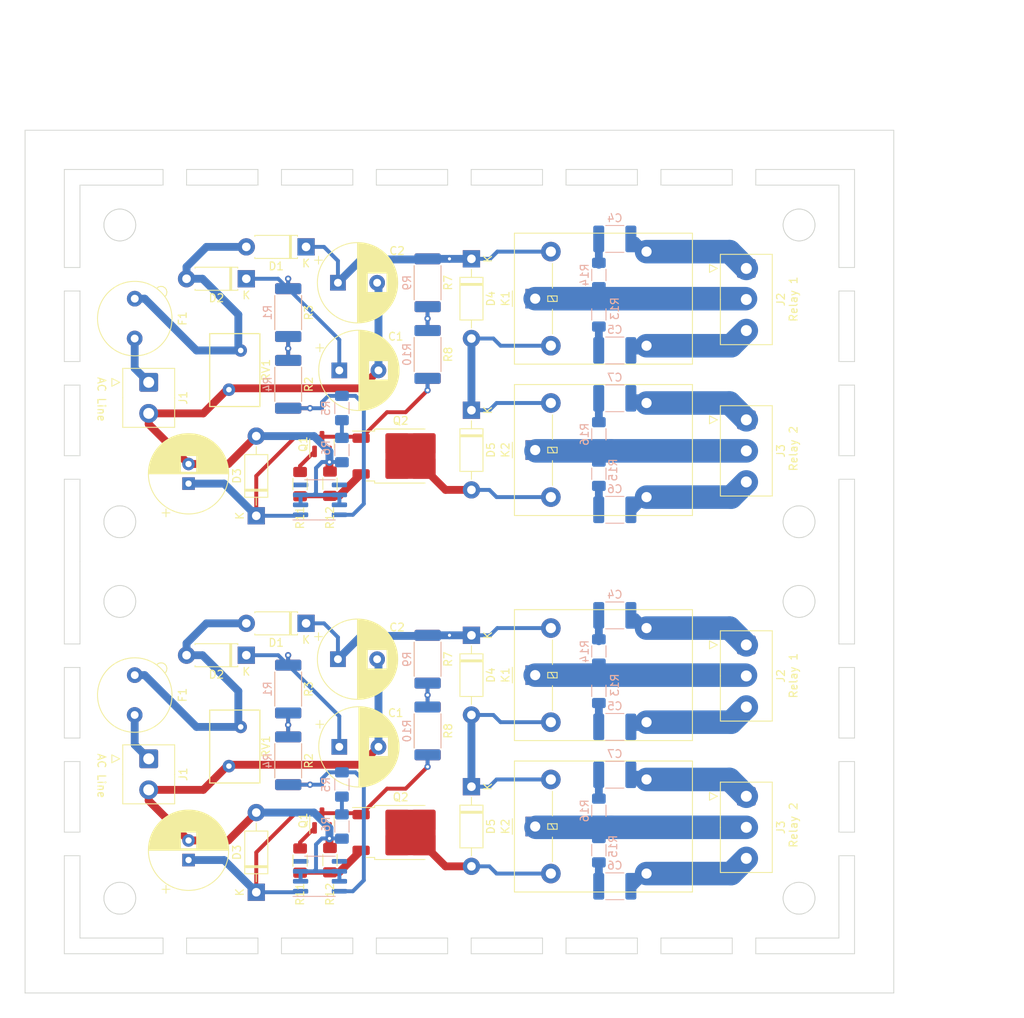
<source format=kicad_pcb>
(kicad_pcb (version 20221018) (generator pcbnew)
  (layers (0 "F.Cu" signal) (31 "B.Cu" signal) (34 "B.Paste" user) (35 "F.Paste" user) (36 "B.SilkS" user "B.Silkscreen") (37 "F.SilkS" user "F.Silkscreen") (38 "B.Mask" user) (39 "F.Mask" user) (44 "Edge.Cuts" user))
  (net 0 "")
  (net 1 "Board_0-Net-(C4-Pad2)")
  (net 2 "Board_0-Net-(C5-Pad2)")
  (net 3 "Board_0-Net-(C6-Pad2)")
  (net 4 "Board_0-Net-(C7-Pad2)")
  (net 5 "Board_0-Net-(D1-A)")
  (net 6 "Board_0-Net-(D1-K)")
  (net 7 "Board_0-Net-(D2-K)")
  (net 8 "Board_0-Net-(D3-A)")
  (net 9 "Board_0-Net-(D3-K)")
  (net 10 "Board_0-Net-(D4-A)")
  (net 11 "Board_0-Net-(D5-A)")
  (net 12 "Board_0-Net-(J1-Pin_1)")
  (net 13 "Board_0-Net-(J2-Pin_1)")
  (net 14 "Board_0-Net-(J2-Pin_2)")
  (net 15 "Board_0-Net-(J2-Pin_3)")
  (net 16 "Board_0-Net-(J3-Pin_1)")
  (net 17 "Board_0-Net-(J3-Pin_2)")
  (net 18 "Board_0-Net-(J3-Pin_3)")
  (net 19 "Board_0-Net-(Q1-B)")
  (net 20 "Board_0-Net-(Q2-S)")
  (net 21 "Board_0-Net-(R1-Pad2)")
  (net 22 "Board_0-Net-(R10-Pad1)")
  (net 23 "Board_0-Net-(R5-Pad2)")
  (net 24 "Board_0-Net-(U1-REF)")
  (net 25 "Board_1-Net-(C4-Pad2)")
  (net 26 "Board_1-Net-(C5-Pad2)")
  (net 27 "Board_1-Net-(C6-Pad2)")
  (net 28 "Board_1-Net-(C7-Pad2)")
  (net 29 "Board_1-Net-(D1-A)")
  (net 30 "Board_1-Net-(D1-K)")
  (net 31 "Board_1-Net-(D2-K)")
  (net 32 "Board_1-Net-(D3-A)")
  (net 33 "Board_1-Net-(D3-K)")
  (net 34 "Board_1-Net-(D4-A)")
  (net 35 "Board_1-Net-(D5-A)")
  (net 36 "Board_1-Net-(J1-Pin_1)")
  (net 37 "Board_1-Net-(J2-Pin_1)")
  (net 38 "Board_1-Net-(J2-Pin_2)")
  (net 39 "Board_1-Net-(J2-Pin_3)")
  (net 40 "Board_1-Net-(J3-Pin_1)")
  (net 41 "Board_1-Net-(J3-Pin_2)")
  (net 42 "Board_1-Net-(J3-Pin_3)")
  (net 43 "Board_1-Net-(Q1-B)")
  (net 44 "Board_1-Net-(Q2-S)")
  (net 45 "Board_1-Net-(R1-Pad2)")
  (net 46 "Board_1-Net-(R10-Pad1)")
  (net 47 "Board_1-Net-(R5-Pad2)")
  (net 48 "Board_1-Net-(U1-REF)")
  (footprint "Resistor_SMD:R_2512_6332Metric_Pad1.40x3.35mm_HandSolder" (layer "F.Cu") (at 144.4445 96.598 -90)
    (fp_text reference "R8")
    (fp_text value "100k")
  )
  (footprint "Resistor_SMD:R_1206_3216Metric_Pad1.30x1.75mm_HandSolder" (layer "F.Cu") (at 128.18 113.132 -90)
    (fp_text reference "R11")
    (fp_text value "100")
  )
  (footprint "Diode_THT:D_DO-41_SOD81_P10.16mm_Horizontal" (layer "F.Cu") (at 122.592 117.17 90)
    (fp_text reference "D3")
    (fp_text value "1N4742A")
  )
  (footprint "Capacitor_THT:CP_Radial_D10.0mm_P2.50mm" (layer "F.Cu") (at 113.956 113.066 90)
    (fp_text reference "C3" hide)
    (fp_text value "100u")
  )
  (footprint "Resistor_SMD:R_1206_3216Metric_Pad1.30x1.75mm_HandSolder" (layer "F.Cu") (at 131.99 65.074 90)
    (fp_text reference "R12")
    (fp_text value "82")
  )
  (footprint "Capacitor_THT:CP_Radial_D10.0mm_P5.00mm" (layer "F.Cu") (at 133.178323 98.628)
    (fp_text reference "C1")
    (fp_text value "4u7")
  )
  (footprint "Resistor_SMD:R_1206_3216Metric_Pad1.30x1.75mm_HandSolder" (layer "F.Cu") (at 131.99 113.08 90)
    (fp_text reference "R12")
    (fp_text value "82")
  )
  (footprint "Diode_THT:D_DO-41_SOD81_P10.16mm_Horizontal" (layer "F.Cu") (at 150.0325 84.404 -90)
    (fp_text reference "D4")
    (fp_text value "1N4756A")
  )
  (footprint "Package_TO_SOT_SMD:TO-252-2" (layer "F.Cu") (at 141.0015 109.551)
    (fp_text reference "Q2")
    (fp_text value "STD3NM60")
  )
  (footprint "Capacitor_THT:CP_Radial_D10.0mm_P5.00mm" (layer "F.Cu") (at 133.178323 50.622)
    (fp_text reference "C1")
    (fp_text value "4u7")
  )
  (footprint "Resistor_SMD:R_2512_6332Metric_Pad1.40x3.35mm_HandSolder" (layer "F.Cu") (at 144.4445 48.592 -90)
    (fp_text reference "R8")
    (fp_text value "100k")
  )
  (footprint "Diode_THT:D_DO-41_SOD81_P10.16mm_Horizontal" (layer "F.Cu") (at 122.592 69.164 90)
    (fp_text reference "D3")
    (fp_text value "1N4742A")
  )
  (footprint "Package_TO_SOT_SMD:SOT-23" (layer "F.Cu") (at 130.974 108.026 90)
    (fp_text reference "Q1")
    (fp_text value "BC817")
  )
  (footprint "Relay_THT:Relay_SPDT_Omron-G5LE-1" (layer "F.Cu") (at 158.1605 60.782 90)
    (fp_text reference "K2")
    (fp_text value "G5LE-1")
  )
  (footprint "Capacitor_THT:CP_Radial_D10.0mm_P5.00mm" (layer "F.Cu") (at 133.006 87.452)
    (fp_text reference "C2")
    (fp_text value "4u7")
  )
  (footprint "Varistor:RV_Disc_D9mm_W6.1mm_P5mm" (layer "F.Cu") (at 119.106 53.082 90)
    (fp_text reference "RV1")
    (fp_text value "271")
  )
  (footprint "Package_TO_SOT_SMD:TO-252-2" (layer "F.Cu") (at 141.0015 61.545)
    (fp_text reference "Q2")
    (fp_text value "STD3NM60")
  )
  (footprint "Connector_TE-Connectivity:TE_826576-2_1x02_P3.96mm_Vertical" (layer "F.Cu") (at 108.876 100.152 -90)
    (fp_text reference "J1")
    (fp_text value "AC Line")
  )
  (footprint "Connector_TE-Connectivity:TE_826576-3_1x03_P3.96mm_Vertical" (layer "F.Cu") (at 185.0845 85.628 -90)
    (fp_text reference "J2")
    (fp_text value "Conn_01x03")
  )
  (footprint "Capacitor_THT:CP_Radial_D10.0mm_P5.00mm" (layer "F.Cu") (at 133.006 39.446)
    (fp_text reference "C2")
    (fp_text value "4u7")
  )
  (footprint "Resistor_SMD:R_1206_3216Metric_Pad1.30x1.75mm_HandSolder" (layer "F.Cu") (at 128.18 65.126 -90)
    (fp_text reference "R11")
    (fp_text value "100")
  )
  (footprint "Resistor_SMD:R_2512_6332Metric_Pad1.40x3.35mm_HandSolder" (layer "F.Cu") (at 126.656 91.262 -90)
    (fp_text reference "R3")
    (fp_text value "560k")
  )
  (footprint "Relay_THT:Relay_SPDT_Omron-G5LE-1" (layer "F.Cu") (at 158.1605 89.484 90)
    (fp_text reference "K1")
    (fp_text value "G5LE-1")
  )
  (footprint "Diode_THT:D_DO-41_SOD81_P10.16mm_Horizontal" (layer "F.Cu") (at 150.0325 36.398 -90)
    (fp_text reference "D4")
    (fp_text value "1N4756A")
  )
  (footprint "Diode_THT:D_DO-41_SOD81_P7.62mm_Horizontal" (layer "F.Cu") (at 121.322 86.944 180)
    (fp_text reference "D2")
    (fp_text value "1N4007")
  )
  (footprint "Diode_THT:D_DO-41_SOD81_P10.16mm_Horizontal" (layer "F.Cu") (at 150.0325 55.702 -90)
    (fp_text reference "D5")
    (fp_text value "1N4756A")
  )
  (footprint "Connector_TE-Connectivity:TE_826576-3_1x03_P3.96mm_Vertical" (layer "F.Cu") (at 185.0845 56.926 -90)
    (fp_text reference "J3")
    (fp_text value "Conn_01x03")
  )
  (footprint "Resistor_SMD:R_2512_6332Metric_Pad1.40x3.35mm_HandSolder" (layer "F.Cu") (at 144.436 39.446 -90)
    (fp_text reference "R7")
    (fp_text value "100k")
  )
  (footprint "Varistor:RV_Disc_D9mm_W6.1mm_P5mm" (layer "F.Cu") (at 119.106 101.088 90)
    (fp_text reference "RV1")
    (fp_text value "271")
  )
  (footprint "Diode_THT:D_DO-41_SOD81_P7.62mm_Horizontal" (layer "F.Cu") (at 121.322 38.938 180)
    (fp_text reference "D2")
    (fp_text value "1N4007")
  )
  (footprint "Relay_THT:Relay_SPDT_Omron-G5LE-1" (layer "F.Cu") (at 158.1605 108.788 90)
    (fp_text reference "K2")
    (fp_text value "G5LE-1")
  )
  (footprint "Resistor_SMD:R_2512_6332Metric_Pad1.40x3.35mm_HandSolder" (layer "F.Cu") (at 126.6645 52.398 -90)
    (fp_text reference "R2")
    (fp_text value "560k")
  )
  (footprint "Connector_TE-Connectivity:TE_826576-2_1x02_P3.96mm_Vertical" (layer "F.Cu") (at 108.876 52.146 -90)
    (fp_text reference "J1")
    (fp_text value "AC Line")
  )
  (footprint "Fuse:Fuseholder_TR5_Littelfuse_No560_No460" (layer "F.Cu") (at 107.088 46.558 90)
    (fp_text reference "F1")
    (fp_text value "Fuse")
  )
  (footprint "Connector_TE-Connectivity:TE_826576-3_1x03_P3.96mm_Vertical" (layer "F.Cu") (at 185.0845 104.932 -90)
    (fp_text reference "J3")
    (fp_text value "Conn_01x03")
  )
  (footprint "Diode_THT:D_DO-41_SOD81_P7.62mm_Horizontal" (layer "F.Cu") (at 128.942 82.88 180)
    (fp_text reference "D1")
    (fp_text value "1N4007")
  )
  (footprint "Resistor_SMD:R_2512_6332Metric_Pad1.40x3.35mm_HandSolder" (layer "F.Cu") (at 126.656 43.256 -90)
    (fp_text reference "R3")
    (fp_text value "560k")
  )
  (footprint "Connector_TE-Connectivity:TE_826576-3_1x03_P3.96mm_Vertical" (layer "F.Cu") (at 185.0845 37.622 -90)
    (fp_text reference "J2")
    (fp_text value "Conn_01x03")
  )
  (footprint "Package_TO_SOT_SMD:SOT-23" (layer "F.Cu") (at 130.974 60.02 90)
    (fp_text reference "Q1")
    (fp_text value "BC817")
  )
  (footprint "Resistor_SMD:R_2512_6332Metric_Pad1.40x3.35mm_HandSolder" (layer "F.Cu") (at 144.436 87.452 -90)
    (fp_text reference "R7")
    (fp_text value "100k")
  )
  (footprint "Relay_THT:Relay_SPDT_Omron-G5LE-1" (layer "F.Cu") (at 158.1605 41.478 90)
    (fp_text reference "K1")
    (fp_text value "G5LE-1")
  )
  (footprint "Resistor_SMD:R_2512_6332Metric_Pad1.40x3.35mm_HandSolder" (layer "F.Cu") (at 126.6645 100.404 -90)
    (fp_text reference "R2")
    (fp_text value "560k")
  )
  (footprint "Diode_THT:D_DO-41_SOD81_P10.16mm_Horizontal" (layer "F.Cu") (at 150.0325 103.708 -90)
    (fp_text reference "D5")
    (fp_text value "1N4756A")
  )
  (footprint "Diode_THT:D_DO-41_SOD81_P7.62mm_Horizontal" (layer "F.Cu") (at 128.942 34.874 180)
    (fp_text reference "D1")
    (fp_text value "1N4007")
  )
  (footprint "Fuse:Fuseholder_TR5_Littelfuse_No560_No460" (layer "F.Cu") (at 107.088 94.564 90)
    (fp_text reference "F1")
    (fp_text value "Fuse")
  )
  (footprint "Capacitor_THT:CP_Radial_D10.0mm_P2.50mm" (layer "F.Cu") (at 113.956 65.06 90)
    (fp_text reference "C3" hide)
    (fp_text value "100u")
  )
  (footprint "Capacitor_SMD:C_1812_4532Metric" (layer "B.Cu") (at 168.312 102.184 180)
    (fp_text reference "C7")
    (fp_text value "100n")
  )
  (footprint "Resistor_SMD:R_1206_3216Metric_Pad1.30x1.75mm_HandSolder" (layer "B.Cu") (at 166.28 86.462 -90)
    (fp_text reference "R14")
    (fp_text value "100")
  )
  (footprint "Package_SO:SOIC-8_3.9x4.9mm_P1.27mm" (layer "B.Cu") (at 130.72 115.138)
    (fp_text reference "U1" hide)
    (fp_text value "TL431D")
  )
  (footprint "Capacitor_SMD:C_1812_4532Metric" (layer "B.Cu") (at 168.312 48.082 180)
    (fp_text reference "C5")
    (fp_text value "100n")
  )
  (footprint "Resistor_SMD:R_1206_3216Metric_Pad1.30x1.75mm_HandSolder" (layer "B.Cu") (at 166.28 91.49 90)
    (fp_text reference "R13")
    (fp_text value "100")
  )
  (footprint "Resistor_SMD:R_1206_3216Metric_Pad1.30x1.75mm_HandSolder" (layer "B.Cu") (at 133.514 108.788 -90)
    (fp_text reference "R6")
    (fp_text value "470")
  )
  (footprint "Resistor_SMD:R_1206_3216Metric_Pad1.30x1.75mm_HandSolder" (layer "B.Cu") (at 133.514 60.782 -90)
    (fp_text reference "R6")
    (fp_text value "470")
  )
  (footprint "Resistor_SMD:R_2512_6332Metric_Pad1.40x3.35mm_HandSolder" (layer "B.Cu") (at 144.436 96.598 -90)
    (fp_text reference "R10")
    (fp_text value "100k")
  )
  (footprint "Resistor_SMD:R_2512_6332Metric_Pad1.40x3.35mm_HandSolder" (layer "B.Cu") (at 126.6645 91.26 -90)
    (fp_text reference "R1")
    (fp_text value "560k")
  )
  (footprint "Capacitor_SMD:C_1812_4532Metric" (layer "B.Cu") (at 168.312 96.088 180)
    (fp_text reference "C5")
    (fp_text value "100n")
  )
  (footprint "Resistor_SMD:R_1206_3216Metric_Pad1.30x1.75mm_HandSolder" (layer "B.Cu") (at 133.514 103.428 -90)
    (fp_text reference "R5")
    (fp_text value "6k8")
  )
  (footprint "Resistor_SMD:R_2512_6332Metric_Pad1.40x3.35mm_HandSolder" (layer "B.Cu") (at 126.6645 43.254 -90)
    (fp_text reference "R1")
    (fp_text value "560k")
  )
  (footprint "Resistor_SMD:R_2512_6332Metric_Pad1.40x3.35mm_HandSolder" (layer "B.Cu") (at 144.4445 39.448 -90)
    (fp_text reference "R9")
    (fp_text value "100k")
  )
  (footprint "Resistor_SMD:R_1206_3216Metric_Pad1.30x1.75mm_HandSolder" (layer "B.Cu") (at 166.28 43.484 90)
    (fp_text reference "R13")
    (fp_text value "100")
  )
  (footprint "Resistor_SMD:R_1206_3216Metric_Pad1.30x1.75mm_HandSolder" (layer "B.Cu") (at 166.28 58.776 -90)
    (fp_text reference "R16")
    (fp_text value "100")
  )
  (footprint "Capacitor_SMD:C_1812_4532Metric" (layer "B.Cu") (at 168.312 33.858 180)
    (fp_text reference "C4")
    (fp_text value "100n")
  )
  (footprint "Capacitor_SMD:C_1812_4532Metric" (layer "B.Cu") (at 168.312 116.408 180)
    (fp_text reference "C6")
    (fp_text value "100n")
  )
  (footprint "Resistor_SMD:R_1206_3216Metric_Pad1.30x1.75mm_HandSolder" (layer "B.Cu") (at 133.514 55.422 -90)
    (fp_text reference "R5")
    (fp_text value "6k8")
  )
  (footprint "Resistor_SMD:R_2512_6332Metric_Pad1.40x3.35mm_HandSolder" (layer "B.Cu") (at 126.6645 100.404 -90)
    (fp_text reference "R4")
    (fp_text value "560k")
  )
  (footprint "Resistor_SMD:R_1206_3216Metric_Pad1.30x1.75mm_HandSolder" (layer "B.Cu") (at 166.28 63.804 90)
    (fp_text reference "R15")
    (fp_text value "100")
  )
  (footprint "Resistor_SMD:R_2512_6332Metric_Pad1.40x3.35mm_HandSolder" (layer "B.Cu") (at 144.4445 87.454 -90)
    (fp_text reference "R9")
    (fp_text value "100k")
  )
  (footprint "Capacitor_SMD:C_1812_4532Metric" (layer "B.Cu") (at 168.312 68.402 180)
    (fp_text reference "C6")
    (fp_text value "100n")
  )
  (footprint "Resistor_SMD:R_2512_6332Metric_Pad1.40x3.35mm_HandSolder" (layer "B.Cu") (at 126.6645 52.398 -90)
    (fp_text reference "R4")
    (fp_text value "560k")
  )
  (footprint "Capacitor_SMD:C_1812_4532Metric" (layer "B.Cu") (at 168.312 81.864 180)
    (fp_text reference "C4")
    (fp_text value "100n")
  )
  (footprint "Resistor_SMD:R_1206_3216Metric_Pad1.30x1.75mm_HandSolder" (layer "B.Cu") (at 166.28 106.782 -90)
    (fp_text reference "R16")
    (fp_text value "100")
  )
  (footprint "Package_SO:SOIC-8_3.9x4.9mm_P1.27mm" (layer "B.Cu") (at 130.72 67.132)
    (fp_text reference "U1" hide)
    (fp_text value "TL431D")
  )
  (footprint "Resistor_SMD:R_2512_6332Metric_Pad1.40x3.35mm_HandSolder" (layer "B.Cu") (at 144.436 48.592 -90)
    (fp_text reference "R10")
    (fp_text value "100k")
  )
  (footprint "Resistor_SMD:R_1206_3216Metric_Pad1.30x1.75mm_HandSolder" (layer "B.Cu") (at 166.28 38.456 -90)
    (fp_text reference "R14")
    (fp_text value "100")
  )
  (footprint "Capacitor_SMD:C_1812_4532Metric" (layer "B.Cu") (at 168.312 54.178 180)
    (fp_text reference "C7")
    (fp_text value "100n")
  )
  (footprint "Resistor_SMD:R_1206_3216Metric_Pad1.30x1.75mm_HandSolder" (layer "B.Cu") (at 166.28 111.81 90)
    (fp_text reference "R15")
    (fp_text value "100")
  )
  (gr_line (start 189.913286 80.822799) (end 189.879166 80.728246) (stroke (width 0.1)) (layer "Edge.Cuts"))
  (gr_line (start 190.733521 116.206697) (end 190.820157 116.155721) (stroke (width 0.1)) (layer "Edge.Cuts"))
  (gr_line (start 192.377287 71.876332) (end 192.280138 71.902148) (stroke (width 0.1)) (layer "Edge.Cuts"))
  (gr_line (start 103.161621 69.97626) (end 103.161621 69.875739) (stroke (width 0.1)) (layer "Edge.Cuts"))
  (gr_line (start 193.718358 70.615734) (end 193.681909 70.709413) (stroke (width 0.1)) (layer "Edge.Cuts"))
  (gr_line (start 192.749605 33.880144) (end 192.659428 33.924556) (stroke (width 0.1)) (layer "Edge.Cuts"))
  (gr_line (start 190.275814 30.74415) (end 190.34375 30.670062) (stroke (width 0.1)) (layer "Edge.Cuts"))
  (gr_line (start 192.567164 30.195544) (end 192.659428 30.235443) (stroke (width 0.1)) (layer "Edge.Cuts"))
  (gr_line (start 104.119521 71.651302) (end 104.035512 71.596103) (stroke (width 0.1)) (layer "Edge.Cuts"))
  (gr_line (start 106.931447 81.138057) (end 106.877291 81.222742) (stroke (width 0.1)) (layer "Edge.Cuts"))
  (gr_line (start 193.681909 32.863413) (end 193.640872 32.955176) (stroke (width 0.1)) (layer "Edge.Cuts"))
  (gr_line (start 192.473041 78.166257) (end 192.567164 78.201544) (stroke (width 0.1)) (layer "Edge.Cuts"))
  (gr_line (start 105.859041 116.012257) (end 105.953164 116.047544) (stroke (width 0.1)) (layer "Edge.Cuts"))
  (gr_line (start 192.659428 116.087443) (end 192.749605 116.131855) (stroke (width 0.1)) (layer "Edge.Cuts"))
  (gr_line (start 103.429062 79.077263) (end 103.481106 78.991264) (stroke (width 0.1)) (layer "Edge.Cuts"))
  (gr_line (start 192.922824 71.624222) (end 192.837475 71.677326) (stroke (width 0.1)) (layer "Edge.Cuts"))
  (gr_line (start 193.370758 33.377567) (end 193.304675 33.453313) (stroke (width 0.1)) (layer "Edge.Cuts"))
  (gr_line (start 190.49019 71.47359) (end 190.415267 71.406575) (stroke (width 0.1)) (layer "Edge.Cuts"))
  (gr_line (start 193.304675 116.558686) (end 193.370758 116.634432) (stroke (width 0.1)) (layer "Edge.Cuts"))
  (gr_line (start 191.285126 119.895841) (end 191.188646 119.867629) (stroke (width 0.1)) (layer "Edge.Cuts"))
  (gr_line (start 103.954335 78.475181) (end 104.035512 78.415896) (stroke (width 0.1)) (layer "Edge.Cuts"))
  (gr_line (start 105.26838 67.895398) (end 105.368709 67.901611) (stroke (width 0.1)) (layer "Edge.Cuts"))
  (gr_line (start 103.597625 33.338492) (end 103.53734 33.258055) (stroke (width 0.1)) (layer "Edge.Cuts"))
  (gr_line (start 189.952041 69.09645) (end 189.995335 69.005731) (stroke (width 0.1)) (layer "Edge.Cuts"))
  (gr_line (start 196.887 123.012) (end 196.887 112.5105) (stroke (width 0.1)) (layer "Edge.Cuts"))
  (gr_line (start 193.433014 81.304646) (end 193.370758 81.383567) (stroke (width 0.1)) (layer "Edge.Cuts"))
  (gr_line (start 189.952041 31.25045) (end 189.995335 31.159731) (stroke (width 0.1)) (layer "Edge.Cuts"))
  (gr_line (start 98.113 112.5105) (end 100.113 112.5105) (stroke (width 0.1)) (layer "Edge.Cuts"))
  (gr_line (start 106.819014 81.304646) (end 106.756758 81.383567) (stroke (width 0.1)) (layer "Edge.Cuts"))
  (gr_line (start 196.887 85.5075) (end 196.887 75.006) (stroke (width 0.1)) (layer "Edge.Cuts"))
  (gr_line (start 174.1935 125.012) (end 174.1935 123.012) (stroke (width 0.1)) (layer "Edge.Cuts"))
  (gr_line (start 106.877291 68.789257) (end 106.931447 68.873942) (stroke (width 0.1)) (layer "Edge.Cuts"))
  (gr_line (start 193.595348 118.896797) (end 193.545447 118.984057) (stroke (width 0.1)) (layer "Edge.Cuts"))
  (gr_line (start 190.568335 116.321181) (end 190.649512 116.261896) (stroke (width 0.1)) (layer "Edge.Cuts"))
  (gr_line (start 191.982709 119.956388) (end 191.88238 119.962601) (stroke (width 0.1)) (layer "Edge.Cuts"))
  (gr_line (start 183.29025 27) (end 174.1935 27) (stroke (width 0.1)) (layer "Edge.Cuts"))
  (gr_line (start 103.265166 79.443753) (end 103.299286 79.3492) (stroke (width 0.1)) (layer "Edge.Cuts"))
  (gr_line (start 190.415267 119.412575) (end 190.34375 119.341937) (stroke (width 0.1)) (layer "Edge.Cuts"))
  (gr_line (start 193.545447 31.027942) (end 193.595348 31.115202) (stroke (width 0.1)) (layer "Edge.Cuts"))
  (gr_line (start 191.382884 34.067246) (end 191.285126 34.043841) (stroke (width 0.1)) (layer "Edge.Cuts"))
  (gr_line (start 193.433014 33.298646) (end 193.370758 33.377567) (stroke (width 0.1)) (layer "Edge.Cuts"))
  (gr_line (start 193.491291 71.062742) (end 193.433014 71.144646) (stroke (width 0.1)) (layer "Edge.Cuts"))
  (gr_line (start 103.265166 70.568246) (end 103.235763 70.472122) (stroke (width 0.1)) (layer "Edge.Cuts"))
  (gr_line (start 93.113 130.012) (end 203.887 130.012) (stroke (width 0.1)) (layer "Edge.Cuts"))
  (gr_line (start 103.21115 79.637338) (end 103.235763 79.539877) (stroke (width 0.1)) (layer "Edge.Cuts"))
  (gr_line (start 103.161621 117.98226) (end 103.161621 117.881739) (stroke (width 0.1)) (layer "Edge.Cuts"))
  (gr_line (start 193.085127 119.511687) (end 193.005442 119.572962) (stroke (width 0.1)) (layer "Edge.Cuts"))
  (gr_line (start 103.161621 117.881739) (end 103.166592 117.781341) (stroke (width 0.1)) (layer "Edge.Cuts"))
  (gr_line (start 100.113 112.5105) (end 100.113 123.012) (stroke (width 0.1)) (layer "Edge.Cuts"))
  (gr_line (start 98.113 37.5015) (end 98.113 25) (stroke (width 0.1)) (layer "Edge.Cuts"))
  (gr_line (start 189.995335 117.011731) (end 190.043062 116.923263) (stroke (width 0.1)) (layer "Edge.Cuts"))
  (gr_line (start 105.953164 30.195544) (end 106.045428 30.235443) (stroke (width 0.1)) (layer "Edge.Cuts"))
  (gr_line (start 106.308824 30.381777) (end 106.391442 30.439037) (stroke (width 0.1)) (layer "Edge.Cuts"))
  (gr_line (start 103.429062 81.094736) (end 103.381335 81.006268) (stroke (width 0.1)) (layer "Edge.Cuts"))
  (gr_line (start 103.265166 118.574246) (end 103.235763 118.478122) (stroke (width 0.1)) (layer "Edge.Cuts"))
  (gr_line (start 190.15134 68.747944) (end 190.211625 68.667507) (stroke (width 0.1)) (layer "Edge.Cuts"))
  (gr_line (start 190.211625 33.338492) (end 190.15134 33.258055) (stroke (width 0.1)) (layer "Edge.Cuts"))
  (gr_line (start 107.136129 32.674366) (end 107.104358 32.769734) (stroke (width 0.1)) (layer "Edge.Cuts"))
  (gr_line (start 107.136129 79.491633) (end 107.163145 79.588455) (stroke (width 0.1)) (layer "Edge.Cuts"))
  (gr_line (start 106.391442 68.285037) (end 106.471127 68.346312) (stroke (width 0.1)) (layer "Edge.Cuts"))
  (gr_line (start 190.49019 81.63359) (end 190.415267 81.566575) (stroke (width 0.1)) (layer "Edge.Cuts"))
  (gr_line (start 191.581272 30.060576) (end 191.681416 30.051884) (stroke (width 0.1)) (layer "Edge.Cuts"))
  (gr_line (start 103.429062 116.923263) (end 103.481106 116.837264) (stroke (width 0.1)) (layer "Edge.Cuts"))
  (gr_line (start 191.88238 67.895398) (end 191.982709 67.901611) (stroke (width 0.1)) (layer "Edge.Cuts"))
  (gr_line (start 100.113 37.5015) (end 98.113 37.5015) (stroke (width 0.1)) (layer "Edge.Cuts"))
  (gr_line (start 190.820157 71.702278) (end 190.733521 71.651302) (stroke (width 0.1)) (layer "Edge.Cuts"))
  (gr_line (start 190.275814 119.267849) (end 190.211625 119.190492) (stroke (width 0.1)) (layer "Edge.Cuts"))
  (gr_line (start 193.304675 78.712686) (end 193.370758 78.788432) (stroke (width 0.1)) (layer "Edge.Cuts"))
  (gr_line (start 104.86768 78.08021) (end 104.967272 78.066576) (stroke (width 0.1)) (layer "Edge.Cuts"))
  (gr_line (start 193.718358 118.621734) (end 193.681909 118.715413) (stroke (width 0.1)) (layer "Edge.Cuts"))
  (gr_line (start 190.909208 30.257091) (end 191.000456 30.214923) (stroke (width 0.1)) (layer "Edge.Cuts"))
  (gr_line (start 193.234927 30.6343) (end 193.304675 30.706686) (stroke (width 0.1)) (layer "Edge.Cuts"))
  (gr_line (start 106.819014 78.867353) (end 106.877291 78.949257) (stroke (width 0.1)) (layer "Edge.Cuts"))
  (gr_line (start 191.781867 67.894155) (end 191.88238 67.895398) (stroke (width 0.1)) (layer "Edge.Cuts"))
  (gr_line (start 189.995335 69.005731) (end 190.043062 68.917263) (stroke (width 0.1)) (layer "Edge.Cuts"))
  (gr_line (start 107.21506 118.132734) (end 107.202659 118.232486) (stroke (width 0.1)) (layer "Edge.Cuts"))
  (gr_line (start 189.780592 32.230658) (end 189.775621 32.13026) (stroke (width 0.1)) (layer "Edge.Cuts"))
  (gr_line (start 189.82515 32.528661) (end 189.805387 32.430102) (stroke (width 0.1)) (layer "Edge.Cuts"))
  (gr_line (start 192.749605 116.131855) (end 192.837475 116.180673) (stroke (width 0.1)) (layer "Edge.Cuts"))
  (gr_line (start 190.568335 119.542818) (end 190.49019 119.47959) (stroke (width 0.1)) (layer "Edge.Cuts"))
  (gr_line (start 103.53734 119.110055) (end 103.481106 119.026735) (stroke (width 0.1)) (layer "Edge.Cuts"))
  (gr_line (start 100.113 49.503) (end 98.113 49.503) (stroke (width 0.1)) (layer "Edge.Cuts"))
  (gr_line (start 134.90325 123.012) (end 134.90325 125.012) (stroke (width 0.1)) (layer "Edge.Cuts"))
  (gr_line (start 105.763287 82.036332) (end 105.666138 82.062148) (stroke (width 0.1)) (layer "Edge.Cuts"))
  (gr_line (start 106.931447 116.879942) (end 106.981348 116.967202) (stroke (width 0.1)) (layer "Edge.Cuts"))
  (gr_line (start 193.640872 69.050823) (end 193.681909 69.142586) (stroke (width 0.1)) (layer "Edge.Cuts"))
  (gr_line (start 192.082608 34.093222) (end 191.982709 34.104388) (stroke (width 0.1)) (layer "Edge.Cuts"))
  (gr_line (start 189.879166 32.722246) (end 189.849763 32.626122) (stroke (width 0.1)) (layer "Edge.Cuts"))
  (gr_line (start 193.777145 31.582455) (end 193.79934 31.680495) (stroke (width 0.1)) (layer "Edge.Cuts"))
  (gr_line (start 196.887 37.5015) (end 196.887 27) (stroke (width 0.1)) (layer "Edge.Cuts"))
  (gr_line (start 103.429062 70.934736) (end 103.381335 70.846268) (stroke (width 0.1)) (layer "Edge.Cuts"))
  (gr_line (start 104.479678 33.982681) (end 104.386456 33.945076) (stroke (width 0.1)) (layer "Edge.Cuts"))
  (gr_line (start 193.370758 78.788432) (end 193.433014 78.867353) (stroke (width 0.1)) (layer "Edge.Cuts"))
  (gr_line (start 105.763287 78.135667) (end 105.859041 78.166257) (stroke (width 0.1)) (layer "Edge.Cuts"))
  (gr_line (start 103.801267 78.605424) (end 103.87619 78.538409) (stroke (width 0.1)) (layer "Edge.Cuts"))
  (gr_line (start 103.338041 80.915549) (end 103.299286 80.822799) (stroke (width 0.1)) (layer "Edge.Cuts"))
  (gr_line (start 106.877291 116.795257) (end 106.931447 116.879942) (stroke (width 0.1)) (layer "Edge.Cuts"))
  (gr_line (start 193.681909 69.142586) (end 193.718358 69.236265) (stroke (width 0.1)) (layer "Edge.Cuts"))
  (gr_line (start 191.581272 119.951423) (end 191.48168 119.937789) (stroke (width 0.1)) (layer "Edge.Cuts"))
  (gr_line (start 192.280138 67.949851) (end 192.377287 67.975667) (stroke (width 0.1)) (layer "Edge.Cuts"))
  (gr_line (start 193.79934 31.680495) (end 193.816659 31.779513) (stroke (width 0.1)) (layer "Edge.Cuts"))
  (gr_line (start 137.90325 25) (end 147 25) (stroke (width 0.1)) (layer "Edge.Cuts"))
  (gr_line (start 107.202659 118.232486) (end 107.18534 118.331504) (stroke (width 0.1)) (layer "Edge.Cuts"))
  (gr_line (start 100.113 112.5105) (end 100.113 112.5105) (stroke (width 0.1)) (layer "Edge.Cuts"))
  (gr_line (start 104.035512 116.261896) (end 104.119521 116.206697) (stroke (width 0.1)) (layer "Edge.Cuts"))
  (gr_line (start 191.382884 71.913246) (end 191.285126 71.889841) (stroke (width 0.1)) (layer "Edge.Cuts"))
  (gr_line (start 190.34375 78.676062) (end 190.415267 78.605424) (stroke (width 0.1)) (layer "Edge.Cuts"))
  (gr_line (start 190.820157 33.856278) (end 190.733521 33.805302) (stroke (width 0.1)) (layer "Edge.Cuts"))
  (gr_line (start 189.82515 70.374661) (end 189.805387 70.276102) (stroke (width 0.1)) (layer "Edge.Cuts"))
  (gr_line (start 106.045428 81.930556) (end 105.953164 81.970455) (stroke (width 0.1)) (layer "Edge.Cuts"))
  (gr_line (start 134.90325 125.012) (end 125.8065 125.012) (stroke (width 0.1)) (layer "Edge.Cuts"))
  (gr_line (start 191.48168 71.931789) (end 191.382884 71.913246) (stroke (width 0.1)) (layer "Edge.Cuts"))
  (gr_line (start 189.775621 80.035739) (end 189.780592 79.935341) (stroke (width 0.1)) (layer "Edge.Cuts"))
  (gr_line (start 125.8065 25) (end 134.90325 25) (stroke (width 0.1)) (layer "Edge.Cuts"))
  (gr_line (start 104.967272 34.099423) (end 104.86768 34.085789) (stroke (width 0.1)) (layer "Edge.Cuts"))
  (gr_line (start 103.161621 32.13026) (end 103.161621 32.029739) (stroke (width 0.1)) (layer "Edge.Cuts"))
  (gr_line (start 100.113 52.503) (end 100.113 61.5045) (stroke (width 0.1)) (layer "Edge.Cuts"))
  (gr_line (start 106.391442 30.439037) (end 106.471127 30.500312) (stroke (width 0.1)) (layer "Edge.Cuts"))
  (gr_line (start 190.415267 30.599424) (end 190.49019 30.532409) (stroke (width 0.1)) (layer "Edge.Cuts"))
  (gr_line (start 191.781867 82.117844) (end 191.681416 82.114115) (stroke (width 0.1)) (layer "Edge.Cuts"))
  (gr_line (start 192.473041 33.999742) (end 192.377287 34.030332) (stroke (width 0.1)) (layer "Edge.Cuts"))
  (gr_line (start 107.222513 31.97951) (end 107.225 32.08) (stroke (width 0.1)) (layer "Edge.Cuts"))
  (gr_line (start 104.479678 78.183318) (end 104.574646 78.15037) (stroke (width 0.1)) (layer "Edge.Cuts"))
  (gr_line (start 103.661814 116.59615) (end 103.72975 116.522062) (stroke (width 0.1)) (layer "Edge.Cuts"))
  (gr_line (start 191.285126 71.889841) (end 191.188646 71.861629) (stroke (width 0.1)) (layer "Edge.Cuts"))
  (gr_line (start 105.763287 71.876332) (end 105.666138 71.902148) (stroke (width 0.1)) (layer "Edge.Cuts"))
  (gr_line (start 193.433014 30.861353) (end 193.491291 30.943257) (stroke (width 0.1)) (layer "Edge.Cuts"))
  (gr_line (start 98.113 109.5105) (end 98.113 100.509) (stroke (width 0.1)) (layer "Edge.Cuts"))
  (gr_line (start 198.887 112.5105) (end 198.887 125.012) (stroke (width 0.1)) (layer "Edge.Cuts"))
  (gr_line (start 106.931447 118.984057) (end 106.877291 119.068742) (stroke (width 0.1)) (layer "Edge.Cuts"))
  (gr_line (start 103.166592 31.929341) (end 103.176522 31.829312) (stroke (width 0.1)) (layer "Edge.Cuts"))
  (gr_line (start 189.780592 31.929341) (end 189.790522 31.829312) (stroke (width 0.1)) (layer "Edge.Cuts"))
  (gr_line (start 193.750129 118.526366) (end 193.718358 118.621734) (stroke (width 0.1)) (layer "Edge.Cuts"))
  (gr_line (start 105.567832 71.923129) (end 105.468608 71.939222) (stroke (width 0.1)) (layer "Edge.Cuts"))
  (gr_line (start 193.839 69.926) (end 193.836513 70.026489) (stroke (width 0.1)) (layer "Edge.Cuts"))
  (gr_line (start 105.468608 119.945222) (end 105.368709 119.956388) (stroke (width 0.1)) (layer "Edge.Cuts"))
  (gr_line (start 190.34375 68.516062) (end 190.415267 68.445424) (stroke (width 0.1)) (layer "Edge.Cuts"))
  (gr_line (start 103.235763 70.472122) (end 103.21115 70.374661) (stroke (width 0.1)) (layer "Edge.Cuts"))
  (gr_line (start 106.756758 116.634432) (end 106.819014 116.713353) (stroke (width 0.1)) (layer "Edge.Cuts"))
  (gr_line (start 104.206157 119.708278) (end 104.119521 119.657302) (stroke (width 0.1)) (layer "Edge.Cuts"))
  (gr_line (start 198.887 37.5015) (end 196.887 37.5015) (stroke (width 0.1)) (layer "Edge.Cuts"))
  (gr_line (start 191.982709 67.901611) (end 192.082608 67.912777) (stroke (width 0.1)) (layer "Edge.Cuts"))
  (gr_line (start 189.82515 80.534661) (end 189.805387 80.436102) (stroke (width 0.1)) (layer "Edge.Cuts"))
  (gr_line (start 103.161621 32.029739) (end 103.166592 31.929341) (stroke (width 0.1)) (layer "Edge.Cuts"))
  (gr_line (start 191.000456 119.797076) (end 190.909208 119.754908) (stroke (width 0.1)) (layer "Edge.Cuts"))
  (gr_line (start 106.223475 68.174673) (end 106.308824 68.227777) (stroke (width 0.1)) (layer "Edge.Cuts"))
  (gr_line (start 191.581272 78.066576) (end 191.681416 78.057884) (stroke (width 0.1)) (layer "Edge.Cuts"))
  (gr_line (start 150 27) (end 150 25) (stroke (width 0.1)) (layer "Edge.Cuts"))
  (gr_line (start 105.26838 34.110601) (end 105.167867 34.111844) (stroke (width 0.1)) (layer "Edge.Cuts"))
  (gr_line (start 193.750129 117.337633) (end 193.777145 117.434455) (stroke (width 0.1)) (layer "Edge.Cuts"))
  (gr_line (start 106.620927 119.377699) (end 106.547685 119.446546) (stroke (width 0.1)) (layer "Edge.Cuts"))
  (gr_line (start 105.167867 115.900155) (end 105.26838 115.901398) (stroke (width 0.1)) (layer "Edge.Cuts"))
  (gr_line (start 110.70975 27) (end 100.113 27) (stroke (width 0.1)) (layer "Edge.Cuts"))
  (gr_line (start 104.671126 78.122158) (end 104.768884 78.098753) (stroke (width 0.1)) (layer "Edge.Cuts"))
  (gr_line (start 192.567164 68.041544) (end 192.659428 68.081443) (stroke (width 0.1)) (layer "Edge.Cuts"))
  (gr_line (start 147 123.012) (end 147 125.012) (stroke (width 0.1)) (layer "Edge.Cuts"))
  (gr_line (start 103.72975 30.670062) (end 103.801267 30.599424) (stroke (width 0.1)) (layer "Edge.Cuts"))
  (gr_line (start 103.21115 69.477338) (end 103.235763 69.379877) (stroke (width 0.1)) (layer "Edge.Cuts"))
  (gr_line (start 103.338041 69.09645) (end 103.381335 69.005731) (stroke (width 0.1)) (layer "Edge.Cuts"))
  (gr_line (start 193.595348 31.115202) (end 193.640872 31.204823) (stroke (width 0.1)) (layer "Edge.Cuts"))
  (gr_line (start 189.952041 70.755549) (end 189.913286 70.662799) (stroke (width 0.1)) (layer "Edge.Cuts"))
  (gr_line (start 106.620927 81.531699) (end 106.547685 81.600546) (stroke (width 0.1)) (layer "Edge.Cuts"))
  (gr_line (start 110.70975 25) (end 110.70975 27) (stroke (width 0.1)) (layer "Edge.Cuts"))
  (gr_line (start 103.597625 81.344492) (end 103.53734 81.264055) (stroke (width 0.1)) (layer "Edge.Cuts"))
  (gr_line (start 107.222513 79.98551) (end 107.225 80.086) (stroke (width 0.1)) (layer "Edge.Cuts"))
  (gr_line (start 189.879166 80.728246) (end 189.849763 80.632122) (stroke (width 0.1)) (layer "Edge.Cuts"))
  (gr_line (start 122.8065 25) (end 122.8065 27) (stroke (width 0.1)) (layer "Edge.Cuts"))
  (gr_line (start 189.995335 31.159731) (end 190.043062 31.071263) (stroke (width 0.1)) (layer "Edge.Cuts"))
  (gr_line (start 105.167867 34.111844) (end 105.067416 34.108115) (stroke (width 0.1)) (layer "Edge.Cuts"))
  (gr_line (start 106.819014 33.298646) (end 106.756758 33.377567) (stroke (width 0.1)) (layer "Edge.Cuts"))
  (gr_line (start 98.113 25) (end 110.70975 25) (stroke (width 0.1)) (layer "Edge.Cuts"))
  (gr_line (start 190.733521 119.657302) (end 190.649512 119.602103) (stroke (width 0.1)) (layer "Edge.Cuts"))
  (gr_line (start 134.90325 27) (end 125.8065 27) (stroke (width 0.1)) (layer "Edge.Cuts"))
  (gr_line (start 193.234927 68.4803) (end 193.304675 68.552686) (stroke (width 0.1)) (layer "Edge.Cuts"))
  (gr_line (start 198.887 125.012) (end 186.29025 125.012) (stroke (width 0.1)) (layer "Edge.Cuts"))
  (gr_line (start 100.113 27) (end 100.113 37.5015) (stroke (width 0.1)) (layer "Edge.Cuts"))
  (gr_line (start 107.222513 32.180489) (end 107.21506 32.280734) (stroke (width 0.1)) (layer "Edge.Cuts"))
  (gr_line (start 106.223475 78.334673) (end 106.308824 78.387777) (stroke (width 0.1)) (layer "Edge.Cuts"))
  (gr_line (start 107.104358 31.390265) (end 107.136129 31.485633) (stroke (width 0.1)) (layer "Edge.Cuts"))
  (gr_line (start 105.468608 82.099222) (end 105.368709 82.110388) (stroke (width 0.1)) (layer "Edge.Cuts"))
  (gr_line (start 147 27) (end 137.90325 27) (stroke (width 0.1)) (layer "Edge.Cuts"))
  (gr_line (start 103.481106 33.174735) (end 103.429062 33.088736) (stroke (width 0.1)) (layer "Edge.Cuts"))
  (gr_line (start 103.954335 30.469181) (end 104.035512 30.409896) (stroke (width 0.1)) (layer "Edge.Cuts"))
  (gr_line (start 189.913286 118.668799) (end 189.879166 118.574246) (stroke (width 0.1)) (layer "Edge.Cuts"))
  (gr_line (start 103.21115 70.374661) (end 103.191387 70.276102) (stroke (width 0.1)) (layer "Edge.Cuts"))
  (gr_line (start 103.954335 71.536818) (end 103.87619 71.47359) (stroke (width 0.1)) (layer "Edge.Cuts"))
  (gr_line (start 107.163145 32.577544) (end 107.136129 32.674366) (stroke (width 0.1)) (layer "Edge.Cuts"))
  (gr_line (start 193.370758 68.628432) (end 193.433014 68.707353) (stroke (width 0.1)) (layer "Edge.Cuts"))
  (gr_line (start 105.666138 71.902148) (end 105.567832 71.923129) (stroke (width 0.1)) (layer "Edge.Cuts"))
  (gr_line (start 106.471127 81.665687) (end 106.391442 81.726962) (stroke (width 0.1)) (layer "Edge.Cuts"))
  (gr_line (start 174.1935 25) (end 183.29025 25) (stroke (width 0.1)) (layer "Edge.Cuts"))
  (gr_line (start 107.202659 69.625513) (end 107.21506 69.725265) (stroke (width 0.1)) (layer "Edge.Cuts"))
  (gr_line (start 191.382884 115.944753) (end 191.48168 115.92621) (stroke (width 0.1)) (layer "Edge.Cuts"))
  (gr_line (start 190.275814 81.421849) (end 190.211625 81.344492) (stroke (width 0.1)) (layer "Edge.Cuts"))
  (gr_line (start 191.093678 68.023318) (end 191.188646 67.99037) (stroke (width 0.1)) (layer "Edge.Cuts"))
  (gr_line (start 193.836513 117.83151) (end 193.839 117.932) (stroke (width 0.1)) (layer "Edge.Cuts"))
  (gr_line (start 107.21506 32.280734) (end 107.202659 32.380486) (stroke (width 0.1)) (layer "Edge.Cuts"))
  (gr_line (start 183.29025 27) (end 183.29025 27) (stroke (width 0.1)) (layer "Edge.Cuts"))
  (gr_line (start 134.90325 25) (end 134.90325 27) (stroke (width 0.1)) (layer "Edge.Cuts"))
  (gr_line (start 193.718358 32.769734) (end 193.718358 32.769734) (stroke (width 0.1)) (layer "Edge.Cuts"))
  (gr_line (start 191.093678 81.988681) (end 191.000456 81.951076) (stroke (width 0.1)) (layer "Edge.Cuts"))
  (gr_line (start 191.88238 78.055398) (end 191.982709 78.061611) (stroke (width 0.1)) (layer "Edge.Cuts"))
  (gr_line (start 189.913286 79.3492) (end 189.952041 79.25645) (stroke (width 0.1)) (layer "Edge.Cuts"))
  (gr_line (start 107.18534 79.686495) (end 107.202659 79.785513) (stroke (width 0.1)) (layer "Edge.Cuts"))
  (gr_line (start 105.368709 30.055611) (end 105.468608 30.066777) (stroke (width 0.1)) (layer "Edge.Cuts"))
  (gr_line (start 103.191387 118.282102) (end 103.176522 118.182687) (stroke (width 0.1)) (layer "Edge.Cuts"))
  (gr_line (start 106.135605 119.732144) (end 106.045428 119.776556) (stroke (width 0.1)) (layer "Edge.Cuts"))
  (gr_line (start 104.967272 82.105423) (end 104.86768 82.091789) (stroke (width 0.1)) (layer "Edge.Cuts"))
  (gr_line (start 193.640872 79.210823) (end 193.681909 79.302586) (stroke (width 0.1)) (layer "Edge.Cuts"))
  (gr_line (start 190.095106 116.837264) (end 190.15134 116.753944) (stroke (width 0.1)) (layer "Edge.Cuts"))
  (gr_line (start 104.479678 68.023318) (end 104.574646 67.99037) (stroke (width 0.1)) (layer "Edge.Cuts"))
  (gr_line (start 106.547685 30.565453) (end 106.620927 30.6343) (stroke (width 0.1)) (layer "Edge.Cuts"))
  (gr_line (start 107.104358 117.242265) (end 107.136129 117.337633) (stroke (width 0.1)) (layer "Edge.Cuts"))
  (gr_line (start 106.981348 70.890797) (end 106.931447 70.978057) (stroke (width 0.1)) (layer "Edge.Cuts"))
  (gr_line (start 122.8065 125.012) (end 113.70975 125.012) (stroke (width 0.1)) (layer "Edge.Cuts"))
  (gr_line (start 189.790522 80.336687) (end 189.780592 80.236658) (stroke (width 0.1)) (layer "Edge.Cuts"))
  (gr_line (start 104.119521 119.657302) (end 104.035512 119.602103) (stroke (width 0.1)) (layer "Edge.Cuts"))
  (gr_line (start 104.295208 81.908908) (end 104.206157 81.862278) (stroke (width 0.1)) (layer "Edge.Cuts"))
  (gr_line (start 189.805387 69.575897) (end 189.82515 69.477338) (stroke (width 0.1)) (layer "Edge.Cuts"))
  (gr_line (start 190.415267 68.445424) (end 190.49019 68.378409) (stroke (width 0.1)) (layer "Edge.Cuts"))
  (gr_line (start 105.567832 82.083129) (end 105.468608 82.099222) (stroke (width 0.1)) (layer "Edge.Cuts"))
  (gr_line (start 106.690675 30.706686) (end 106.756758 30.782432) (stroke (width 0.1)) (layer "Edge.Cuts"))
  (gr_line (start 193.161685 68.411453) (end 193.234927 68.4803) (stroke (width 0.1)) (layer "Edge.Cuts"))
  (gr_line (start 192.082608 71.939222) (end 191.982709 71.950388) (stroke (width 0.1)) (layer "Edge.Cuts"))
  (gr_line (start 189.82515 118.380661) (end 189.805387 118.282102) (stroke (width 0.1)) (layer "Edge.Cuts"))
  (gr_line (start 104.574646 82.021629) (end 104.479678 81.988681) (stroke (width 0.1)) (layer "Edge.Cuts"))
  (gr_line (start 193.750129 32.674366) (end 193.718358 32.769734) (stroke (width 0.1)) (layer "Edge.Cuts"))
  (gr_line (start 137.90325 125.012) (end 137.90325 123.012) (stroke (width 0.1)) (layer "Edge.Cuts"))
  (gr_line (start 192.749605 71.726144) (end 192.659428 71.770556) (stroke (width 0.1)) (layer "Edge.Cuts"))
  (gr_line (start 105.953164 119.816455) (end 105.859041 119.851742) (stroke (width 0.1)) (layer "Edge.Cuts"))
  (gr_line (start 192.473041 68.006257) (end 192.567164 68.041544) (stroke (width 0.1)) (layer "Edge.Cuts"))
  (gr_line (start 189.805387 118.282102) (end 189.790522 118.182687) (stroke (width 0.1)) (layer "Edge.Cuts"))
  (gr_line (start 107.067909 31.296586) (end 107.104358 31.390265) (stroke (width 0.1)) (layer "Edge.Cuts"))
  (gr_line (start 196.887 112.5105) (end 198.887 112.5105) (stroke (width 0.1)) (layer "Edge.Cuts"))
  (gr_line (start 193.681909 31.296586) (end 193.718358 31.390265) (stroke (width 0.1)) (layer "Edge.Cuts"))
  (gr_line (start 107.222513 118.032489) (end 107.21506 118.132734) (stroke (width 0.1)) (layer "Edge.Cuts"))
  (gr_line (start 103.954335 81.696818) (end 103.87619 81.63359) (stroke (width 0.1)) (layer "Edge.Cuts"))
  (gr_line (start 107.202659 80.386486) (end 107.18534 80.485504) (stroke (width 0.1)) (layer "Edge.Cuts"))
  (gr_line (start 104.119521 116.206697) (end 104.206157 116.155721) (stroke (width 0.1)) (layer "Edge.Cuts"))
  (gr_line (start 106.819014 30.861353) (end 106.877291 30.943257) (stroke (width 0.1)) (layer "Edge.Cuts"))
  (gr_line (start 191.188646 119.867629) (end 191.093678 119.834681) (stroke (width 0.1)) (layer "Edge.Cuts"))
  (gr_line (start 193.681909 79.302586) (end 193.718358 79.396265) (stroke (width 0.1)) (layer "Edge.Cuts"))
  (gr_line (start 105.468608 115.918777) (end 105.567832 115.93487) (stroke (width 0.1)) (layer "Edge.Cuts"))
  (gr_line (start 192.377287 115.981667) (end 192.473041 116.012257) (stroke (width 0.1)) (layer "Edge.Cuts"))
  (gr_line (start 103.53734 81.264055) (end 103.481106 81.180735) (stroke (width 0.1)) (layer "Edge.Cuts"))
  (gr_line (start 107.202659 79.785513) (end 107.21506 79.885265) (stroke (width 0.1)) (layer "Edge.Cuts"))
  (gr_line (start 98.113 49.503) (end 98.113 40.5015) (stroke (width 0.1)) (layer "Edge.Cuts"))
  (gr_line (start 193.545447 70.978057) (end 193.491291 71.062742) (stroke (width 0.1)) (layer "Edge.Cuts"))
  (gr_line (start 106.308824 116.233777) (end 106.391442 116.291037) (stroke (width 0.1)) (layer "Edge.Cuts"))
  (gr_line (start 105.859041 68.006257) (end 105.953164 68.041544) (stroke (width 0.1)) (layer "Edge.Cuts"))
  (gr_line (start 104.574646 119.867629) (end 104.479678 119.834681) (stroke (width 0.1)) (layer "Edge.Cuts"))
  (gr_line (start 191.88238 30.049398) (end 191.982709 30.055611) (stroke (width 0.1)) (layer "Edge.Cuts"))
  (gr_line (start 190.211625 71.184492) (end 190.15134 71.104055) (stroke (width 0.1)) (layer "Edge.Cuts"))
  (gr_line (start 192.659428 68.081443) (end 192.749605 68.125855) (stroke (width 0.1)) (layer "Edge.Cuts"))
  (gr_line (start 103.299286 69.1892) (end 103.338041 69.09645) (stroke (width 0.1)) (layer "Edge.Cuts"))
  (gr_line (start 193.545447 68.873942) (end 193.595348 68.961202) (stroke (width 0.1)) (layer "Edge.Cuts"))
  (gr_line (start 104.386456 116.066923) (end 104.479678 116.029318) (stroke (width 0.1)) (layer "Edge.Cuts"))
  (gr_line (start 193.82906 79.885265) (end 193.836513 79.98551) (stroke (width 0.1)) (layer "Edge.Cuts"))
  (gr_line (start 104.206157 33.856278) (end 104.119521 33.805302) (stroke (width 0.1)) (layer "Edge.Cuts"))
  (gr_line (start 100.113 123.012) (end 110.70975 123.012) (stroke (width 0.1)) (layer "Edge.Cuts"))
  (gr_line (start 103.801267 81.566575) (end 103.72975 81.495937) (stroke (width 0.1)) (layer "Edge.Cuts"))
  (gr_line (start 122.8065 27) (end 113.70975 27) (stroke (width 0.1)) (layer "Edge.Cuts"))
  (gr_line (start 106.223475 30.328673) (end 106.308824 30.381777) (stroke (width 0.1)) (layer "Edge.Cuts"))
  (gr_line (start 190.095106 81.180735) (end 190.043062 81.094736) (stroke (width 0.1)) (layer "Edge.Cuts"))
  (gr_line (start 190.043062 81.094736) (end 189.995335 81.006268) (stroke (width 0.1)) (layer "Edge.Cuts"))
  (gr_line (start 192.567164 81.970455) (end 192.473041 82.005742) (stroke (width 0.1)) (layer "Edge.Cuts"))
  (gr_line (start 193.005442 68.285037) (end 193.085127 68.346312) (stroke (width 0.1)) (layer "Edge.Cuts"))
  (gr_line (start 193.491291 30.943257) (end 193.545447 31.027942) (stroke (width 0.1)) (layer "Edge.Cuts"))
  (gr_line (start 192.181832 67.92887) (end 192.280138 67.949851) (stroke (width 0.1)) (layer "Edge.Cuts"))
  (gr_line (start 103.801267 116.451424) (end 103.87619 116.384409) (stroke (width 0.1)) (layer "Edge.Cuts"))
  (gr_line (start 100.113 64.5045) (end 100.113 75.006) (stroke (width 0.1)) (layer "Edge.Cuts"))
  (gr_line (start 193.005442 30.439037) (end 193.085127 30.500312) (stroke (width 0.1)) (layer "Edge.Cuts"))
  (gr_line (start 191.681416 78.057884) (end 191.781867 78.054155) (stroke (width 0.1)) (layer "Edge.Cuts"))
  (gr_line (start 193.005442 81.726962) (end 192.922824 81.784222) (stroke (width 0.1)) (layer "Edge.Cuts"))
  (gr_line (start 189.879166 31.437753) (end 189.913286 31.3432) (stroke (width 0.1)) (layer "Edge.Cuts"))
  (gr_line (start 192.659428 119.776556) (end 192.567164 119.816455) (stroke (width 0.1)) (layer "Edge.Cuts"))
  (gr_line (start 110.70975 123.012) (end 110.70975 125.012) (stroke (width 0.1)) (layer "Edge.Cuts"))
  (gr_line (start 103.661814 30.74415) (end 103.72975 30.670062) (stroke (width 0.1)) (layer "Edge.Cuts"))
  (gr_line (start 103.801267 119.412575) (end 103.72975 119.341937) (stroke (width 0.1)) (layer "Edge.Cuts"))
  (gr_line (start 192.837475 81.837326) (end 192.749605 81.886144) (stroke (width 0.1)) (layer "Edge.Cuts"))
  (gr_line (start 105.067416 67.897884) (end 105.167867 67.894155) (stroke (width 0.1)) (layer "Edge.Cuts"))
  (gr_line (start 196.887 61.5045) (end 196.887 52.503) (stroke (width 0.1)) (layer "Edge.Cuts"))
  (gr_line (start 198.887 100.509) (end 198.887 109.5105) (stroke (width 0.1)) (layer "Edge.Cuts"))
  (gr_line (start 196.887 75.006) (end 196.887 64.5045) (stroke (width 0.1)) (layer "Edge.Cuts"))
  (gr_line (start 105.567832 119.929129) (end 105.468608 119.945222) (stroke (width 0.1)) (layer "Edge.Cuts"))
  (gr_line (start 191.188646 71.861629) (end 191.093678 71.828681) (stroke (width 0.1)) (layer "Edge.Cuts"))
  (gr_line (start 193.370758 71.223567) (end 193.304675 71.299313) (stroke (width 0.1)) (layer "Edge.Cuts"))
  (gr_line (start 106.981348 116.967202) (end 107.026872 117.056823) (stroke (width 0.1)) (layer "Edge.Cuts"))
  (gr_line (start 198.887 52.503) (end 198.887 61.5045) (stroke (width 0.1)) (layer "Edge.Cuts"))
  (gr_line (start 100.113 100.509) (end 100.113 109.5105) (stroke (width 0.1)) (layer "Edge.Cuts"))
  (gr_line (start 98.113 64.5045) (end 100.113 64.5045) (stroke (width 0.1)) (layer "Edge.Cuts"))
  (gr_line (start 192.837475 119.683326) (end 192.749605 119.732144) (stroke (width 0.1)) (layer "Edge.Cuts"))
  (gr_line (start 193.370758 81.383567) (end 193.304675 81.459313) (stroke (width 0.1)) (layer "Edge.Cuts"))
  (gr_line (start 103.176522 79.835312) (end 103.191387 79.735897) (stroke (width 0.1)) (layer "Edge.Cuts"))
  (gr_line (start 103.72975 71.335937) (end 103.661814 71.261849) (stroke (width 0.1)) (layer "Edge.Cuts"))
  (gr_line (start 193.545447 81.138057) (end 193.491291 81.222742) (stroke (width 0.1)) (layer "Edge.Cuts"))
  (gr_line (start 193.718358 31.390265) (end 193.750129 31.485633) (stroke (width 0.1)) (layer "Edge.Cuts"))
  (gr_line (start 191.581272 82.105423) (end 191.48168 82.091789) (stroke (width 0.1)) (layer "Edge.Cuts"))
  (gr_line (start 113.70975 27) (end 113.70975 25) (stroke (width 0.1)) (layer "Edge.Cuts"))
  (gr_line (start 103.597625 78.827507) (end 103.661814 78.75015) (stroke (width 0.1)) (layer "Edge.Cuts"))
  (gr_line (start 192.659428 30.235443) (end 192.749605 30.279855) (stroke (width 0.1)) (layer "Edge.Cuts"))
  (gr_line (start 191.781867 119.963844) (end 191.681416 119.960115) (stroke (width 0.1)) (layer "Edge.Cuts"))
  (gr_line (start 104.671126 30.116158) (end 104.768884 30.092753) (stroke (width 0.1)) (layer "Edge.Cuts"))
  (gr_line (start 106.981348 31.115202) (end 107.026872 31.204823) (stroke (width 0.1)) (layer "Edge.Cuts"))
  (gr_line (start 106.391442 33.720962) (end 106.308824 33.778222) (stroke (width 0.1)) (layer "Edge.Cuts"))
  (gr_line (start 103.954335 33.690818) (end 103.87619 33.62759) (stroke (width 0.1)) (layer "Edge.Cuts"))
  (gr_line (start 192.659428 33.924556) (end 192.567164 33.964455) (stroke (width 0.1)) (layer "Edge.Cuts"))
  (gr_line (start 190.15134 78.907944) (end 190.211625 78.827507) (stroke (width 0.1)) (layer "Edge.Cuts"))
  (gr_line (start 103.299286 79.3492) (end 103.338041 79.25645) (stroke (width 0.1)) (layer "Edge.Cuts"))
  (gr_line (start 198.887 40.5015) (end 198.887 49.503) (stroke (width 0.1)) (layer "Edge.Cuts"))
  (gr_line (start 107.067909 117.148586) (end 107.104358 117.242265) (stroke (width 0.1)) (layer "Edge.Cuts"))
  (gr_line (start 106.547685 119.446546) (end 106.471127 119.511687) (stroke (width 0.1)) (layer "Edge.Cuts"))
  (gr_line (start 104.386456 78.220923) (end 104.479678 78.183318) (stroke (width 0.1)) (layer "Edge.Cuts"))
  (gr_line (start 192.377287 34.030332) (end 192.280138 34.056148) (stroke (width 0.1)) (layer "Edge.Cuts"))
  (gr_line (start 193.370758 30.782432) (end 193.433014 30.861353) (stroke (width 0.1)) (layer "Edge.Cuts"))
  (gr_line (start 104.574646 71.861629) (end 104.479678 71.828681) (stroke (width 0.1)) (layer "Edge.Cuts"))
  (gr_line (start 189.995335 33.000268) (end 189.952041 32.909549) (stroke (width 0.1)) (layer "Edge.Cuts"))
  (gr_line (start 191.681416 119.960115) (end 191.581272 119.951423) (stroke (width 0.1)) (layer "Edge.Cuts"))
  (gr_line (start 104.386456 119.797076) (end 104.295208 119.754908) (stroke (width 0.1)) (layer "Edge.Cuts"))
  (gr_line (start 105.859041 119.851742) (end 105.763287 119.882332) (stroke (width 0.1)) (layer "Edge.Cuts"))
  (gr_line (start 193.718358 117.242265) (end 193.750129 117.337633) (stroke (width 0.1)) (layer "Edge.Cuts"))
  (gr_line (start 105.368709 67.901611) (end 105.468608 67.912777) (stroke (width 0.1)) (layer "Edge.Cuts"))
  (gr_line (start 103.801267 71.406575) (end 103.72975 71.335937) (stroke (width 0.1)) (layer "Edge.Cuts"))
  (gr_line (start 193.161685 116.417453) (end 193.234927 116.4863) (stroke (width 0.1)) (layer "Edge.Cuts"))
  (gr_line (start 106.045428 68.081443) (end 106.135605 68.125855) (stroke (width 0.1)) (layer "Edge.Cuts"))
  (gr_line (start 190.15134 33.258055) (end 190.095106 33.174735) (stroke (width 0.1)) (layer "Edge.Cuts"))
  (gr_line (start 193.234927 116.4863) (end 193.304675 116.558686) (stroke (width 0.1)) (layer "Edge.Cuts"))
  (gr_line (start 104.206157 116.155721) (end 104.295208 116.109091) (stroke (width 0.1)) (layer "Edge.Cuts"))
  (gr_line (start 193.718358 32.769734) (end 193.681909 32.863413) (stroke (width 0.1)) (layer "Edge.Cuts"))
  (gr_line (start 104.967272 115.912576) (end 105.067416 115.903884) (stroke (width 0.1)) (layer "Edge.Cuts"))
  (gr_line (start 104.035512 30.409896) (end 104.119521 30.354697) (stroke (width 0.1)) (layer "Edge.Cuts"))
  (gr_line (start 189.805387 32.430102) (end 189.790522 32.330687) (stroke (width 0.1)) (layer "Edge.Cuts"))
  (gr_line (start 171.1935 123.012) (end 171.1935 125.012) (stroke (width 0.1)) (layer "Edge.Cuts"))
  (gr_line (start 191.982709 30.055611) (end 192.082608 30.066777) (stroke (width 0.1)) (layer "Edge.Cuts"))
  (gr_line (start 105.167867 78.054155) (end 105.26838 78.055398) (stroke (width 0.1)) (layer "Edge.Cuts"))
  (gr_line (start 159.09675 27) (end 150 27) (stroke (width 0.1)) (layer "Edge.Cuts"))
  (gr_line (start 191.000456 81.951076) (end 190.909208 81.908908) (stroke (width 0.1)) (layer "Edge.Cuts"))
  (gr_line (start 107.222513 69.82551) (end 107.225 69.926) (stroke (width 0.1)) (layer "Edge.Cuts"))
  (gr_line (start 103.21115 118.380661) (end 103.191387 118.282102) (stroke (width 0.1)) (layer "Edge.Cuts"))
  (gr_line (start 104.295208 68.103091) (end 104.386456 68.060923) (stroke (width 0.1)) (layer "Edge.Cuts"))
  (gr_line (start 191.48168 30.07421) (end 191.581272 30.060576) (stroke (width 0.1)) (layer "Edge.Cuts"))
  (gr_line (start 107.104358 70.615734) (end 107.067909 70.709413) (stroke (width 0.1)) (layer "Edge.Cuts"))
  (gr_line (start 103.265166 80.728246) (end 103.235763 80.632122) (stroke (width 0.1)) (layer "Edge.Cuts"))
  (gr_line (start 189.913286 32.816799) (end 189.879166 32.722246) (stroke (width 0.1)) (layer "Edge.Cuts"))
  (gr_line (start 190.909208 68.103091) (end 191.000456 68.060923) (stroke (width 0.1)) (layer "Edge.Cuts"))
  (gr_line (start 106.877291 119.068742) (end 106.819014 119.150646) (stroke (width 0.1)) (layer "Edge.Cuts"))
  (gr_line (start 150 123.012) (end 159.09675 123.012) (stroke (width 0.1)) (layer "Edge.Cuts"))
  (gr_line (start 105.167867 119.963844) (end 105.067416 119.960115) (stroke (width 0.1)) (layer "Edge.Cuts"))
  (gr_line (start 193.816659 69.625513) (end 193.82906 69.725265) (stroke (width 0.1)) (layer "Edge.Cuts"))
  (gr_line (start 193.816659 117.631513) (end 193.82906 117.731265) (stroke (width 0.1)) (layer "Edge.Cuts"))
  (gr_line (start 193.161685 30.565453) (end 193.234927 30.6343) (stroke (width 0.1)) (layer "Edge.Cuts"))
  (gr_line (start 192.922824 119.630222) (end 192.837475 119.683326) (stroke (width 0.1)) (layer "Edge.Cuts"))
  (gr_line (start 190.415267 81.566575) (end 190.34375 81.495937) (stroke (width 0.1)) (layer "Edge.Cuts"))
  (gr_line (start 106.135605 30.279855) (end 106.223475 30.328673) (stroke (width 0.1)) (layer "Edge.Cuts"))
  (gr_line (start 193.750129 31.485633) (end 193.777145 31.582455) (stroke (width 0.1)) (layer "Edge.Cuts"))
  (gr_line (start 191.285126 30.116158) (end 191.382884 30.092753) (stroke (width 0.1)) (layer "Edge.Cuts"))
  (gr_line (start 189.913286 31.3432) (end 189.952041 31.25045) (stroke (width 0.1)) (layer "Edge.Cuts"))
  (gr_line (start 103.954335 119.542818) (end 103.87619 119.47959) (stroke (width 0.1)) (layer "Edge.Cuts"))
  (gr_line (start 190.649512 30.409896) (end 190.733521 30.354697) (stroke (width 0.1)) (layer "Edge.Cuts"))
  (gr_line (start 190.043062 116.923263) (end 190.095106 116.837264) (stroke (width 0.1)) (layer "Edge.Cuts"))
  (gr_line (start 190.275814 78.75015) (end 190.34375 78.676062) (stroke (width 0.1)) (layer "Edge.Cuts"))
  (gr_line (start 196.887 100.509) (end 198.887 100.509) (stroke (width 0.1)) (layer "Edge.Cuts"))
  (gr_line (start 105.26838 119.962601) (end 105.167867 119.963844) (stroke (width 0.1)) (layer "Edge.Cuts"))
  (gr_line (start 107.222513 117.83151) (end 107.225 117.932) (stroke (width 0.1)) (layer "Edge.Cuts"))
  (gr_line (start 104.295208 71.748908) (end 104.206157 71.702278) (stroke (width 0.1)) (layer "Edge.Cuts"))
  (gr_line (start 193.595348 70.890797) (end 193.545447 70.978057) (stroke (width 0.1)) (layer "Edge.Cuts"))
  (gr_line (start 192.922824 68.227777) (end 193.005442 68.285037) (stroke (width 0.1)) (layer "Edge.Cuts"))
  (gr_line (start 106.308824 119.630222) (end 106.223475 119.683326) (stroke (width 0.1)) (layer "Edge.Cuts"))
  (gr_line (start 104.035512 119.602103) (end 103.954335 119.542818) (stroke (width 0.1)) (layer "Edge.Cuts"))
  (gr_line (start 193.234927 78.6403) (end 193.304675 78.712686) (stroke (width 0.1)) (layer "Edge.Cuts"))
  (gr_line (start 190.043062 68.917263) (end 190.095106 68.831264) (stroke (width 0.1)) (layer "Edge.Cuts"))
  (gr_line (start 193.82906 117.731265) (end 193.836513 117.83151) (stroke (width 0.1)) (layer "Edge.Cuts"))
  (gr_line (start 104.295208 78.263091) (end 104.386456 78.220923) (stroke (width 0.1)) (layer "Edge.Cuts"))
  (gr_line (start 106.620927 30.6343) (end 106.690675 30.706686) (stroke (width 0.1)) (layer "Edge.Cuts"))
  (gr_line (start 104.119521 78.360697) (end 104.206157 78.309721) (stroke (width 0.1)) (layer "Edge.Cuts"))
  (gr_line (start 192.922824 33.778222) (end 192.837475 33.831326) (stroke (width 0.1)) (layer "Edge.Cuts"))
  (gr_line (start 189.952041 117.10245) (end 189.995335 117.011731) (stroke (width 0.1)) (layer "Edge.Cuts"))
  (gr_line (start 104.86768 82.091789) (end 104.768884 82.073246) (stroke (width 0.1)) (layer "Edge.Cuts"))
  (gr_line (start 193.085127 78.506312) (end 193.161685 78.571453) (stroke (width 0.1)) (layer "Edge.Cuts"))
  (gr_line (start 103.21115 31.631338) (end 103.235763 31.533877) (stroke (width 0.1)) (layer "Edge.Cuts"))
  (gr_line (start 103.597625 68.667507) (end 103.661814 68.59015) (stroke (width 0.1)) (layer "Edge.Cuts"))
  (gr_line (start 189.82515 79.637338) (end 189.849763 79.539877) (stroke (width 0.1)) (layer "Edge.Cuts"))
  (gr_line (start 191.093678 30.177318) (end 191.188646 30.14437) (stroke (width 0.1)) (layer "Edge.Cuts"))
  (gr_line (start 192.922824 116.233777) (end 193.005442 116.291037) (stroke (width 0.1)) (layer "Edge.Cuts"))
  (gr_line (start 193.777145 79.588455) (end 193.79934 79.686495) (stroke (width 0.1)) (layer "Edge.Cuts"))
  (gr_line (start 106.471127 71.505687) (end 106.391442 71.566962) (stroke (width 0.1)) (layer "Edge.Cuts"))
  (gr_line (start 106.391442 81.726962) (end 106.308824 81.784222) (stroke (width 0.1)) (layer "Edge.Cuts"))
  (gr_line (start 192.082608 115.918777) (end 192.181832 115.93487) (stroke (width 0.1)) (layer "Edge.Cuts"))
  (gr_line (start 192.280138 115.955851) (end 192.377287 115.981667) (stroke (width 0.1)) (layer "Edge.Cuts"))
  (gr_line (start 193.836513 118.032489) (end 193.82906 118.132734) (stroke (width 0.1)) (layer "Edge.Cuts"))
  (gr_line (start 193.545447 33.132057) (end 193.491291 33.216742) (stroke (width 0.1)) (layer "Edge.Cuts"))
  (gr_line (start 196.887 64.5045) (end 198.887 64.5045) (stroke (width 0.1)) (layer "Edge.Cuts"))
  (gr_line (start 191.681416 71.954115) (end 191.581272 71.945423) (stroke (width 0.1)) (layer "Edge.Cuts"))
  (gr_line (start 190.275814 68.59015) (end 190.34375 68.516062) (stroke (width 0.1)) (layer "Edge.Cuts"))
  (gr_line (start 103.166592 80.236658) (end 103.161621 80.13626) (stroke (width 0.1)) (layer "Edge.Cuts"))
  (gr_line (start 189.849763 118.478122) (end 189.82515 118.380661) (stroke (width 0.1)) (layer "Edge.Cuts"))
  (gr_line (start 190.820157 30.303721) (end 190.909208 30.257091) (stroke (width 0.1)) (layer "Edge.Cuts"))
  (gr_line (start 104.386456 71.791076) (end 104.295208 71.748908) (stroke (width 0.1)) (layer "Edge.Cuts"))
  (gr_line (start 190.568335 68.315181) (end 190.649512 68.255896) (stroke (width 0.1)) (layer "Edge.Cuts"))
  (gr_line (start 193.595348 33.044797) (end 193.545447 33.132057) (stroke (width 0.1)) (layer "Edge.Cuts"))
  (gr_line (start 107.225 69.926) (end 107.222513 70.026489) (stroke (width 0.1)) (layer "Edge.Cuts"))
  (gr_line (start 105.859041 71.845742) (end 105.763287 71.876332) (stroke (width 0.1)) (layer "Edge.Cuts"))
  (gr_line (start 192.181832 78.08887) (end 192.280138 78.109851) (stroke (width 0.1)) (layer "Edge.Cuts"))
  (gr_line (start 104.479678 119.834681) (end 104.386456 119.797076) (stroke (width 0.1)) (layer "Edge.Cuts"))
  (gr_line (start 103.661814 81.421849) (end 103.597625 81.344492) (stroke (width 0.1)) (layer "Edge.Cuts"))
  (gr_line (start 189.775621 32.029739) (end 189.780592 31.929341) (stroke (width 0.1)) (layer "Edge.Cuts"))
  (gr_line (start 191.285126 115.968158) (end 191.382884 115.944753) (stroke (width 0.1)) (layer "Edge.Cuts"))
  (gr_line (start 193.836513 70.026489) (end 193.82906 70.126734) (stroke (width 0.1)) (layer "Edge.Cuts"))
  (gr_line (start 193.491291 116.795257) (end 193.545447 116.879942) (stroke (width 0.1)) (layer "Edge.Cuts"))
  (gr_line (start 198.887 64.5045) (end 198.887 85.5075) (stroke (width 0.1)) (layer "Edge.Cuts"))
  (gr_line (start 100.113 61.5045) (end 98.113 61.5045) (stroke (width 0.1)) (layer "Edge.Cuts"))
  (gr_line (start 106.931447 31.027942) (end 106.981348 31.115202) (stroke (width 0.1)) (layer "Edge.Cuts"))
  (gr_line (start 193.816659 118.232486) (end 193.79934 118.331504) (stroke (width 0.1)) (layer "Edge.Cuts"))
  (gr_line (start 196.887 109.5105) (end 196.887 109.5105) (stroke (width 0.1)) (layer "Edge.Cuts"))
  (gr_line (start 103.481106 78.991264) (end 103.53734 78.907944) (stroke (width 0.1)) (layer "Edge.Cuts"))
  (gr_line (start 191.093678 78.183318) (end 191.188646 78.15037) (stroke (width 0.1)) (layer "Edge.Cuts"))
  (gr_line (start 106.223475 33.831326) (end 106.135605 33.880144) (stroke (width 0.1)) (layer "Edge.Cuts"))
  (gr_line (start 193.836513 79.98551) (end 193.839 80.086) (stroke (width 0.1)) (layer "Edge.Cuts"))
  (gr_line (start 103.801267 33.560575) (end 103.72975 33.489937) (stroke (width 0.1)) (layer "Edge.Cuts"))
  (gr_line (start 103.429062 118.940736) (end 103.381335 118.852268) (stroke (width 0.1)) (layer "Edge.Cuts"))
  (gr_line (start 189.879166 118.574246) (end 189.849763 118.478122) (stroke (width 0.1)) (layer "Edge.Cuts"))
  (gr_line (start 106.308824 68.227777) (end 106.391442 68.285037) (stroke (width 0.1)) (layer "Edge.Cuts"))
  (gr_line (start 193.681909 80.869413) (end 193.640872 80.961176) (stroke (width 0.1)) (layer "Edge.Cuts"))
  (gr_line (start 105.567832 34.077129) (end 105.468608 34.093222) (stroke (width 0.1)) (layer "Edge.Cuts"))
  (gr_line (start 189.790522 118.182687) (end 189.780592 118.082658) (stroke (width 0.1)) (layer "Edge.Cuts"))
  (gr_line (start 107.202659 117.631513) (end 107.21506 117.731265) (stroke (width 0.1)) (layer "Edge.Cuts"))
  (gr_line (start 105.368709 71.950388) (end 105.26838 71.956601) (stroke (width 0.1)) (layer "Edge.Cuts"))
  (gr_line (start 190.649512 78.415896) (end 190.733521 78.360697) (stroke (width 0.1)) (layer "Edge.Cuts"))
  (gr_line (start 105.953164 68.041544) (end 106.045428 68.081443) (stroke (width 0.1)) (layer "Edge.Cuts"))
  (gr_line (start 189.995335 81.006268) (end 189.952041 80.915549) (stroke (width 0.1)) (layer "Edge.Cuts"))
  (gr_line (start 104.574646 78.15037) (end 104.671126 78.122158) (stroke (width 0.1)) (layer "Edge.Cuts"))
  (gr_line (start 193.433014 71.144646) (end 193.370758 71.223567) (stroke (width 0.1)) (layer "Edge.Cuts"))
  (gr_line (start 190.095106 71.020735) (end 190.043062 70.934736) (stroke (width 0.1)) (layer "Edge.Cuts"))
  (gr_line (start 105.953164 81.970455) (end 105.859041 82.005742) (stroke (width 0.1)) (layer "Edge.Cuts"))
  (gr_line (start 191.188646 30.14437) (end 191.285126 30.116158) (stroke (width 0.1)) (layer "Edge.Cuts"))
  (gr_line (start 191.48168 115.92621) (end 191.581272 115.912576) (stroke (width 0.1)) (layer "Edge.Cuts"))
  (gr_line (start 106.471127 78.506312) (end 106.547685 78.571453) (stroke (width 0.1)) (layer "Edge.Cuts"))
  (gr_line (start 193.085127 30.500312) (end 193.161685 30.565453) (stroke (width 0.1)) (layer "Edge.Cuts"))
  (gr_line (start 107.026872 80.961176) (end 106.981348 81.050797) (stroke (width 0.1)) (layer "Edge.Cuts"))
  (gr_line (start 193.718358 80.775734) (end 193.718358 80.775734) (stroke (width 0.1)) (layer "Edge.Cuts"))
  (gr_line (start 103.338041 117.10245) (end 103.381335 117.011731) (stroke (width 0.1)) (layer "Edge.Cuts"))
  (gr_line (start 192.377287 67.975667) (end 192.473041 68.006257) (stroke (width 0.1)) (layer "Edge.Cuts"))
  (gr_line (start 105.763287 115.981667) (end 105.859041 116.012257) (stroke (width 0.1)) (layer "Edge.Cuts"))
  (gr_line (start 193.681909 117.148586) (end 193.718358 117.242265) (stroke (width 0.1)) (layer "Edge.Cuts"))
  (gr_line (start 106.690675 78.712686) (end 106.756758 78.788432) (stroke (width 0.1)) (layer "Edge.Cuts"))
  (gr_line (start 105.26838 82.116601) (end 105.167867 82.117844) (stroke (width 0.1)) (layer "Edge.Cuts"))
  (gr_line (start 105.368709 78.061611) (end 105.468608 78.072777) (stroke (width 0.1)) (layer "Edge.Cuts"))
  (gr_line (start 106.308824 78.387777) (end 106.391442 78.445037) (stroke (width 0.1)) (layer "Edge.Cuts"))
  (gr_line (start 193.005442 33.720962) (end 192.922824 33.778222) (stroke (width 0.1)) (layer "Edge.Cuts"))
  (gr_line (start 105.167867 82.117844) (end 105.067416 82.114115) (stroke (width 0.1)) (layer "Edge.Cuts"))
  (gr_line (start 192.749605 78.285855) (end 192.837475 78.334673) (stroke (width 0.1)) (layer "Edge.Cuts"))
  (gr_line (start 106.756758 81.383567) (end 106.690675 81.459313) (stroke (width 0.1)) (layer "Edge.Cuts"))
  (gr_line (start 103.481106 71.020735) (end 103.429062 70.934736) (stroke (width 0.1)) (layer "Edge.Cuts"))
  (gr_line (start 106.620927 116.4863) (end 106.690675 116.558686) (stroke (width 0.1)) (layer "Edge.Cuts"))
  (gr_line (start 107.026872 118.807176) (end 106.981348 118.896797) (stroke (width 0.1)) (layer "Edge.Cuts"))
  (gr_line (start 171.1935 27) (end 162.09675 27) (stroke (width 0.1)) (layer "Edge.Cuts"))
  (gr_line (start 191.681416 34.108115) (end 191.581272 34.099423) (stroke (width 0.1)) (layer "Edge.Cuts"))
  (gr_line (start 137.90325 27) (end 137.90325 25) (stroke (width 0.1)) (layer "Edge.Cuts"))
  (gr_line (start 104.035512 33.750103) (end 103.954335 33.690818) (stroke (width 0.1)) (layer "Edge.Cuts"))
  (gr_line (start 106.756758 30.782432) (end 106.819014 30.861353) (stroke (width 0.1)) (layer "Edge.Cuts"))
  (gr_line (start 113.70975 25) (end 122.8065 25) (stroke (width 0.1)) (layer "Edge.Cuts"))
  (gr_line (start 107.225 32.08) (end 107.222513 32.180489) (stroke (width 0.1)) (layer "Edge.Cuts"))
  (gr_line (start 190.275814 116.59615) (end 190.34375 116.522062) (stroke (width 0.1)) (layer "Edge.Cuts"))
  (gr_line (start 100.113 97.509) (end 98.113 97.509) (stroke (width 0.1)) (layer "Edge.Cuts"))
  (gr_line (start 193.304675 119.305313) (end 193.234927 119.377699) (stroke (width 0.1)) (layer "Edge.Cuts"))
  (gr_line (start 189.82515 117.483338) (end 189.849763 117.385877) (stroke (width 0.1)) (layer "Edge.Cuts"))
  (gr_line (start 103.338041 32.909549) (end 103.299286 32.816799) (stroke (width 0.1)) (layer "Edge.Cuts"))
  (gr_line (start 191.188646 78.15037) (end 191.285126 78.122158) (stroke (width 0.1)) (layer "Edge.Cuts"))
  (gr_line (start 122.8065 27) (end 122.8065 27) (stroke (width 0.1)) (layer "Edge.Cuts"))
  (gr_line (start 103.481106 30.985264) (end 103.53734 30.901944) (stroke (width 0.1)) (layer "Edge.Cuts"))
  (gr_line (start 192.837475 71.677326) (end 192.749605 71.726144) (stroke (width 0.1)) (layer "Edge.Cuts"))
  (gr_line (start 104.035512 78.415896) (end 104.119521 78.360697) (stroke (width 0.1)) (layer "Edge.Cuts"))
  (gr_line (start 190.095106 78.991264) (end 190.15134 78.907944) (stroke (width 0.1)) (layer "Edge.Cuts"))
  (gr_line (start 103.72975 78.676062) (end 103.801267 78.605424) (stroke (width 0.1)) (layer "Edge.Cuts"))
  (gr_line (start 106.931447 33.132057) (end 106.877291 33.216742) (stroke (width 0.1)) (layer "Edge.Cuts"))
  (gr_line (start 103.53734 68.747944) (end 103.597625 68.667507) (stroke (width 0.1)) (layer "Edge.Cuts"))
  (gr_line (start 193.681909 70.709413) (end 193.640872 70.801176) (stroke (width 0.1)) (layer "Edge.Cuts"))
  (gr_line (start 105.368709 82.110388) (end 105.26838 82.116601) (stroke (width 0.1)) (layer "Edge.Cuts"))
  (gr_line (start 107.067909 118.715413) (end 107.026872 118.807176) (stroke (width 0.1)) (layer "Edge.Cuts"))
  (gr_line (start 189.780592 79.935341) (end 189.790522 79.835312) (stroke (width 0.1)) (layer "Edge.Cuts"))
  (gr_line (start 193.085127 68.346312) (end 193.161685 68.411453) (stroke (width 0.1)) (layer "Edge.Cuts"))
  (gr_line (start 103.381335 33.000268) (end 103.338041 32.909549) (stroke (width 0.1)) (layer "Edge.Cuts"))
  (gr_line (start 107.104358 32.769734) (end 107.104358 32.769734) (stroke (width 0.1)) (layer "Edge.Cuts"))
  (gr_line (start 192.837475 78.334673) (end 192.922824 78.387777) (stroke (width 0.1)) (layer "Edge.Cuts"))
  (gr_line (start 106.931447 79.033942) (end 106.981348 79.121202) (stroke (width 0.1)) (layer "Edge.Cuts"))
  (gr_line (start 191.000456 30.214923) (end 191.093678 30.177318) (stroke (width 0.1)) (layer "Edge.Cuts"))
  (gr_line (start 191.382884 82.073246) (end 191.285126 82.049841) (stroke (width 0.1)) (layer "Edge.Cuts"))
  (gr_line (start 104.035512 68.255896) (end 104.119521 68.200697) (stroke (width 0.1)) (layer "Edge.Cuts"))
  (gr_line (start 107.202659 70.226486) (end 107.18534 70.325504) (stroke (width 0.1)) (layer "Edge.Cuts"))
  (gr_line (start 103.338041 70.755549) (end 103.299286 70.662799) (stroke (width 0.1)) (layer "Edge.Cuts"))
  (gr_line (start 193.836513 69.82551) (end 193.839 69.926) (stroke (width 0.1)) (layer "Edge.Cuts"))
  (gr_line (start 107.202659 31.779513) (end 107.21506 31.879265) (stroke (width 0.1)) (layer "Edge.Cuts"))
  (gr_line (start 103.166592 69.775341) (end 103.176522 69.675312) (stroke (width 0.1)) (layer "Edge.Cuts"))
  (gr_line (start 107.136129 118.526366) (end 107.104358 118.621734) (stroke (width 0.1)) (layer "Edge.Cuts"))
  (gr_line (start 103.481106 119.026735) (end 103.429062 118.940736) (stroke (width 0.1)) (layer "Edge.Cuts"))
  (gr_line (start 189.805387 117.581897) (end 189.82515 117.483338) (stroke (width 0.1)) (layer "Edge.Cuts"))
  (gr_line (start 125.8065 123.012) (end 134.90325 123.012) (stroke (width 0.1)) (layer "Edge.Cuts"))
  (gr_line (start 189.775621 69.875739) (end 189.780592 69.775341) (stroke (width 0.1)) (layer "Edge.Cuts"))
  (gr_line (start 103.381335 79.165731) (end 103.429062 79.077263) (stroke (width 0.1)) (layer "Edge.Cuts"))
  (gr_line (start 193.750129 79.491633) (end 193.777145 79.588455) (stroke (width 0.1)) (layer "Edge.Cuts"))
  (gr_line (start 191.581272 71.945423) (end 191.48168 71.931789) (stroke (width 0.1)) (layer "Edge.Cuts"))
  (gr_line (start 103.176522 32.330687) (end 103.166592 32.230658) (stroke (width 0.1)) (layer "Edge.Cuts"))
  (gr_line (start 191.382884 119.919246) (end 191.285126 119.895841) (stroke (width 0.1)) (layer "Edge.Cuts"))
  (gr_line (start 190.043062 118.940736) (end 189.995335 118.852268) (stroke (width 0.1)) (layer "Edge.Cuts"))
  (gr_line (start 189.849763 79.539877) (end 189.879166 79.443753) (stroke (width 0.1)) (layer "Edge.Cuts"))
  (gr_line (start 193.82906 69.725265) (end 193.836513 69.82551) (stroke (width 0.1)) (layer "Edge.Cuts"))
  (gr_line (start 192.837475 33.831326) (end 192.749605 33.880144) (stroke (width 0.1)) (layer "Edge.Cuts"))
  (gr_line (start 100.113 88.5075) (end 100.113 88.5075) (stroke (width 0.1)) (layer "Edge.Cuts"))
  (gr_line (start 192.473041 82.005742) (end 192.377287 82.036332) (stroke (width 0.1)) (layer "Edge.Cuts"))
  (gr_line (start 189.913286 117.1952) (end 189.952041 117.10245) (stroke (width 0.1)) (layer "Edge.Cuts"))
  (gr_line (start 193.161685 71.440546) (end 193.085127 71.505687) (stroke (width 0.1)) (layer "Edge.Cuts"))
  (gr_line (start 192.749605 119.732144) (end 192.659428 119.776556) (stroke (width 0.1)) (layer "Edge.Cuts"))
  (gr_line (start 191.681416 82.114115) (end 191.581272 82.105423) (stroke (width 0.1)) (layer "Edge.Cuts"))
  (gr_line (start 198.887 109.5105) (end 196.887 109.5105) (stroke (width 0.1)) (layer "Edge.Cuts"))
  (gr_line (start 192.837475 30.328673) (end 192.922824 30.381777) (stroke (width 0.1)) (layer "Edge.Cuts"))
  (gr_line (start 193.370758 119.229567) (end 193.304675 119.305313) (stroke (width 0.1)) (layer "Edge.Cuts"))
  (gr_line (start 107.18534 80.485504) (end 107.163145 80.583544) (stroke (width 0.1)) (layer "Edge.Cuts"))
  (gr_line (start 103.72975 81.495937) (end 103.661814 81.421849) (stroke (width 0.1)) (layer "Edge.Cuts"))
  (gr_line (start 191.285126 34.043841) (end 191.188646 34.015629) (stroke (width 0.1)) (layer "Edge.Cuts"))
  (gr_line (start 104.386456 68.060923) (end 104.479678 68.023318) (stroke (width 0.1)) (layer "Edge.Cuts"))
  (gr_line (start 100.113 64.5045) (end 100.113 64.5045) (stroke (width 0.1)) (layer "Edge.Cuts"))
  (gr_line (start 105.953164 33.964455) (end 105.859041 33.999742) (stroke (width 0.1)) (layer "Edge.Cuts"))
  (gr_line (start 106.690675 71.299313) (end 106.620927 71.371699) (stroke (width 0.1)) (layer "Edge.Cuts"))
  (gr_line (start 192.473041 71.845742) (end 192.377287 71.876332) (stroke (width 0.1)) (layer "Edge.Cuts"))
  (gr_line (start 192.280138 82.062148) (end 192.181832 82.083129) (stroke (width 0.1)) (layer "Edge.Cuts"))
  (gr_line (start 106.135605 116.131855) (end 106.223475 116.180673) (stroke (width 0.1)) (layer "Edge.Cuts"))
  (gr_line (start 191.48168 34.085789) (end 191.382884 34.067246) (stroke (width 0.1)) (layer "Edge.Cuts"))
  (gr_line (start 190.733521 81.811302) (end 190.649512 81.756103) (stroke (width 0.1)) (layer "Edge.Cuts"))
  (gr_line (start 106.981348 81.050797) (end 106.931447 81.138057) (stroke (width 0.1)) (layer "Edge.Cuts"))
  (gr_line (start 107.18534 32.479504) (end 107.163145 32.577544) (stroke (width 0.1)) (layer "Edge.Cuts"))
  (gr_line (start 189.790522 79.835312) (end 189.805387 79.735897) (stroke (width 0.1)) (layer "Edge.Cuts"))
  (gr_line (start 106.547685 116.417453) (end 106.620927 116.4863) (stroke (width 0.1)) (layer "Edge.Cuts"))
  (gr_line (start 103.87619 30.532409) (end 103.954335 30.469181) (stroke (width 0.1)) (layer "Edge.Cuts"))
  (gr_line (start 183.29025 25) (end 183.29025 27) (stroke (width 0.1)) (layer "Edge.Cuts"))
  (gr_line (start 106.756758 71.223567) (end 106.690675 71.299313) (stroke (width 0.1)) (layer "Edge.Cuts"))
  (gr_line (start 193.491291 81.222742) (end 193.433014 81.304646) (stroke (width 0.1)) (layer "Edge.Cuts"))
  (gr_line (start 193.304675 68.552686) (end 193.370758 68.628432) (stroke (width 0.1)) (layer "Edge.Cuts"))
  (gr_line (start 193.718358 80.775734) (end 193.681909 80.869413) (stroke (width 0.1)) (layer "Edge.Cuts"))
  (gr_line (start 103.87619 71.47359) (end 103.801267 71.406575) (stroke (width 0.1)) (layer "Edge.Cuts"))
  (gr_line (start 107.067909 69.142586) (end 107.104358 69.236265) (stroke (width 0.1)) (layer "Edge.Cuts"))
  (gr_line (start 193.640872 32.955176) (end 193.595348 33.044797) (stroke (width 0.1)) (layer "Edge.Cuts"))
  (gr_line (start 105.26838 30.049398) (end 105.368709 30.055611) (stroke (width 0.1)) (layer "Edge.Cuts"))
  (gr_line (start 192.377287 119.882332) (end 192.280138 119.908148) (stroke (width 0.1)) (layer "Edge.Cuts"))
  (gr_line (start 104.768884 34.067246) (end 104.671126 34.043841) (stroke (width 0.1)) (layer "Edge.Cuts"))
  (gr_line (start 193.750129 69.331633) (end 193.777145 69.428455) (stroke (width 0.1)) (layer "Edge.Cuts"))
  (gr_line (start 189.790522 70.176687) (end 189.780592 70.076658) (stroke (width 0.1)) (layer "Edge.Cuts"))
  (gr_line (start 103.191387 79.735897) (end 103.21115 79.637338) (stroke (width 0.1)) (layer "Edge.Cuts"))
  (gr_line (start 105.763287 30.129667) (end 105.859041 30.160257) (stroke (width 0.1)) (layer "Edge.Cuts"))
  (gr_line (start 190.095106 68.831264) (end 190.15134 68.747944) (stroke (width 0.1)) (layer "Edge.Cuts"))
  (gr_line (start 137.90325 123.012) (end 137.90325 123.012) (stroke (width 0.1)) (layer "Edge.Cuts"))
  (gr_line (start 190.415267 78.605424) (end 190.49019 78.538409) (stroke (width 0.1)) (layer "Edge.Cuts"))
  (gr_line (start 104.119521 33.805302) (end 104.035512 33.750103) (stroke (width 0.1)) (layer "Edge.Cuts"))
  (gr_line (start 189.790522 31.829312) (end 189.805387 31.729897) (stroke (width 0.1)) (layer "Edge.Cuts"))
  (gr_line (start 147 27) (end 147 27) (stroke (width 0.1)) (layer "Edge.Cuts"))
  (gr_line (start 107.18534 70.325504) (end 107.163145 70.423544) (stroke (width 0.1)) (layer "Edge.Cuts"))
  (gr_line (start 107.104358 79.396265) (end 107.136129 79.491633) (stroke (width 0.1)) (layer "Edge.Cuts"))
  (gr_line (start 103.954335 116.321181) (end 104.035512 116.261896) (stroke (width 0.1)) (layer "Edge.Cuts"))
  (gr_line (start 107.104358 70.615734) (end 107.104358 70.615734) (stroke (width 0.1)) (layer "Edge.Cuts"))
  (gr_line (start 107.21506 79.885265) (end 107.222513 79.98551) (stroke (width 0.1)) (layer "Edge.Cuts"))
  (gr_line (start 122.8065 123.012) (end 122.8065 125.012) (stroke (width 0.1)) (layer "Edge.Cuts"))
  (gr_line (start 193.161685 78.571453) (end 193.234927 78.6403) (stroke (width 0.1)) (layer "Edge.Cuts"))
  (gr_line (start 105.859041 82.005742) (end 105.763287 82.036332) (stroke (width 0.1)) (layer "Edge.Cuts"))
  (gr_line (start 104.671126 119.895841) (end 104.574646 119.867629) (stroke (width 0.1)) (layer "Edge.Cuts"))
  (gr_line (start 137.90325 123.012) (end 147 123.012) (stroke (width 0.1)) (layer "Edge.Cuts"))
  (gr_line (start 198.887 85.5075) (end 196.887 85.5075) (stroke (width 0.1)) (layer "Edge.Cuts"))
  (gr_line (start 189.790522 32.330687) (end 189.780592 32.230658) (stroke (width 0.1)) (layer "Edge.Cuts"))
  (gr_line (start 192.377287 30.129667) (end 192.473041 30.160257) (stroke (width 0.1)) (layer "Edge.Cuts"))
  (gr_line (start 104.768884 119.919246) (end 104.671126 119.895841) (stroke (width 0.1)) (layer "Edge.Cuts"))
  (gr_line (start 103.661814 71.261849) (end 103.597625 71.184492) (stroke (width 0.1)) (layer "Edge.Cuts"))
  (gr_line (start 106.877291 30.943257) (end 106.931447 31.027942) (stroke (width 0.1)) (layer "Edge.Cuts"))
  (gr_line (start 103.299286 118.668799) (end 103.265166 118.574246) (stroke (width 0.1)) (layer "Edge.Cuts"))
  (gr_line (start 107.21506 80.286734) (end 107.202659 80.386486) (stroke (width 0.1)) (layer "Edge.Cuts"))
  (gr_line (start 190.043062 33.088736) (end 189.995335 33.000268) (stroke (width 0.1)) (layer "Edge.Cuts"))
  (gr_line (start 190.275814 33.415849) (end 190.211625 33.338492) (stroke (width 0.1)) (layer "Edge.Cuts"))
  (gr_line (start 103.299286 117.1952) (end 103.338041 117.10245) (stroke (width 0.1)) (layer "Edge.Cuts"))
  (gr_line (start 193.777145 32.577544) (end 193.750129 32.674366) (stroke (width 0.1)) (layer "Edge.Cuts"))
  (gr_line (start 190.34375 119.341937) (end 190.275814 119.267849) (stroke (width 0.1)) (layer "Edge.Cuts"))
  (gr_line (start 103.235763 69.379877) (end 103.265166 69.283753) (stroke (width 0.1)) (layer "Edge.Cuts"))
  (gr_line (start 103.87619 78.538409) (end 103.954335 78.475181) (stroke (width 0.1)) (layer "Edge.Cuts"))
  (gr_line (start 105.468608 71.939222) (end 105.368709 71.950388) (stroke (width 0.1)) (layer "Edge.Cuts"))
  (gr_line (start 105.26838 78.055398) (end 105.368709 78.061611) (stroke (width 0.1)) (layer "Edge.Cuts"))
  (gr_line (start 189.790522 117.681312) (end 189.805387 117.581897) (stroke (width 0.1)) (layer "Edge.Cuts"))
  (gr_line (start 107.202659 32.380486) (end 107.18534 32.479504) (stroke (width 0.1)) (layer "Edge.Cuts"))
  (gr_line (start 104.206157 71.702278) (end 104.119521 71.651302) (stroke (width 0.1)) (layer "Edge.Cuts"))
  (gr_line (start 100.113 109.5105) (end 98.113 109.5105) (stroke (width 0.1)) (layer "Edge.Cuts"))
  (gr_line (start 105.067416 71.954115) (end 104.967272 71.945423) (stroke (width 0.1)) (layer "Edge.Cuts"))
  (gr_line (start 193.433014 116.713353) (end 193.491291 116.795257) (stroke (width 0.1)) (layer "Edge.Cuts"))
  (gr_line (start 106.756758 68.628432) (end 106.819014 68.707353) (stroke (width 0.1)) (layer "Edge.Cuts"))
  (gr_line (start 192.377287 82.036332) (end 192.280138 82.062148) (stroke (width 0.1)) (layer "Edge.Cuts"))
  (gr_line (start 189.780592 69.775341) (end 189.790522 69.675312) (stroke (width 0.1)) (layer "Edge.Cuts"))
  (gr_line (start 193.595348 81.050797) (end 193.545447 81.138057) (stroke (width 0.1)) (layer "Edge.Cuts"))
  (gr_line (start 106.690675 68.552686) (end 106.756758 68.628432) (stroke (width 0.1)) (layer "Edge.Cuts"))
  (gr_line (start 104.119521 81.811302) (end 104.035512 81.756103) (stroke (width 0.1)) (layer "Edge.Cuts"))
  (gr_line (start 107.136129 31.485633) (end 107.163145 31.582455) (stroke (width 0.1)) (layer "Edge.Cuts"))
  (gr_line (start 193.750129 80.680366) (end 193.718358 80.775734) (stroke (width 0.1)) (layer "Edge.Cuts"))
  (gr_line (start 190.095106 33.174735) (end 190.043062 33.088736) (stroke (width 0.1)) (layer "Edge.Cuts"))
  (gr_line (start 191.781867 34.111844) (end 191.681416 34.108115) (stroke (width 0.1)) (layer "Edge.Cuts"))
  (gr_line (start 106.819014 119.150646) (end 106.756758 119.229567) (stroke (width 0.1)) (layer "Edge.Cuts"))
  (gr_line (start 98.113 52.503) (end 100.113 52.503) (stroke (width 0.1)) (layer "Edge.Cuts"))
  (gr_line (start 190.211625 116.673507) (end 190.275814 116.59615) (stroke (width 0.1)) (layer "Edge.Cuts"))
  (gr_line (start 162.09675 123.012) (end 171.1935 123.012) (stroke (width 0.1)) (layer "Edge.Cuts"))
  (gr_line (start 190.15134 116.753944) (end 190.211625 116.673507) (stroke (width 0.1)) (layer "Edge.Cuts"))
  (gr_line (start 162.09675 125.012) (end 162.09675 123.012) (stroke (width 0.1)) (layer "Edge.Cuts"))
  (gr_line (start 107.067909 80.869413) (end 107.026872 80.961176) (stroke (width 0.1)) (layer "Edge.Cuts"))
  (gr_line (start 107.225 80.086) (end 107.222513 80.186489) (stroke (width 0.1)) (layer "Edge.Cuts"))
  (gr_line (start 193.640872 80.961176) (end 193.595348 81.050797) (stroke (width 0.1)) (layer "Edge.Cuts"))
  (gr_line (start 107.222513 80.186489) (end 107.21506 80.286734) (stroke (width 0.1)) (layer "Edge.Cuts"))
  (gr_line (start 105.953164 78.201544) (end 106.045428 78.241443) (stroke (width 0.1)) (layer "Edge.Cuts"))
  (gr_line (start 103.235763 32.626122) (end 103.21115 32.528661) (stroke (width 0.1)) (layer "Edge.Cuts"))
  (gr_line (start 106.931447 68.873942) (end 106.981348 68.961202) (stroke (width 0.1)) (layer "Edge.Cuts"))
  (gr_line (start 193.82906 32.280734) (end 193.816659 32.380486) (stroke (width 0.1)) (layer "Edge.Cuts"))
  (gr_line (start 192.659428 71.770556) (end 192.567164 71.810455) (stroke (width 0.1)) (layer "Edge.Cuts"))
  (gr_line (start 193.005442 71.566962) (end 192.922824 71.624222) (stroke (width 0.1)) (layer "Edge.Cuts"))
  (gr_line (start 192.280138 78.109851) (end 192.377287 78.135667) (stroke (width 0.1)) (layer "Edge.Cuts"))
  (gr_line (start 159.09675 25) (end 159.09675 27) (stroke (width 0.1)) (layer "Edge.Cuts"))
  (gr_line (start 193.82906 70.126734) (end 193.816659 70.226486) (stroke (width 0.1)) (layer "Edge.Cuts"))
  (gr_line (start 107.222513 70.026489) (end 107.21506 70.126734) (stroke (width 0.1)) (layer "Edge.Cuts"))
  (gr_line (start 193.79934 32.479504) (end 193.777145 32.577544) (stroke (width 0.1)) (layer "Edge.Cuts"))
  (gr_line (start 191.48168 67.92021) (end 191.581272 67.906576) (stroke (width 0.1)) (layer "Edge.Cuts"))
  (gr_line (start 106.391442 78.445037) (end 106.471127 78.506312) (stroke (width 0.1)) (layer "Edge.Cuts"))
  (gr_line (start 103.381335 81.006268) (end 103.338041 80.915549) (stroke (width 0.1)) (layer "Edge.Cuts"))
  (gr_line (start 198.887 88.5075) (end 198.887 97.509) (stroke (width 0.1)) (layer "Edge.Cuts"))
  (gr_line (start 193.085127 71.505687) (end 193.005442 71.566962) (stroke (width 0.1)) (layer "Edge.Cuts"))
  (gr_line (start 190.733521 78.360697) (end 190.820157 78.309721) (stroke (width 0.1)) (layer "Edge.Cuts"))
  (gr_line (start 189.780592 80.236658) (end 189.775621 80.13626) (stroke (width 0.1)) (layer "Edge.Cuts"))
  (gr_line (start 150 125.012) (end 150 123.012) (stroke (width 0.1)) (layer "Edge.Cuts"))
  (gr_line (start 191.88238 71.956601) (end 191.781867 71.957844) (stroke (width 0.1)) (layer "Edge.Cuts"))
  (gr_line (start 105.763287 67.975667) (end 105.859041 68.006257) (stroke (width 0.1)) (layer "Edge.Cuts"))
  (gr_line (start 98.113 85.5075) (end 98.113 64.5045) (stroke (width 0.1)) (layer "Edge.Cuts"))
  (gr_line (start 107.18534 69.526495) (end 107.202659 69.625513) (stroke (width 0.1)) (layer "Edge.Cuts"))
  (gr_line (start 193.491291 68.789257) (end 193.545447 68.873942) (stroke (width 0.1)) (layer "Edge.Cuts"))
  (gr_line (start 193.640872 70.801176) (end 193.595348 70.890797) (stroke (width 0.1)) (layer "Edge.Cuts"))
  (gr_line (start 192.659428 81.930556) (end 192.567164 81.970455) (stroke (width 0.1)) (layer "Edge.Cuts"))
  (gr_line (start 105.666138 115.955851) (end 105.763287 115.981667) (stroke (width 0.1)) (layer "Edge.Cuts"))
  (gr_line (start 103.176522 117.681312) (end 103.191387 117.581897) (stroke (width 0.1)) (layer "Edge.Cuts"))
  (gr_line (start 104.035512 71.596103) (end 103.954335 71.536818) (stroke (width 0.1)) (layer "Edge.Cuts"))
  (gr_line (start 107.026872 79.210823) (end 107.067909 79.302586) (stroke (width 0.1)) (layer "Edge.Cuts"))
  (gr_line (start 192.567164 78.201544) (end 192.659428 78.241443) (stroke (width 0.1)) (layer "Edge.Cuts"))
  (gr_line (start 147 125.012) (end 137.90325 125.012) (stroke (width 0.1)) (layer "Edge.Cuts"))
  (gr_line (start 159.09675 27) (end 159.09675 27) (stroke (width 0.1)) (layer "Edge.Cuts"))
  (gr_line (start 104.86768 115.92621) (end 104.967272 115.912576) (stroke (width 0.1)) (layer "Edge.Cuts"))
  (gr_line (start 198.887 97.509) (end 196.887 97.509) (stroke (width 0.1)) (layer "Edge.Cuts"))
  (gr_line (start 103.235763 79.539877) (end 103.265166 79.443753) (stroke (width 0.1)) (layer "Edge.Cuts"))
  (gr_line (start 192.082608 119.945222) (end 191.982709 119.956388) (stroke (width 0.1)) (layer "Edge.Cuts"))
  (gr_line (start 189.995335 118.852268) (end 189.952041 118.761549) (stroke (width 0.1)) (layer "Edge.Cuts"))
  (gr_line (start 192.749605 68.125855) (end 192.837475 68.174673) (stroke (width 0.1)) (layer "Edge.Cuts"))
  (gr_line (start 103.87619 68.378409) (end 103.954335 68.315181) (stroke (width 0.1)) (layer "Edge.Cuts"))
  (gr_line (start 103.801267 68.445424) (end 103.87619 68.378409) (stroke (width 0.1)) (layer "Edge.Cuts"))
  (gr_line (start 106.819014 116.713353) (end 106.877291 116.795257) (stroke (width 0.1)) (layer "Edge.Cuts"))
  (gr_line (start 105.067416 34.108115) (end 104.967272 34.099423) (stroke (width 0.1)) (layer "Edge.Cuts"))
  (gr_line (start 191.681416 67.897884) (end 191.781867 67.894155) (stroke (width 0.1)) (layer "Edge.Cuts"))
  (gr_line (start 105.468608 30.066777) (end 105.567832 30.08287) (stroke (width 0.1)) (layer "Edge.Cuts"))
  (gr_line (start 192.837475 68.174673) (end 192.922824 68.227777) (stroke (width 0.1)) (layer "Edge.Cuts"))
  (gr_line (start 103.265166 69.283753) (end 103.299286 69.1892) (stroke (width 0.1)) (layer "Edge.Cuts"))
  (gr_line (start 107.026872 70.801176) (end 106.981348 70.890797) (stroke (width 0.1)) (layer "Edge.Cuts"))
  (gr_line (start 193.750129 70.520366) (end 193.718358 70.615734) (stroke (width 0.1)) (layer "Edge.Cuts"))
  (gr_line (start 104.574646 30.14437) (end 104.671126 30.116158) (stroke (width 0.1)) (layer "Edge.Cuts"))
  (gr_line (start 193.718358 79.396265) (end 193.750129 79.491633) (stroke (width 0.1)) (layer "Edge.Cuts"))
  (gr_line (start 105.368709 119.956388) (end 105.26838 119.962601) (stroke (width 0.1)) (layer "Edge.Cuts"))
  (gr_line (start 104.967272 78.066576) (end 105.067416 78.057884) (stroke (width 0.1)) (layer "Edge.Cuts"))
  (gr_line (start 98.113 40.5015) (end 100.113 40.5015) (stroke (width 0.1)) (layer "Edge.Cuts"))
  (gr_line (start 104.86768 119.937789) (end 104.768884 119.919246) (stroke (width 0.1)) (layer "Edge.Cuts"))
  (gr_line (start 100.113 52.503) (end 100.113 52.503) (stroke (width 0.1)) (layer "Edge.Cuts"))
  (gr_line (start 106.471127 116.352312) (end 106.547685 116.417453) (stroke (width 0.1)) (layer "Edge.Cuts"))
  (gr_line (start 103.191387 31.729897) (end 103.21115 31.631338) (stroke (width 0.1)) (layer "Edge.Cuts"))
  (gr_line (start 105.859041 30.160257) (end 105.953164 30.195544) (stroke (width 0.1)) (layer "Edge.Cuts"))
  (gr_line (start 106.620927 33.525699) (end 106.547685 33.594546) (stroke (width 0.1)) (layer "Edge.Cuts"))
  (gr_line (start 103.161621 69.875739) (end 103.166592 69.775341) (stroke (width 0.1)) (layer "Edge.Cuts"))
  (gr_line (start 189.780592 118.082658) (end 189.775621 117.98226) (stroke (width 0.1)) (layer "Edge.Cuts"))
  (gr_line (start 106.981348 118.896797) (end 106.931447 118.984057) (stroke (width 0.1)) (layer "Edge.Cuts"))
  (gr_line (start 103.481106 68.831264) (end 103.53734 68.747944) (stroke (width 0.1)) (layer "Edge.Cuts"))
  (gr_line (start 106.877291 81.222742) (end 106.819014 81.304646) (stroke (width 0.1)) (layer "Edge.Cuts"))
  (gr_line (start 189.780592 117.781341) (end 189.790522 117.681312) (stroke (width 0.1)) (layer "Edge.Cuts"))
  (gr_line (start 104.671126 82.049841) (end 104.574646 82.021629) (stroke (width 0.1)) (layer "Edge.Cuts"))
  (gr_line (start 106.135605 71.726144) (end 106.045428 71.770556) (stroke (width 0.1)) (layer "Edge.Cuts"))
  (gr_line (start 191.285126 67.962158) (end 191.382884 67.938753) (stroke (width 0.1)) (layer "Edge.Cuts"))
  (gr_line (start 103.661814 68.59015) (end 103.72975 68.516062) (stroke (width 0.1)) (layer "Edge.Cuts"))
  (gr_line (start 107.026872 117.056823) (end 107.067909 117.148586) (stroke (width 0.1)) (layer "Edge.Cuts"))
  (gr_line (start 174.1935 123.012) (end 183.29025 123.012) (stroke (width 0.1)) (layer "Edge.Cuts"))
  (gr_line (start 190.49019 119.47959) (end 190.415267 119.412575) (stroke (width 0.1)) (layer "Edge.Cuts"))
  (gr_line (start 107.163145 70.423544) (end 107.136129 70.520366) (stroke (width 0.1)) (layer "Edge.Cuts"))
  (gr_line (start 105.067416 30.051884) (end 105.167867 30.048155) (stroke (width 0.1)) (layer "Edge.Cuts"))
  (gr_line (start 190.568335 78.475181) (end 190.649512 78.415896) (stroke (width 0.1)) (layer "Edge.Cuts"))
  (gr_line (start 193.816659 70.226486) (end 193.79934 70.325504) (stroke (width 0.1)) (layer "Edge.Cuts"))
  (gr_line (start 107.21506 31.879265) (end 107.222513 31.97951) (stroke (width 0.1)) (layer "Edge.Cuts"))
  (gr_line (start 191.781867 115.900155) (end 191.88238 115.901398) (stroke (width 0.1)) (layer "Edge.Cuts"))
  (gr_line (start 196.887 27) (end 186.29025 27) (stroke (width 0.1)) (layer "Edge.Cuts"))
  (gr_line (start 106.819014 71.144646) (end 106.756758 71.223567) (stroke (width 0.1)) (layer "Edge.Cuts"))
  (gr_line (start 193.161685 81.600546) (end 193.085127 81.665687) (stroke (width 0.1)) (layer "Edge.Cuts"))
  (gr_line (start 193.161685 33.594546) (end 193.085127 33.659687) (stroke (width 0.1)) (layer "Edge.Cuts"))
  (gr_line (start 190.820157 116.155721) (end 190.909208 116.109091) (stroke (width 0.1)) (layer "Edge.Cuts"))
  (gr_line (start 196.887 37.5015) (end 196.887 37.5015) (stroke (width 0.1)) (layer "Edge.Cuts"))
  (gr_line (start 107.136129 80.680366) (end 107.104358 80.775734) (stroke (width 0.1)) (layer "Edge.Cuts"))
  (gr_line (start 106.690675 81.459313) (end 106.620927 81.531699) (stroke (width 0.1)) (layer "Edge.Cuts"))
  (gr_line (start 192.567164 33.964455) (end 192.473041 33.999742) (stroke (width 0.1)) (layer "Edge.Cuts"))
  (gr_line (start 103.235763 117.385877) (end 103.265166 117.289753) (stroke (width 0.1)) (layer "Edge.Cuts"))
  (gr_line (start 104.86768 34.085789) (end 104.768884 34.067246) (stroke (width 0.1)) (layer "Edge.Cuts"))
  (gr_line (start 191.982709 78.061611) (end 192.082608 78.072777) (stroke (width 0.1)) (layer "Edge.Cuts"))
  (gr_line (start 103.954335 68.315181) (end 104.035512 68.255896) (stroke (width 0.1)) (layer "Edge.Cuts"))
  (gr_line (start 98.113 97.509) (end 98.113 88.5075) (stroke (width 0.1)) (layer "Edge.Cuts"))
  (gr_line (start 189.849763 69.379877) (end 189.879166 69.283753) (stroke (width 0.1)) (layer "Edge.Cuts"))
  (gr_line (start 105.468608 78.072777) (end 105.567832 78.08887) (stroke (width 0.1)) (layer "Edge.Cuts"))
  (gr_line (start 189.775621 117.881739) (end 189.780592 117.781341) (stroke (width 0.1)) (layer "Edge.Cuts"))
  (gr_line (start 105.067416 119.960115) (end 104.967272 119.951423) (stroke (width 0.1)) (layer "Edge.Cuts"))
  (gr_line (start 103.661814 119.267849) (end 103.597625 119.190492) (stroke (width 0.1)) (layer "Edge.Cuts"))
  (gr_line (start 193.836513 31.97951) (end 193.839 32.08) (stroke (width 0.1)) (layer "Edge.Cuts"))
  (gr_line (start 103.166592 118.082658) (end 103.161621 117.98226) (stroke (width 0.1)) (layer "Edge.Cuts"))
  (gr_line (start 193.681909 118.715413) (end 193.640872 118.807176) (stroke (width 0.1)) (layer "Edge.Cuts"))
  (gr_line (start 193.79934 117.532495) (end 193.816659 117.631513) (stroke (width 0.1)) (layer "Edge.Cuts"))
  (gr_line (start 191.000456 116.066923) (end 191.093678 116.029318) (stroke (width 0.1)) (layer "Edge.Cuts"))
  (gr_line (start 98.113 88.5075) (end 100.113 88.5075) (stroke (width 0.1)) (layer "Edge.Cuts"))
  (gr_line (start 190.568335 30.469181) (end 190.649512 30.409896) (stroke (width 0.1)) (layer "Edge.Cuts"))
  (gr_line (start 103.597625 71.184492) (end 103.53734 71.104055) (stroke (width 0.1)) (layer "Edge.Cuts"))
  (gr_line (start 104.479678 30.177318) (end 104.574646 30.14437) (stroke (width 0.1)) (layer "Edge.Cuts"))
  (gr_line (start 106.547685 68.411453) (end 106.620927 68.4803) (stroke (width 0.1)) (layer "Edge.Cuts"))
  (gr_line (start 104.119521 30.354697) (end 104.206157 30.303721) (stroke (width 0.1)) (layer "Edge.Cuts"))
  (gr_line (start 190.34375 33.489937) (end 190.275814 33.415849) (stroke (width 0.1)) (layer "Edge.Cuts"))
  (gr_line (start 105.567832 115.93487) (end 105.666138 115.955851) (stroke (width 0.1)) (layer "Edge.Cuts"))
  (gr_line (start 106.690675 33.453313) (end 106.620927 33.525699) (stroke (width 0.1)) (layer "Edge.Cuts"))
  (gr_line (start 98.113 61.5045) (end 98.113 52.503) (stroke (width 0.1)) (layer "Edge.Cuts"))
  (gr_line (start 189.913286 70.662799) (end 189.879166 70.568246) (stroke (width 0.1)) (layer "Edge.Cuts"))
  (gr_line (start 189.775621 32.13026) (end 189.775621 32.029739) (stroke (width 0.1)) (layer "Edge.Cuts"))
  (gr_line (start 189.780592 70.076658) (end 189.775621 69.97626) (stroke (width 0.1)) (layer "Edge.Cuts"))
  (gr_line (start 190.34375 81.495937) (end 190.275814 81.421849) (stroke (width 0.1)) (layer "Edge.Cuts"))
  (gr_line (start 104.479678 81.988681) (end 104.386456 81.951076) (stroke (width 0.1)) (layer "Edge.Cuts"))
  (gr_line (start 186.29025 125.012) (end 186.29025 123.012) (stroke (width 0.1)) (layer "Edge.Cuts"))
  (gr_line (start 104.768884 115.944753) (end 104.86768 115.92621) (stroke (width 0.1)) (layer "Edge.Cuts"))
  (gr_line (start 103.265166 31.437753) (end 103.299286 31.3432) (stroke (width 0.1)) (layer "Edge.Cuts"))
  (gr_line (start 103.53734 78.907944) (end 103.597625 78.827507) (stroke (width 0.1)) (layer "Edge.Cuts"))
  (gr_line (start 103.299286 31.3432) (end 103.338041 31.25045) (stroke (width 0.1)) (layer "Edge.Cuts"))
  (gr_line (start 192.567164 71.810455) (end 192.473041 71.845742) (stroke (width 0.1)) (layer "Edge.Cuts"))
  (gr_line (start 103.87619 116.384409) (end 103.954335 116.321181) (stroke (width 0.1)) (layer "Edge.Cuts"))
  (gr_line (start 104.86768 30.07421) (end 104.967272 30.060576) (stroke (width 0.1)) (layer "Edge.Cuts"))
  (gr_line (start 193.777145 80.583544) (end 193.750129 80.680366) (stroke (width 0.1)) (layer "Edge.Cuts"))
  (gr_line (start 193.304675 33.453313) (end 193.234927 33.525699) (stroke (width 0.1)) (layer "Edge.Cuts"))
  (gr_line (start 104.295208 119.754908) (end 104.206157 119.708278) (stroke (width 0.1)) (layer "Edge.Cuts"))
  (gr_line (start 105.567832 78.08887) (end 105.666138 78.109851) (stroke (width 0.1)) (layer "Edge.Cuts"))
  (gr_line (start 103.235763 31.533877) (end 103.265166 31.437753) (stroke (width 0.1)) (layer "Edge.Cuts"))
  (gr_line (start 106.135605 81.886144) (end 106.045428 81.930556) (stroke (width 0.1)) (layer "Edge.Cuts"))
  (gr_line (start 103.429062 33.088736) (end 103.381335 33.000268) (stroke (width 0.1)) (layer "Edge.Cuts"))
  (gr_line (start 106.045428 30.235443) (end 106.135605 30.279855) (stroke (width 0.1)) (layer "Edge.Cuts"))
  (gr_line (start 106.620927 68.4803) (end 106.690675 68.552686) (stroke (width 0.1)) (layer "Edge.Cuts"))
  (gr_line (start 193.491291 119.068742) (end 193.433014 119.150646) (stroke (width 0.1)) (layer "Edge.Cuts"))
  (gr_line (start 105.859041 78.166257) (end 105.953164 78.201544) (stroke (width 0.1)) (layer "Edge.Cuts"))
  (gr_line (start 192.181832 30.08287) (end 192.280138 30.103851) (stroke (width 0.1)) (layer "Edge.Cuts"))
  (gr_line (start 191.093678 71.828681) (end 191.000456 71.791076) (stroke (width 0.1)) (layer "Edge.Cuts"))
  (gr_line (start 192.837475 116.180673) (end 192.922824 116.233777) (stroke (width 0.1)) (layer "Edge.Cuts"))
  (gr_line (start 193.777145 118.429544) (end 193.750129 118.526366) (stroke (width 0.1)) (layer "Edge.Cuts"))
  (gr_line (start 104.967272 119.951423) (end 104.86768 119.937789) (stroke (width 0.1)) (layer "Edge.Cuts"))
  (gr_line (start 190.34375 116.522062) (end 190.415267 116.451424) (stroke (width 0.1)) (layer "Edge.Cuts"))
  (gr_line (start 186.29025 123.012) (end 186.29025 123.012) (stroke (width 0.1)) (layer "Edge.Cuts"))
  (gr_line (start 192.473041 30.160257) (end 192.567164 30.195544) (stroke (width 0.1)) (layer "Edge.Cuts"))
  (gr_line (start 191.188646 34.015629) (end 191.093678 33.982681) (stroke (width 0.1)) (layer "Edge.Cuts"))
  (gr_line (start 107.026872 31.204823) (end 107.067909 31.296586) (stroke (width 0.1)) (layer "Edge.Cuts"))
  (gr_line (start 104.768884 71.913246) (end 104.671126 71.889841) (stroke (width 0.1)) (layer "Edge.Cuts"))
  (gr_line (start 189.879166 79.443753) (end 189.913286 79.3492) (stroke (width 0.1)) (layer "Edge.Cuts"))
  (gr_line (start 192.280138 71.902148) (end 192.181832 71.923129) (stroke (width 0.1)) (layer "Edge.Cuts"))
  (gr_line (start 107.163145 117.434455) (end 107.18534 117.532495) (stroke (width 0.1)) (layer "Edge.Cuts"))
  (gr_line (start 190.49019 30.532409) (end 190.568335 30.469181) (stroke (width 0.1)) (layer "Edge.Cuts"))
  (gr_line (start 105.763287 119.882332) (end 105.666138 119.908148) (stroke (width 0.1)) (layer "Edge.Cuts"))
  (gr_line (start 171.1935 27) (end 171.1935 27) (stroke (width 0.1)) (layer "Edge.Cuts"))
  (gr_line (start 193.718358 69.236265) (end 193.750129 69.331633) (stroke (width 0.1)) (layer "Edge.Cuts"))
  (gr_line (start 192.749605 30.279855) (end 192.837475 30.328673) (stroke (width 0.1)) (layer "Edge.Cuts"))
  (gr_line (start 107.163145 79.588455) (end 107.18534 79.686495) (stroke (width 0.1)) (layer "Edge.Cuts"))
  (gr_line (start 107.104358 32.769734) (end 107.067909 32.863413) (stroke (width 0.1)) (layer "Edge.Cuts"))
  (gr_line (start 104.768884 30.092753) (end 104.86768 30.07421) (stroke (width 0.1)) (layer "Edge.Cuts"))
  (gr_line (start 189.805387 80.436102) (end 189.790522 80.336687) (stroke (width 0.1)) (layer "Edge.Cuts"))
  (gr_line (start 191.188646 67.99037) (end 191.285126 67.962158) (stroke (width 0.1)) (layer "Edge.Cuts"))
  (gr_line (start 193.595348 68.961202) (end 193.640872 69.050823) (stroke (width 0.1)) (layer "Edge.Cuts"))
  (gr_line (start 107.18534 31.680495) (end 107.202659 31.779513) (stroke (width 0.1)) (layer "Edge.Cuts"))
  (gr_line (start 98.113 100.509) (end 100.113 100.509) (stroke (width 0.1)) (layer "Edge.Cuts"))
  (gr_line (start 107.104358 118.621734) (end 107.067909 118.715413) (stroke (width 0.1)) (layer "Edge.Cuts"))
  (gr_line (start 192.082608 30.066777) (end 192.181832 30.08287) (stroke (width 0.1)) (layer "Edge.Cuts"))
  (gr_line (start 105.666138 119.908148) (end 105.567832 119.929129) (stroke (width 0.1)) (layer "Edge.Cuts"))
  (gr_line (start 190.733521 33.805302) (end 190.649512 33.750103) (stroke (width 0.1)) (layer "Edge.Cuts"))
  (gr_line (start 103.176522 80.336687) (end 103.166592 80.236658) (stroke (width 0.1)) (layer "Edge.Cuts"))
  (gr_line (start 104.574646 34.015629) (end 104.479678 33.982681) (stroke (width 0.1)) (layer "Edge.Cuts"))
  (gr_line (start 147 25) (end 147 27) (stroke (width 0.1)) (layer "Edge.Cuts"))
  (gr_line (start 190.415267 116.451424) (end 190.49019 116.384409) (stroke (width 0.1)) (layer "Edge.Cuts"))
  (gr_line (start 100.113 40.5015) (end 100.113 49.503) (stroke (width 0.1)) (layer "Edge.Cuts"))
  (gr_line (start 193.79934 80.485504) (end 193.777145 80.583544) (stroke (width 0.1)) (layer "Edge.Cuts"))
  (gr_line (start 193.82906 118.132734) (end 193.816659 118.232486) (stroke (width 0.1)) (layer "Edge.Cuts"))
  (gr_line (start 196.887 109.5105) (end 196.887 100.509) (stroke (width 0.1)) (layer "Edge.Cuts"))
  (gr_line (start 193.718358 70.615734) (end 193.718358 70.615734) (stroke (width 0.1)) (layer "Edge.Cuts"))
  (gr_line (start 191.285126 78.122158) (end 191.382884 78.098753) (stroke (width 0.1)) (layer "Edge.Cuts"))
  (gr_line (start 106.045428 71.770556) (end 105.953164 71.810455) (stroke (width 0.1)) (layer "Edge.Cuts"))
  (gr_line (start 196.887 52.503) (end 198.887 52.503) (stroke (width 0.1)) (layer "Edge.Cuts"))
  (gr_line (start 189.952041 32.909549) (end 189.913286 32.816799) (stroke (width 0.1)) (layer "Edge.Cuts"))
  (gr_line (start 190.733521 71.651302) (end 190.649512 71.596103) (stroke (width 0.1)) (layer "Edge.Cuts"))
  (gr_line (start 190.649512 68.255896) (end 190.733521 68.200697) (stroke (width 0.1)) (layer "Edge.Cuts"))
  (gr_line (start 107.067909 32.863413) (end 107.026872 32.955176) (stroke (width 0.1)) (layer "Edge.Cuts"))
  (gr_line (start 106.931447 70.978057) (end 106.877291 71.062742) (stroke (width 0.1)) (layer "Edge.Cuts"))
  (gr_line (start 193.79934 70.325504) (end 193.777145 70.423544) (stroke (width 0.1)) (layer "Edge.Cuts"))
  (gr_line (start 193.005442 119.572962) (end 192.922824 119.630222) (stroke (width 0.1)) (layer "Edge.Cuts"))
  (gr_line (start 105.666138 30.103851) (end 105.763287 30.129667) (stroke (width 0.1)) (layer "Edge.Cuts"))
  (gr_line (start 192.082608 67.912777) (end 192.181832 67.92887) (stroke (width 0.1)) (layer "Edge.Cuts"))
  (gr_line (start 106.756758 119.229567) (end 106.690675 119.305313) (stroke (width 0.1)) (layer "Edge.Cuts"))
  (gr_line (start 191.982709 115.907611) (end 192.082608 115.918777) (stroke (width 0.1)) (layer "Edge.Cuts"))
  (gr_line (start 190.15134 71.104055) (end 190.095106 71.020735) (stroke (width 0.1)) (layer "Edge.Cuts"))
  (gr_line (start 107.026872 69.050823) (end 107.067909 69.142586) (stroke (width 0.1)) (layer "Edge.Cuts"))
  (gr_line (start 193.82906 80.286734) (end 193.816659 80.386486) (stroke (width 0.1)) (layer "Edge.Cuts"))
  (gr_line (start 191.48168 119.937789) (end 191.382884 119.919246) (stroke (width 0.1)) (layer "Edge.Cuts"))
  (gr_line (start 193.839 80.086) (end 193.836513 80.186489) (stroke (width 0.1)) (layer "Edge.Cuts"))
  (gr_line (start 192.181832 119.929129) (end 192.082608 119.945222) (stroke (width 0.1)) (layer "Edge.Cuts"))
  (gr_line (start 191.982709 34.104388) (end 191.88238 34.110601) (stroke (width 0.1)) (layer "Edge.Cuts"))
  (gr_line (start 105.26838 71.956601) (end 105.167867 71.957844) (stroke (width 0.1)) (layer "Edge.Cuts"))
  (gr_line (start 106.981348 68.961202) (end 107.026872 69.050823) (stroke (width 0.1)) (layer "Edge.Cuts"))
  (gr_line (start 106.756758 78.788432) (end 106.819014 78.867353) (stroke (width 0.1)) (layer "Edge.Cuts"))
  (gr_line (start 189.849763 31.533877) (end 189.879166 31.437753) (stroke (width 0.1)) (layer "Edge.Cuts"))
  (gr_line (start 189.82515 69.477338) (end 189.849763 69.379877) (stroke (width 0.1)) (layer "Edge.Cuts"))
  (gr_line (start 190.34375 30.670062) (end 190.415267 30.599424) (stroke (width 0.1)) (layer "Edge.Cuts"))
  (gr_line (start 192.659428 78.241443) (end 192.749605 78.285855) (stroke (width 0.1)) (layer "Edge.Cuts"))
  (gr_line (start 193.234927 119.377699) (end 193.161685 119.446546) (stroke (width 0.1)) (layer "Edge.Cuts"))
  (gr_line (start 107.104358 80.775734) (end 107.067909 80.869413) (stroke (width 0.1)) (layer "Edge.Cuts"))
  (gr_line (start 107.136129 117.337633) (end 107.163145 117.434455) (stroke (width 0.1)) (layer "Edge.Cuts"))
  (gr_line (start 106.045428 78.241443) (end 106.135605 78.285855) (stroke (width 0.1)) (layer "Edge.Cuts"))
  (gr_line (start 191.000456 33.945076) (end 190.909208 33.902908) (stroke (width 0.1)) (layer "Edge.Cuts"))
  (gr_line (start 103.265166 117.289753) (end 103.299286 117.1952) (stroke (width 0.1)) (layer "Edge.Cuts"))
  (gr_line (start 104.768884 78.098753) (end 104.86768 78.08021) (stroke (width 0.1)) (layer "Edge.Cuts"))
  (gr_line (start 106.981348 33.044797) (end 106.931447 33.132057) (stroke (width 0.1)) (layer "Edge.Cuts"))
  (gr_line (start 103.381335 31.159731) (end 103.429062 31.071263) (stroke (width 0.1)) (layer "Edge.Cuts"))
  (gr_line (start 190.211625 119.190492) (end 190.15134 119.110055) (stroke (width 0.1)) (layer "Edge.Cuts"))
  (gr_line (start 190.095106 119.026735) (end 190.043062 118.940736) (stroke (width 0.1)) (layer "Edge.Cuts"))
  (gr_line (start 103.21115 32.528661) (end 103.191387 32.430102) (stroke (width 0.1)) (layer "Edge.Cuts"))
  (gr_line (start 103.166592 32.230658) (end 103.161621 32.13026) (stroke (width 0.1)) (layer "Edge.Cuts"))
  (gr_line (start 104.671126 71.889841) (end 104.574646 71.861629) (stroke (width 0.1)) (layer "Edge.Cuts"))
  (gr_line (start 189.849763 80.632122) (end 189.82515 80.534661) (stroke (width 0.1)) (layer "Edge.Cuts"))
  (gr_line (start 110.70975 125.012) (end 98.113 125.012) (stroke (width 0.1)) (layer "Edge.Cuts"))
  (gr_line (start 192.280138 119.908148) (end 192.181832 119.929129) (stroke (width 0.1)) (layer "Edge.Cuts"))
  (gr_line (start 106.471127 68.346312) (end 106.547685 68.411453) (stroke (width 0.1)) (layer "Edge.Cuts"))
  (gr_line (start 198.887 25) (end 198.887 37.5015) (stroke (width 0.1)) (layer "Edge.Cuts"))
  (gr_line (start 106.877291 78.949257) (end 106.931447 79.033942) (stroke (width 0.1)) (layer "Edge.Cuts"))
  (gr_line (start 192.749605 81.886144) (end 192.659428 81.930556) (stroke (width 0.1)) (layer "Edge.Cuts"))
  (gr_line (start 193.304675 71.299313) (end 193.234927 71.371699) (stroke (width 0.1)) (layer "Edge.Cuts"))
  (gr_line (start 191.581272 67.906576) (end 191.681416 67.897884) (stroke (width 0.1)) (layer "Edge.Cuts"))
  (gr_line (start 191.285126 82.049841) (end 191.188646 82.021629) (stroke (width 0.1)) (layer "Edge.Cuts"))
  (gr_line (start 103.87619 81.63359) (end 103.801267 81.566575) (stroke (width 0.1)) (layer "Edge.Cuts"))
  (gr_line (start 189.775621 80.13626) (end 189.775621 80.035739) (stroke (width 0.1)) (layer "Edge.Cuts"))
  (gr_line (start 104.574646 115.99637) (end 104.671126 115.968158) (stroke (width 0.1)) (layer "Edge.Cuts"))
  (gr_line (start 104.768884 82.073246) (end 104.671126 82.049841) (stroke (width 0.1)) (layer "Edge.Cuts"))
  (gr_line (start 103.191387 69.575897) (end 103.21115 69.477338) (stroke (width 0.1)) (layer "Edge.Cuts"))
  (gr_line (start 103.235763 118.478122) (end 103.21115 118.380661) (stroke (width 0.1)) (layer "Edge.Cuts"))
  (gr_line (start 105.953164 116.047544) (end 106.045428 116.087443) (stroke (width 0.1)) (layer "Edge.Cuts"))
  (gr_line (start 100.113 75.006) (end 100.113 85.5075) (stroke (width 0.1)) (layer "Edge.Cuts"))
  (gr_line (start 192.181832 34.077129) (end 192.082608 34.093222) (stroke (width 0.1)) (layer "Edge.Cuts"))
  (gr_line (start 191.188646 115.99637) (end 191.285126 115.968158) (stroke (width 0.1)) (layer "Edge.Cuts"))
  (gr_line (start 104.479678 71.828681) (end 104.386456 71.791076) (stroke (width 0.1)) (layer "Edge.Cuts"))
  (gr_line (start 103.87619 119.47959) (end 103.801267 119.412575) (stroke (width 0.1)) (layer "Edge.Cuts"))
  (gr_line (start 190.820157 78.309721) (end 190.909208 78.263091) (stroke (width 0.1)) (layer "Edge.Cuts"))
  (gr_line (start 106.223475 119.683326) (end 106.135605 119.732144) (stroke (width 0.1)) (layer "Edge.Cuts"))
  (gr_line (start 191.382884 30.092753) (end 191.48168 30.07421) (stroke (width 0.1)) (layer "Edge.Cuts"))
  (gr_line (start 190.649512 81.756103) (end 190.568335 81.696818) (stroke (width 0.1)) (layer "Edge.Cuts"))
  (gr_line (start 193.304675 30.706686) (end 193.370758 30.782432) (stroke (width 0.1)) (layer "Edge.Cuts"))
  (gr_line (start 190.568335 71.536818) (end 190.49019 71.47359) (stroke (width 0.1)) (layer "Edge.Cuts"))
  (gr_line (start 103.481106 81.180735) (end 103.429062 81.094736) (stroke (width 0.1)) (layer "Edge.Cuts"))
  (gr_line (start 193.718358 118.621734) (end 193.718358 118.621734) (stroke (width 0.1)) (layer "Edge.Cuts"))
  (gr_line (start 190.49019 68.378409) (end 190.568335 68.315181) (stroke (width 0.1)) (layer "Edge.Cuts"))
  (gr_line (start 191.093678 116.029318) (end 191.188646 115.99637) (stroke (width 0.1)) (layer "Edge.Cuts"))
  (gr_line (start 191.982709 71.950388) (end 191.88238 71.956601) (stroke (width 0.1)) (layer "Edge.Cuts"))
  (gr_line (start 105.368709 34.104388) (end 105.26838 34.110601) (stroke (width 0.1)) (layer "Edge.Cuts"))
  (gr_line (start 193.545447 118.984057) (end 193.491291 119.068742) (stroke (width 0.1)) (layer "Edge.Cuts"))
  (gr_line (start 103.429062 68.917263) (end 103.481106 68.831264) (stroke (width 0.1)) (layer "Edge.Cuts"))
  (gr_line (start 190.211625 68.667507) (end 190.275814 68.59015) (stroke (width 0.1)) (layer "Edge.Cuts"))
  (gr_line (start 110.70975 27) (end 110.70975 27) (stroke (width 0.1)) (layer "Edge.Cuts"))
  (gr_line (start 191.382884 78.098753) (end 191.48168 78.08021) (stroke (width 0.1)) (layer "Edge.Cuts"))
  (gr_line (start 196.887 97.509) (end 196.887 97.509) (stroke (width 0.1)) (layer "Edge.Cuts"))
  (gr_line (start 106.308824 71.624222) (end 106.223475 71.677326) (stroke (width 0.1)) (layer "Edge.Cuts"))
  (gr_line (start 190.909208 33.902908) (end 190.820157 33.856278) (stroke (width 0.1)) (layer "Edge.Cuts"))
  (gr_line (start 192.082608 78.072777) (end 192.181832 78.08887) (stroke (width 0.1)) (layer "Edge.Cuts"))
  (gr_line (start 103.597625 119.190492) (end 103.53734 119.110055) (stroke (width 0.1)) (layer "Edge.Cuts"))
  (gr_line (start 103.191387 32.430102) (end 103.176522 32.330687) (stroke (width 0.1)) (layer "Edge.Cuts"))
  (gr_line (start 193.839 32.08) (end 193.836513 32.180489) (stroke (width 0.1)) (layer "Edge.Cuts"))
  (gr_line (start 106.223475 81.837326) (end 106.135605 81.886144) (stroke (width 0.1)) (layer "Edge.Cuts"))
  (gr_line (start 107.163145 69.428455) (end 107.18534 69.526495) (stroke (width 0.1)) (layer "Edge.Cuts"))
  (gr_line (start 190.043062 79.077263) (end 190.095106 78.991264) (stroke (width 0.1)) (layer "Edge.Cuts"))
  (gr_line (start 190.415267 71.406575) (end 190.34375 71.335937) (stroke (width 0.1)) (layer "Edge.Cuts"))
  (gr_line (start 103.597625 30.821507) (end 103.661814 30.74415) (stroke (width 0.1)) (layer "Edge.Cuts"))
  (gr_line (start 193.839 117.932) (end 193.836513 118.032489) (stroke (width 0.1)) (layer "Edge.Cuts"))
  (gr_line (start 106.471127 30.500312) (end 106.547685 30.565453) (stroke (width 0.1)) (layer "Edge.Cuts"))
  (gr_line (start 191.681416 115.903884) (end 191.781867 115.900155) (stroke (width 0.1)) (layer "Edge.Cuts"))
  (gr_line (start 107.163145 31.582455) (end 107.18534 31.680495) (stroke (width 0.1)) (layer "Edge.Cuts"))
  (gr_line (start 193.545447 79.033942) (end 193.595348 79.121202) (stroke (width 0.1)) (layer "Edge.Cuts"))
  (gr_line (start 190.649512 33.750103) (end 190.568335 33.690818) (stroke (width 0.1)) (layer "Edge.Cuts"))
  (gr_line (start 105.368709 115.907611) (end 105.468608 115.918777) (stroke (width 0.1)) (layer "Edge.Cuts"))
  (gr_line (start 191.781867 30.048155) (end 191.88238 30.049398) (stroke (width 0.1)) (layer "Edge.Cuts"))
  (gr_line (start 190.49019 78.538409) (end 190.568335 78.475181) (stroke (width 0.1)) (layer "Edge.Cuts"))
  (gr_line (start 103.265166 32.722246) (end 103.235763 32.626122) (stroke (width 0.1)) (layer "Edge.Cuts"))
  (gr_line (start 105.067416 78.057884) (end 105.167867 78.054155) (stroke (width 0.1)) (layer "Edge.Cuts"))
  (gr_line (start 190.15134 30.901944) (end 190.211625 30.821507) (stroke (width 0.1)) (layer "Edge.Cuts"))
  (gr_line (start 104.574646 67.99037) (end 104.671126 67.962158) (stroke (width 0.1)) (layer "Edge.Cuts"))
  (gr_line (start 190.095106 30.985264) (end 190.15134 30.901944) (stroke (width 0.1)) (layer "Edge.Cuts"))
  (gr_line (start 103.299286 80.822799) (end 103.265166 80.728246) (stroke (width 0.1)) (layer "Edge.Cuts"))
  (gr_line (start 103.161621 80.035739) (end 103.166592 79.935341) (stroke (width 0.1)) (layer "Edge.Cuts"))
  (gr_line (start 106.045428 119.776556) (end 105.953164 119.816455) (stroke (width 0.1)) (layer "Edge.Cuts"))
  (gr_line (start 186.29025 27) (end 186.29025 25) (stroke (width 0.1)) (layer "Edge.Cuts"))
  (gr_line (start 193.79934 118.331504) (end 193.777145 118.429544) (stroke (width 0.1)) (layer "Edge.Cuts"))
  (gr_line (start 106.471127 119.511687) (end 106.391442 119.572962) (stroke (width 0.1)) (layer "Edge.Cuts"))
  (gr_line (start 104.206157 78.309721) (end 104.295208 78.263091) (stroke (width 0.1)) (layer "Edge.Cuts"))
  (gr_line (start 189.952041 79.25645) (end 189.995335 79.165731) (stroke (width 0.1)) (layer "Edge.Cuts"))
  (gr_line (start 113.70975 125.012) (end 113.70975 123.012) (stroke (width 0.1)) (layer "Edge.Cuts"))
  (gr_line (start 189.849763 117.385877) (end 189.879166 117.289753) (stroke (width 0.1)) (layer "Edge.Cuts"))
  (gr_line (start 193.595348 79.121202) (end 193.640872 79.210823) (stroke (width 0.1)) (layer "Edge.Cuts"))
  (gr_line (start 171.1935 25) (end 171.1935 27) (stroke (width 0.1)) (layer "Edge.Cuts"))
  (gr_line (start 189.790522 69.675312) (end 189.805387 69.575897) (stroke (width 0.1)) (layer "Edge.Cuts"))
  (gr_line (start 125.8065 27) (end 125.8065 25) (stroke (width 0.1)) (layer "Edge.Cuts"))
  (gr_line (start 191.093678 33.982681) (end 191.000456 33.945076) (stroke (width 0.1)) (layer "Edge.Cuts"))
  (gr_line (start 189.879166 70.568246) (end 189.849763 70.472122) (stroke (width 0.1)) (layer "Edge.Cuts"))
  (gr_line (start 106.391442 119.572962) (end 106.308824 119.630222) (stroke (width 0.1)) (layer "Edge.Cuts"))
  (gr_line (start 103.191387 70.276102) (end 103.176522 70.176687) (stroke (width 0.1)) (layer "Edge.Cuts"))
  (gr_line (start 104.671126 115.968158) (end 104.768884 115.944753) (stroke (width 0.1)) (layer "Edge.Cuts"))
  (gr_line (start 106.135605 78.285855) (end 106.223475 78.334673) (stroke (width 0.1)) (layer "Edge.Cuts"))
  (gr_line (start 190.49019 116.384409) (end 190.568335 116.321181) (stroke (width 0.1)) (layer "Edge.Cuts"))
  (gr_line (start 193.640872 117.056823) (end 193.681909 117.148586) (stroke (width 0.1)) (layer "Edge.Cuts"))
  (gr_line (start 103.166592 117.781341) (end 103.176522 117.681312) (stroke (width 0.1)) (layer "Edge.Cuts"))
  (gr_line (start 196.887 85.5075) (end 196.887 85.5075) (stroke (width 0.1)) (layer "Edge.Cuts"))
  (gr_line (start 106.045428 116.087443) (end 106.135605 116.131855) (stroke (width 0.1)) (layer "Edge.Cuts"))
  (gr_line (start 106.547685 33.594546) (end 106.471127 33.659687) (stroke (width 0.1)) (layer "Edge.Cuts"))
  (gr_line (start 193.640872 31.204823) (end 193.681909 31.296586) (stroke (width 0.1)) (layer "Edge.Cuts"))
  (gr_line (start 107.225 117.932) (end 107.222513 118.032489) (stroke (width 0.1)) (layer "Edge.Cuts"))
  (gr_line (start 190.649512 116.261896) (end 190.733521 116.206697) (stroke (width 0.1)) (layer "Edge.Cuts"))
  (gr_line (start 196.887 97.509) (end 196.887 88.5075) (stroke (width 0.1)) (layer "Edge.Cuts"))
  (gr_line (start 103.21115 117.483338) (end 103.235763 117.385877) (stroke (width 0.1)) (layer "Edge.Cuts"))
  (gr_line (start 190.909208 71.748908) (end 190.820157 71.702278) (stroke (width 0.1)) (layer "Edge.Cuts"))
  (gr_line (start 104.206157 81.862278) (end 104.119521 81.811302) (stroke (width 0.1)) (layer "Edge.Cuts"))
  (gr_line (start 105.859041 33.999742) (end 105.763287 34.030332) (stroke (width 0.1)) (layer "Edge.Cuts"))
  (gr_line (start 103.299286 70.662799) (end 103.265166 70.568246) (stroke (width 0.1)) (layer "Edge.Cuts"))
  (gr_line (start 106.547685 71.440546) (end 106.471127 71.505687) (stroke (width 0.1)) (layer "Edge.Cuts"))
  (gr_line (start 107.18534 118.331504) (end 107.163145 118.429544) (stroke (width 0.1)) (layer "Edge.Cuts"))
  (gr_line (start 103.661814 33.415849) (end 103.597625 33.338492) (stroke (width 0.1)) (layer "Edge.Cuts"))
  (gr_line (start 107.21506 69.725265) (end 107.222513 69.82551) (stroke (width 0.1)) (layer "Edge.Cuts"))
  (gr_line (start 100.113 85.5075) (end 98.113 85.5075) (stroke (width 0.1)) (layer "Edge.Cuts"))
  (gr_line (start 203.887 20) (end 93.113 20) (stroke (width 0.1)) (layer "Edge.Cuts"))
  (gr_line (start 189.952041 80.915549) (end 189.913286 80.822799) (stroke (width 0.1)) (layer "Edge.Cuts"))
  (gr_line (start 103.338041 118.761549) (end 103.299286 118.668799) (stroke (width 0.1)) (layer "Edge.Cuts"))
  (gr_line (start 103.53734 30.901944) (end 103.597625 30.821507) (stroke (width 0.1)) (layer "Edge.Cuts"))
  (gr_line (start 103.161621 80.13626) (end 103.161621 80.035739) (stroke (width 0.1)) (layer "Edge.Cuts"))
  (gr_line (start 100.113 88.5075) (end 100.113 97.509) (stroke (width 0.1)) (layer "Edge.Cuts"))
  (gr_line (start 105.763287 34.030332) (end 105.666138 34.056148) (stroke (width 0.1)) (layer "Edge.Cuts"))
  (gr_line (start 104.206157 30.303721) (end 104.295208 30.257091) (stroke (width 0.1)) (layer "Edge.Cuts"))
  (gr_line (start 106.045428 33.924556) (end 105.953164 33.964455) (stroke (width 0.1)) (layer "Edge.Cuts"))
  (gr_line (start 107.21506 70.126734) (end 107.202659 70.226486) (stroke (width 0.1)) (layer "Edge.Cuts"))
  (gr_line (start 106.819014 68.707353) (end 106.877291 68.789257) (stroke (width 0.1)) (layer "Edge.Cuts"))
  (gr_line (start 193.595348 116.967202) (end 193.640872 117.056823) (stroke (width 0.1)) (layer "Edge.Cuts"))
  (gr_line (start 191.982709 82.110388) (end 191.88238 82.116601) (stroke (width 0.1)) (layer "Edge.Cuts"))
  (gr_line (start 190.275814 71.261849) (end 190.211625 71.184492) (stroke (width 0.1)) (layer "Edge.Cuts"))
  (gr_line (start 106.135605 68.125855) (end 106.223475 68.174673) (stroke (width 0.1)) (layer "Edge.Cuts"))
  (gr_line (start 191.581272 34.099423) (end 191.48168 34.085789) (stroke (width 0.1)) (layer "Edge.Cuts"))
  (gr_line (start 103.166592 70.076658) (end 103.161621 69.97626) (stroke (width 0.1)) (layer "Edge.Cuts"))
  (gr_line (start 189.952041 118.761549) (end 189.913286 118.668799) (stroke (width 0.1)) (layer "Edge.Cuts"))
  (gr_line (start 189.995335 70.846268) (end 189.952041 70.755549) (stroke (width 0.1)) (layer "Edge.Cuts"))
  (gr_line (start 189.849763 32.626122) (end 189.82515 32.528661) (stroke (width 0.1)) (layer "Edge.Cuts"))
  (gr_line (start 162.09675 123.012) (end 162.09675 123.012) (stroke (width 0.1)) (layer "Edge.Cuts"))
  (gr_line (start 191.48168 82.091789) (end 191.382884 82.073246) (stroke (width 0.1)) (layer "Edge.Cuts"))
  (gr_line (start 107.067909 79.302586) (end 107.104358 79.396265) (stroke (width 0.1)) (layer "Edge.Cuts"))
  (gr_line (start 107.067909 70.709413) (end 107.026872 70.801176) (stroke (width 0.1)) (layer "Edge.Cuts"))
  (gr_line (start 193.816659 31.779513) (end 193.82906 31.879265) (stroke (width 0.1)) (layer "Edge.Cuts"))
  (gr_line (start 189.879166 69.283753) (end 189.913286 69.1892) (stroke (width 0.1)) (layer "Edge.Cuts"))
  (gr_line (start 191.88238 34.110601) (end 191.781867 34.111844) (stroke (width 0.1)) (layer "Edge.Cuts"))
  (gr_line (start 107.136129 69.331633) (end 107.163145 69.428455) (stroke (width 0.1)) (layer "Edge.Cuts"))
  (gr_line (start 150 123.012) (end 150 123.012) (stroke (width 0.1)) (layer "Edge.Cuts"))
  (gr_line (start 106.877291 33.216742) (end 106.819014 33.298646) (stroke (width 0.1)) (layer "Edge.Cuts"))
  (gr_line (start 107.026872 32.955176) (end 106.981348 33.044797) (stroke (width 0.1)) (layer "Edge.Cuts"))
  (gr_line (start 192.922824 30.381777) (end 193.005442 30.439037) (stroke (width 0.1)) (layer "Edge.Cuts"))
  (gr_line (start 106.620927 78.6403) (end 106.690675 78.712686) (stroke (width 0.1)) (layer "Edge.Cuts"))
  (gr_line (start 104.86768 67.92021) (end 104.967272 67.906576) (stroke (width 0.1)) (layer "Edge.Cuts"))
  (gr_line (start 107.104358 80.775734) (end 107.104358 80.775734) (stroke (width 0.1)) (layer "Edge.Cuts"))
  (gr_line (start 106.308824 33.778222) (end 106.223475 33.831326) (stroke (width 0.1)) (layer "Edge.Cuts"))
  (gr_line (start 193.370758 116.634432) (end 193.433014 116.713353) (stroke (width 0.1)) (layer "Edge.Cuts"))
  (gr_line (start 183.29025 125.012) (end 174.1935 125.012) (stroke (width 0.1)) (layer "Edge.Cuts"))
  (gr_line (start 191.382884 67.938753) (end 191.48168 67.92021) (stroke (width 0.1)) (layer "Edge.Cuts"))
  (gr_line (start 105.067416 82.114115) (end 104.967272 82.105423) (stroke (width 0.1)) (layer "Edge.Cuts"))
  (gr_line (start 106.471127 33.659687) (end 106.391442 33.720962) (stroke (width 0.1)) (layer "Edge.Cuts"))
  (gr_line (start 183.29025 123.012) (end 183.29025 125.012) (stroke (width 0.1)) (layer "Edge.Cuts"))
  (gr_line (start 103.53734 71.104055) (end 103.481106 71.020735) (stroke (width 0.1)) (layer "Edge.Cuts"))
  (gr_line (start 190.15134 119.110055) (end 190.095106 119.026735) (stroke (width 0.1)) (layer "Edge.Cuts"))
  (gr_line (start 192.181832 115.93487) (end 192.280138 115.955851) (stroke (width 0.1)) (layer "Edge.Cuts"))
  (gr_line (start 190.211625 78.827507) (end 190.275814 78.75015) (stroke (width 0.1)) (layer "Edge.Cuts"))
  (gr_line (start 105.666138 34.056148) (end 105.567832 34.077129) (stroke (width 0.1)) (layer "Edge.Cuts"))
  (gr_line (start 193.545447 116.879942) (end 193.595348 116.967202) (stroke (width 0.1)) (layer "Edge.Cuts"))
  (gr_line (start 93.113 20) (end 93.113 130.012) (stroke (width 0.1)) (layer "Edge.Cuts"))
  (gr_line (start 104.386456 81.951076) (end 104.295208 81.908908) (stroke (width 0.1)) (layer "Edge.Cuts"))
  (gr_line (start 103.381335 117.011731) (end 103.429062 116.923263) (stroke (width 0.1)) (layer "Edge.Cuts"))
  (gr_line (start 190.043062 31.071263) (end 190.095106 30.985264) (stroke (width 0.1)) (layer "Edge.Cuts"))
  (gr_line (start 191.781867 71.957844) (end 191.681416 71.954115) (stroke (width 0.1)) (layer "Edge.Cuts"))
  (gr_line (start 174.1935 123.012) (end 174.1935 123.012) (stroke (width 0.1)) (layer "Edge.Cuts"))
  (gr_line (start 104.206157 68.149721) (end 104.295208 68.103091) (stroke (width 0.1)) (layer "Edge.Cuts"))
  (gr_line (start 189.849763 70.472122) (end 189.82515 70.374661) (stroke (width 0.1)) (layer "Edge.Cuts"))
  (gr_line (start 193.234927 71.371699) (end 193.161685 71.440546) (stroke (width 0.1)) (layer "Edge.Cuts"))
  (gr_line (start 103.176522 31.829312) (end 103.191387 31.729897) (stroke (width 0.1)) (layer "Edge.Cuts"))
  (gr_line (start 193.82906 31.879265) (end 193.836513 31.97951) (stroke (width 0.1)) (layer "Edge.Cuts"))
  (gr_line (start 191.681416 30.051884) (end 191.781867 30.048155) (stroke (width 0.1)) (layer "Edge.Cuts"))
  (gr_line (start 103.801267 30.599424) (end 103.87619 30.532409) (stroke (width 0.1)) (layer "Edge.Cuts"))
  (gr_line (start 191.093678 119.834681) (end 191.000456 119.797076) (stroke (width 0.1)) (layer "Edge.Cuts"))
  (gr_line (start 193.816659 32.380486) (end 193.79934 32.479504) (stroke (width 0.1)) (layer "Edge.Cuts"))
  (gr_line (start 193.777145 117.434455) (end 193.79934 117.532495) (stroke (width 0.1)) (layer "Edge.Cuts"))
  (gr_line (start 193.085127 116.352312) (end 193.161685 116.417453) (stroke (width 0.1)) (layer "Edge.Cuts"))
  (gr_line (start 198.887 49.503) (end 196.887 49.503) (stroke (width 0.1)) (layer "Edge.Cuts"))
  (gr_line (start 191.188646 82.021629) (end 191.093678 81.988681) (stroke (width 0.1)) (layer "Edge.Cuts"))
  (gr_line (start 104.386456 30.214923) (end 104.479678 30.177318) (stroke (width 0.1)) (layer "Edge.Cuts"))
  (gr_line (start 105.167867 30.048155) (end 105.26838 30.049398) (stroke (width 0.1)) (layer "Edge.Cuts"))
  (gr_line (start 105.666138 78.109851) (end 105.763287 78.135667) (stroke (width 0.1)) (layer "Edge.Cuts"))
  (gr_line (start 103.176522 69.675312) (end 103.191387 69.575897) (stroke (width 0.1)) (layer "Edge.Cuts"))
  (gr_line (start 190.820157 119.708278) (end 190.733521 119.657302) (stroke (width 0.1)) (layer "Edge.Cuts"))
  (gr_line (start 192.567164 119.816455) (end 192.473041 119.851742) (stroke (width 0.1)) (layer "Edge.Cuts"))
  (gr_line (start 190.733521 68.200697) (end 190.820157 68.149721) (stroke (width 0.1)) (layer "Edge.Cuts"))
  (gr_line (start 192.280138 34.056148) (end 192.181832 34.077129) (stroke (width 0.1)) (layer "Edge.Cuts"))
  (gr_line (start 193.836513 80.186489) (end 193.82906 80.286734) (stroke (width 0.1)) (layer "Edge.Cuts"))
  (gr_line (start 103.381335 69.005731) (end 103.429062 68.917263) (stroke (width 0.1)) (layer "Edge.Cuts"))
  (gr_line (start 103.72975 33.489937) (end 103.661814 33.415849) (stroke (width 0.1)) (layer "Edge.Cuts"))
  (gr_line (start 192.473041 116.012257) (end 192.567164 116.047544) (stroke (width 0.1)) (layer "Edge.Cuts"))
  (gr_line (start 191.781867 78.054155) (end 191.88238 78.055398) (stroke (width 0.1)) (layer "Edge.Cuts"))
  (gr_line (start 104.386456 33.945076) (end 104.295208 33.902908) (stroke (width 0.1)) (layer "Edge.Cuts"))
  (gr_line (start 106.547685 81.600546) (end 106.471127 81.665687) (stroke (width 0.1)) (layer "Edge.Cuts"))
  (gr_line (start 196.887 61.5045) (end 196.887 61.5045) (stroke (width 0.1)) (layer "Edge.Cuts"))
  (gr_line (start 104.967272 67.906576) (end 105.067416 67.897884) (stroke (width 0.1)) (layer "Edge.Cuts"))
  (gr_line (start 193.640872 118.807176) (end 193.595348 118.896797) (stroke (width 0.1)) (layer "Edge.Cuts"))
  (gr_line (start 196.887 49.503) (end 196.887 49.503) (stroke (width 0.1)) (layer "Edge.Cuts"))
  (gr_line (start 104.479678 116.029318) (end 104.574646 115.99637) (stroke (width 0.1)) (layer "Edge.Cuts"))
  (gr_line (start 189.805387 31.729897) (end 189.82515 31.631338) (stroke (width 0.1)) (layer "Edge.Cuts"))
  (gr_line (start 189.775621 69.97626) (end 189.775621 69.875739) (stroke (width 0.1)) (layer "Edge.Cuts"))
  (gr_line (start 107.104358 69.236265) (end 107.136129 69.331633) (stroke (width 0.1)) (layer "Edge.Cuts"))
  (gr_line (start 103.381335 118.852268) (end 103.338041 118.761549) (stroke (width 0.1)) (layer "Edge.Cuts"))
  (gr_line (start 193.433014 119.150646) (end 193.370758 119.229567) (stroke (width 0.1)) (layer "Edge.Cuts"))
  (gr_line (start 190.909208 119.754908) (end 190.820157 119.708278) (stroke (width 0.1)) (layer "Edge.Cuts"))
  (gr_line (start 193.234927 33.525699) (end 193.161685 33.594546) (stroke (width 0.1)) (layer "Edge.Cuts"))
  (gr_line (start 191.88238 115.901398) (end 191.982709 115.907611) (stroke (width 0.1)) (layer "Edge.Cuts"))
  (gr_line (start 106.135605 33.880144) (end 106.045428 33.924556) (stroke (width 0.1)) (layer "Edge.Cuts"))
  (gr_line (start 105.666138 82.062148) (end 105.567832 82.083129) (stroke (width 0.1)) (layer "Edge.Cuts"))
  (gr_line (start 189.879166 117.289753) (end 189.913286 117.1952) (stroke (width 0.1)) (layer "Edge.Cuts"))
  (gr_line (start 107.104358 118.621734) (end 107.104358 118.621734) (stroke (width 0.1)) (layer "Edge.Cuts"))
  (gr_line (start 103.87619 33.62759) (end 103.801267 33.560575) (stroke (width 0.1)) (layer "Edge.Cuts"))
  (gr_line (start 190.211625 81.344492) (end 190.15134 81.264055) (stroke (width 0.1)) (layer "Edge.Cuts"))
  (gr_line (start 186.29025 123.012) (end 196.887 123.012) (stroke (width 0.1)) (layer "Edge.Cuts"))
  (gr_line (start 134.90325 27) (end 134.90325 27) (stroke (width 0.1)) (layer "Edge.Cuts"))
  (gr_line (start 104.119521 68.200697) (end 104.206157 68.149721) (stroke (width 0.1)) (layer "Edge.Cuts"))
  (gr_line (start 105.567832 30.08287) (end 105.666138 30.103851) (stroke (width 0.1)) (layer "Edge.Cuts"))
  (gr_line (start 190.043062 70.934736) (end 189.995335 70.846268) (stroke (width 0.1)) (layer "Edge.Cuts"))
  (gr_line (start 189.805387 70.276102) (end 189.790522 70.176687) (stroke (width 0.1)) (layer "Edge.Cuts"))
  (gr_line (start 193.816659 80.386486) (end 193.79934 80.485504) (stroke (width 0.1)) (layer "Edge.Cuts"))
  (gr_line (start 103.72975 119.341937) (end 103.661814 119.267849) (stroke (width 0.1)) (layer "Edge.Cuts"))
  (gr_line (start 189.82515 31.631338) (end 189.849763 31.533877) (stroke (width 0.1)) (layer "Edge.Cuts"))
  (gr_line (start 106.308824 81.784222) (end 106.223475 81.837326) (stroke (width 0.1)) (layer "Edge.Cuts"))
  (gr_line (start 150 25) (end 159.09675 25) (stroke (width 0.1)) (layer "Edge.Cuts"))
  (gr_line (start 103.481106 116.837264) (end 103.53734 116.753944) (stroke (width 0.1)) (layer "Edge.Cuts"))
  (gr_line (start 103.72975 116.522062) (end 103.801267 116.451424) (stroke (width 0.1)) (layer "Edge.Cuts"))
  (gr_line (start 103.338041 31.25045) (end 103.381335 31.159731) (stroke (width 0.1)) (layer "Edge.Cuts"))
  (gr_line (start 192.567164 116.047544) (end 192.659428 116.087443) (stroke (width 0.1)) (layer "Edge.Cuts"))
  (gr_line (start 113.70975 123.012) (end 122.8065 123.012) (stroke (width 0.1)) (layer "Edge.Cuts"))
  (gr_line (start 125.8065 125.012) (end 125.8065 123.012) (stroke (width 0.1)) (layer "Edge.Cuts"))
  (gr_line (start 106.877291 71.062742) (end 106.819014 71.144646) (stroke (width 0.1)) (layer "Edge.Cuts"))
  (gr_line (start 104.671126 67.962158) (end 104.768884 67.938753) (stroke (width 0.1)) (layer "Edge.Cuts"))
  (gr_line (start 125.8065 123.012) (end 125.8065 123.012) (stroke (width 0.1)) (layer "Edge.Cuts"))
  (gr_line (start 189.775621 117.98226) (end 189.775621 117.881739) (stroke (width 0.1)) (layer "Edge.Cuts"))
  (gr_line (start 105.666138 67.949851) (end 105.763287 67.975667) (stroke (width 0.1)) (layer "Edge.Cuts"))
  (gr_line (start 192.181832 82.083129) (end 192.082608 82.099222) (stroke (width 0.1)) (layer "Edge.Cuts"))
  (gr_line (start 193.234927 81.531699) (end 193.161685 81.600546) (stroke (width 0.1)) (layer "Edge.Cuts"))
  (gr_line (start 190.909208 116.109091) (end 191.000456 116.066923) (stroke (width 0.1)) (layer "Edge.Cuts"))
  (gr_line (start 103.72975 68.516062) (end 103.801267 68.445424) (stroke (width 0.1)) (layer "Edge.Cuts"))
  (gr_line (start 193.005442 116.291037) (end 193.085127 116.352312) (stroke (width 0.1)) (layer "Edge.Cuts"))
  (gr_line (start 191.000456 71.791076) (end 190.909208 71.748908) (stroke (width 0.1)) (layer "Edge.Cuts"))
  (gr_line (start 162.09675 25) (end 171.1935 25) (stroke (width 0.1)) (layer "Edge.Cuts"))
  (gr_line (start 100.113 100.509) (end 100.113 100.509) (stroke (width 0.1)) (layer "Edge.Cuts"))
  (gr_line (start 107.21506 117.731265) (end 107.222513 117.83151) (stroke (width 0.1)) (layer "Edge.Cuts"))
  (gr_line (start 190.649512 71.596103) (end 190.568335 71.536818) (stroke (width 0.1)) (layer "Edge.Cuts"))
  (gr_line (start 192.922824 81.784222) (end 192.837475 81.837326) (stroke (width 0.1)) (layer "Edge.Cuts"))
  (gr_line (start 174.1935 27) (end 174.1935 25) (stroke (width 0.1)) (layer "Edge.Cuts"))
  (gr_line (start 107.18534 117.532495) (end 107.202659 117.631513) (stroke (width 0.1)) (layer "Edge.Cuts"))
  (gr_line (start 192.181832 71.923129) (end 192.082608 71.939222) (stroke (width 0.1)) (layer "Edge.Cuts"))
  (gr_line (start 100.113 40.5015) (end 100.113 40.5015) (stroke (width 0.1)) (layer "Edge.Cuts"))
  (gr_line (start 104.967272 71.945423) (end 104.86768 71.931789) (stroke (width 0.1)) (layer "Edge.Cuts"))
  (gr_line (start 192.922824 78.387777) (end 193.005442 78.445037) (stroke (width 0.1)) (layer "Edge.Cuts"))
  (gr_line (start 190.49019 33.62759) (end 190.415267 33.560575) (stroke (width 0.1)) (layer "Edge.Cuts"))
  (gr_line (start 106.620927 71.371699) (end 106.547685 71.440546) (stroke (width 0.1)) (layer "Edge.Cuts"))
  (gr_line (start 107.163145 118.429544) (end 107.136129 118.526366) (stroke (width 0.1)) (layer "Edge.Cuts"))
  (gr_line (start 107.163145 80.583544) (end 107.136129 80.680366) (stroke (width 0.1)) (layer "Edge.Cuts"))
  (gr_line (start 103.21115 80.534661) (end 103.191387 80.436102) (stroke (width 0.1)) (layer "Edge.Cuts"))
  (gr_line (start 196.887 40.5015) (end 198.887 40.5015) (stroke (width 0.1)) (layer "Edge.Cuts"))
  (gr_line (start 106.547685 78.571453) (end 106.620927 78.6403) (stroke (width 0.1)) (layer "Edge.Cuts"))
  (gr_line (start 189.995335 79.165731) (end 190.043062 79.077263) (stroke (width 0.1)) (layer "Edge.Cuts"))
  (gr_line (start 190.909208 78.263091) (end 191.000456 78.220923) (stroke (width 0.1)) (layer "Edge.Cuts"))
  (gr_line (start 191.88238 82.116601) (end 191.781867 82.117844) (stroke (width 0.1)) (layer "Edge.Cuts"))
  (gr_line (start 196.887 88.5075) (end 198.887 88.5075) (stroke (width 0.1)) (layer "Edge.Cuts"))
  (gr_line (start 113.70975 123.012) (end 113.70975 123.012) (stroke (width 0.1)) (layer "Edge.Cuts"))
  (gr_line (start 105.468608 67.912777) (end 105.567832 67.92887) (stroke (width 0.1)) (layer "Edge.Cuts"))
  (gr_line (start 104.967272 30.060576) (end 105.067416 30.051884) (stroke (width 0.1)) (layer "Edge.Cuts"))
  (gr_line (start 191.48168 78.08021) (end 191.581272 78.066576) (stroke (width 0.1)) (layer "Edge.Cuts"))
  (gr_line (start 190.909208 81.908908) (end 190.820157 81.862278) (stroke (width 0.1)) (layer "Edge.Cuts"))
  (gr_line (start 191.88238 119.962601) (end 191.781867 119.963844) (stroke (width 0.1)) (layer "Edge.Cuts"))
  (gr_line (start 106.223475 71.677326) (end 106.135605 71.726144) (stroke (width 0.1)) (layer "Edge.Cuts"))
  (gr_line (start 105.468608 34.093222) (end 105.368709 34.104388) (stroke (width 0.1)) (layer "Edge.Cuts"))
  (gr_line (start 192.377287 78.135667) (end 192.473041 78.166257) (stroke (width 0.1)) (layer "Edge.Cuts"))
  (gr_line (start 193.433014 78.867353) (end 193.491291 78.949257) (stroke (width 0.1)) (layer "Edge.Cuts"))
  (gr_line (start 106.756758 33.377567) (end 106.690675 33.453313) (stroke (width 0.1)) (layer "Edge.Cuts"))
  (gr_line (start 103.661814 78.75015) (end 103.72975 78.676062) (stroke (width 0.1)) (layer "Edge.Cuts"))
  (gr_line (start 104.295208 30.257091) (end 104.386456 30.214923) (stroke (width 0.1)) (layer "Edge.Cuts"))
  (gr_line (start 103.191387 117.581897) (end 103.21115 117.483338) (stroke (width 0.1)) (layer "Edge.Cuts"))
  (gr_line (start 105.067416 115.903884) (end 105.167867 115.900155) (stroke (width 0.1)) (layer "Edge.Cuts"))
  (gr_line (start 189.913286 69.1892) (end 189.952041 69.09645) (stroke (width 0.1)) (layer "Edge.Cuts"))
  (gr_line (start 159.09675 123.012) (end 159.09675 125.012) (stroke (width 0.1)) (layer "Edge.Cuts"))
  (gr_line (start 193.085127 33.659687) (end 193.005442 33.720962) (stroke (width 0.1)) (layer "Edge.Cuts"))
  (gr_line (start 105.26838 115.901398) (end 105.368709 115.907611) (stroke (width 0.1)) (layer "Edge.Cuts"))
  (gr_line (start 103.299286 32.816799) (end 103.265166 32.722246) (stroke (width 0.1)) (layer "Edge.Cuts"))
  (gr_line (start 192.082608 82.099222) (end 191.982709 82.110388) (stroke (width 0.1)) (layer "Edge.Cuts"))
  (gr_line (start 103.338041 79.25645) (end 103.381335 79.165731) (stroke (width 0.1)) (layer "Edge.Cuts"))
  (gr_line (start 190.15134 81.264055) (end 190.095106 81.180735) (stroke (width 0.1)) (layer "Edge.Cuts"))
  (gr_line (start 191.581272 115.912576) (end 191.681416 115.903884) (stroke (width 0.1)) (layer "Edge.Cuts"))
  (gr_line (start 103.235763 80.632122) (end 103.21115 80.534661) (stroke (width 0.1)) (layer "Edge.Cuts"))
  (gr_line (start 190.568335 81.696818) (end 190.49019 81.63359) (stroke (width 0.1)) (layer "Edge.Cuts"))
  (gr_line (start 105.567832 67.92887) (end 105.666138 67.949851) (stroke (width 0.1)) (layer "Edge.Cuts"))
  (gr_line (start 193.836513 32.180489) (end 193.82906 32.280734) (stroke (width 0.1)) (layer "Edge.Cuts"))
  (gr_line (start 103.166592 79.935341) (end 103.176522 79.835312) (stroke (width 0.1)) (layer "Edge.Cuts"))
  (gr_line (start 190.820157 68.149721) (end 190.909208 68.103091) (stroke (width 0.1)) (layer "Edge.Cuts"))
  (gr_line (start 191.000456 78.220923) (end 191.093678 78.183318) (stroke (width 0.1)) (layer "Edge.Cuts"))
  (gr_line (start 190.649512 119.602103) (end 190.568335 119.542818) (stroke (width 0.1)) (layer "Edge.Cuts"))
  (gr_line (start 105.167867 71.957844) (end 105.067416 71.954115) (stroke (width 0.1)) (layer "Edge.Cuts"))
  (gr_line (start 193.433014 68.707353) (end 193.491291 68.789257) (stroke (width 0.1)) (layer "Edge.Cuts"))
  (gr_line (start 106.391442 116.291037) (end 106.471127 116.352312) (stroke (width 0.1)) (layer "Edge.Cuts"))
  (gr_line (start 98.113 125.012) (end 98.113 112.5105) (stroke (width 0.1)) (layer "Edge.Cuts"))
  (gr_line (start 193.491291 78.949257) (end 193.545447 79.033942) (stroke (width 0.1)) (layer "Edge.Cuts"))
  (gr_line (start 105.167867 67.894155) (end 105.26838 67.895398) (stroke (width 0.1)) (layer "Edge.Cuts"))
  (gr_line (start 104.295208 116.109091) (end 104.386456 116.066923) (stroke (width 0.1)) (layer "Edge.Cuts"))
  (gr_line (start 104.671126 34.043841) (end 104.574646 34.015629) (stroke (width 0.1)) (layer "Edge.Cuts"))
  (gr_line (start 189.805387 79.735897) (end 189.82515 79.637338) (stroke (width 0.1)) (layer "Edge.Cuts"))
  (gr_line (start 191.000456 68.060923) (end 191.093678 68.023318) (stroke (width 0.1)) (layer "Edge.Cuts"))
  (gr_line (start 159.09675 125.012) (end 150 125.012) (stroke (width 0.1)) (layer "Edge.Cuts"))
  (gr_line (start 93.113 130.012) (end 93.113 130.012) (stroke (width 0.1)) (layer "Edge.Cuts"))
  (gr_line (start 190.34375 71.335937) (end 190.275814 71.261849) (stroke (width 0.1)) (layer "Edge.Cuts"))
  (gr_line (start 103.597625 116.673507) (end 103.661814 116.59615) (stroke (width 0.1)) (layer "Edge.Cuts"))
  (gr_line (start 193.085127 81.665687) (end 193.005442 81.726962) (stroke (width 0.1)) (layer "Edge.Cuts"))
  (gr_line (start 106.981348 79.121202) (end 107.026872 79.210823) (stroke (width 0.1)) (layer "Edge.Cuts"))
  (gr_line (start 103.191387 80.436102) (end 103.176522 80.336687) (stroke (width 0.1)) (layer "Edge.Cuts"))
  (gr_line (start 103.53734 116.753944) (end 103.597625 116.673507) (stroke (width 0.1)) (layer "Edge.Cuts"))
  (gr_line (start 104.86768 71.931789) (end 104.768884 71.913246) (stroke (width 0.1)) (layer "Edge.Cuts"))
  (gr_line (start 193.005442 78.445037) (end 193.085127 78.506312) (stroke (width 0.1)) (layer "Edge.Cuts"))
  (gr_line (start 190.211625 30.821507) (end 190.275814 30.74415) (stroke (width 0.1)) (layer "Edge.Cuts"))
  (gr_line (start 190.415267 33.560575) (end 190.34375 33.489937) (stroke (width 0.1)) (layer "Edge.Cuts"))
  (gr_line (start 103.53734 33.258055) (end 103.481106 33.174735) (stroke (width 0.1)) (layer "Edge.Cuts"))
  (gr_line (start 193.777145 69.428455) (end 193.79934 69.526495) (stroke (width 0.1)) (layer "Edge.Cuts"))
  (gr_line (start 106.223475 116.180673) (end 106.308824 116.233777) (stroke (width 0.1)) (layer "Edge.Cuts"))
  (gr_line (start 104.295208 33.902908) (end 104.206157 33.856278) (stroke (width 0.1)) (layer "Edge.Cuts"))
  (gr_line (start 203.887 130.012) (end 203.887 20) (stroke (width 0.1)) (layer "Edge.Cuts"))
  (gr_line (start 106.690675 119.305313) (end 106.620927 119.377699) (stroke (width 0.1)) (layer "Edge.Cuts"))
  (gr_line (start 103.381335 70.846268) (end 103.338041 70.755549) (stroke (width 0.1)) (layer "Edge.Cuts"))
  (gr_line (start 193.79934 79.686495) (end 193.816659 79.785513) (stroke (width 0.1)) (layer "Edge.Cuts"))
  (gr_line (start 196.887 49.503) (end 196.887 40.5015) (stroke (width 0.1)) (layer "Edge.Cuts"))
  (gr_line (start 193.491291 33.216742) (end 193.433014 33.298646) (stroke (width 0.1)) (layer "Edge.Cuts"))
  (gr_line (start 193.161685 119.446546) (end 193.085127 119.511687) (stroke (width 0.1)) (layer "Edge.Cuts"))
  (gr_line (start 104.035512 81.756103) (end 103.954335 81.696818) (stroke (width 0.1)) (layer "Edge.Cuts"))
  (gr_line (start 105.953164 71.810455) (end 105.859041 71.845742) (stroke (width 0.1)) (layer "Edge.Cuts"))
  (gr_line (start 103.176522 70.176687) (end 103.166592 70.076658) (stroke (width 0.1)) (layer "Edge.Cuts"))
  (gr_line (start 103.176522 118.182687) (end 103.166592 118.082658) (stroke (width 0.1)) (layer "Edge.Cuts"))
  (gr_line (start 198.887 61.5045) (end 196.887 61.5045) (stroke (width 0.1)) (layer "Edge.Cuts"))
  (gr_line (start 193.304675 81.459313) (end 193.234927 81.531699) (stroke (width 0.1)) (layer "Edge.Cuts"))
  (gr_line (start 107.136129 70.520366) (end 107.104358 70.615734) (stroke (width 0.1)) (layer "Edge.Cuts"))
  (gr_line (start 104.768884 67.938753) (end 104.86768 67.92021) (stroke (width 0.1)) (layer "Edge.Cuts"))
  (gr_line (start 190.733521 30.354697) (end 190.820157 30.303721) (stroke (width 0.1)) (layer "Edge.Cuts"))
  (gr_line (start 106.690675 116.558686) (end 106.756758 116.634432) (stroke (width 0.1)) (layer "Edge.Cuts"))
  (gr_line (start 190.568335 33.690818) (end 190.49019 33.62759) (stroke (width 0.1)) (layer "Edge.Cuts"))
  (gr_line (start 193.777145 70.423544) (end 193.750129 70.520366) (stroke (width 0.1)) (layer "Edge.Cuts"))
  (gr_line (start 103.429062 31.071263) (end 103.481106 30.985264) (stroke (width 0.1)) (layer "Edge.Cuts"))
  (gr_line (start 106.391442 71.566962) (end 106.308824 71.624222) (stroke (width 0.1)) (layer "Edge.Cuts"))
  (gr_line (start 162.09675 27) (end 162.09675 25) (stroke (width 0.1)) (layer "Edge.Cuts"))
  (gr_line (start 186.29025 25) (end 198.887 25) (stroke (width 0.1)) (layer "Edge.Cuts"))
  (gr_line (start 190.820157 81.862278) (end 190.733521 81.811302) (stroke (width 0.1)) (layer "Edge.Cuts"))
  (gr_line (start 192.280138 30.103851) (end 192.377287 30.129667) (stroke (width 0.1)) (layer "Edge.Cuts"))
  (gr_line (start 193.79934 69.526495) (end 193.816659 69.625513) (stroke (width 0.1)) (layer "Edge.Cuts"))
  (gr_line (start 192.473041 119.851742) (end 192.377287 119.882332) (stroke (width 0.1)) (layer "Edge.Cuts"))
  (gr_line (start 193.816659 79.785513) (end 193.82906 79.885265) (stroke (width 0.1)) (layer "Edge.Cuts"))
  (gr_line (start 171.1935 125.012) (end 162.09675 125.012) (stroke (width 0.1)) (layer "Edge.Cuts"))
  (gr_text "AC Line" (at 102.272 99.39 -90) (layer "F.SilkS") (effects (font (size 1 1)) (justify left bottom)))
  (gr_text "Relay 2" (at 191.68 63.576 90) (layer "F.SilkS") (effects (font (size 1 1)) (justify left bottom)))
  (gr_text "AC Line" (at 102.272 51.384 -90) (layer "F.SilkS") (effects (font (size 1 1)) (justify left bottom)))
  (gr_text "Relay 1" (at 191.68 44.526 90) (layer "F.SilkS") (effects (font (size 1 1)) (justify left bottom)))
  (gr_text "Relay 1" (at 191.68 92.532 90) (layer "F.SilkS") (effects (font (size 1 1)) (justify left bottom)))
  (gr_text "Relay 2" (at 191.68 111.582 90) (layer "F.SilkS") (effects (font (size 1 1)) (justify left bottom)))
  (segment (start 166.28 35.146) (end 166.262 35.128) (width 1) (layer "B.Cu") (net 1))
  (segment (start 166.28 37.16) (end 166.28 35.146) (width 1) (layer "B.Cu") (net 1))
  (segment (start 166.28 48.064) (end 166.262 48.082) (width 1) (layer "B.Cu") (net 2))
  (segment (start 166.28 45.034) (end 166.28 48.064) (width 1) (layer "B.Cu") (net 2))
  (segment (start 166.28 67.368) (end 166.262 67.386) (width 1) (layer "B.Cu") (net 3))
  (segment (start 166.28 65.354) (end 166.28 67.368) (width 1) (layer "B.Cu") (net 3))
  (segment (start 166.28 54.196) (end 166.262 54.178) (width 1) (layer "B.Cu") (net 4))
  (segment (start 166.28 57.226) (end 166.28 54.196) (width 1) (layer "B.Cu") (net 4))
  (segment (start 113.702 38.938) (end 115.734 38.938) (width 1) (layer "B.Cu") (net 5))
  (segment (start 113.702 38.938) (end 113.702 37.414) (width 1) (layer "B.Cu") (net 5))
  (segment (start 115.734 38.938) (end 120.306 43.51) (width 1) (layer "B.Cu") (net 5))
  (segment (start 107.098 41.478) (end 108.368 41.478) (width 1) (layer "B.Cu") (net 5))
  (segment (start 113.702 37.414) (end 116.242 34.874) (width 1) (layer "B.Cu") (net 5))
  (segment (start 120.306 43.51) (end 120.306 48.082) (width 1) (layer "B.Cu") (net 5))
  (segment (start 114.972 48.082) (end 120.306 48.082) (width 1) (layer "B.Cu") (net 5))
  (segment (start 116.242 34.874) (end 121.322 34.874) (width 1) (layer "B.Cu") (net 5))
  (segment (start 108.368 41.478) (end 114.972 48.082) (width 1) (layer "B.Cu") (net 5))
  (segment (start 147.23 36.398) (end 144.436 36.398) (width 0.5) (layer "F.Cu") (net 6))
  (via (at 147.23 36.398) (size 0.8) (drill 0.4) (layers "F.Cu" "B.Cu") (net 6))
  (segment (start 153.3345 35.478) (end 160.1605 35.478) (width 0.5) (layer "B.Cu") (net 6))
  (segment (start 131.228 34.874) (end 128.942 34.874) (width 0.5) (layer "B.Cu") (net 6))
  (segment (start 133.006 36.652) (end 131.228 34.874) (width 0.5) (layer "B.Cu") (net 6))
  (segment (start 133.006 39.446) (end 133.006 36.652) (width 0.5) (layer "B.Cu") (net 6))
  (segment (start 133.006 39.446) (end 135.974 36.478) (width 1) (layer "B.Cu") (net 6))
  (segment (start 152.4145 36.398) (end 150.0325 36.398) (width 0.5) (layer "B.Cu") (net 6))
  (segment (start 147.23 36.398) (end 150.0325 36.398) (width 1) (layer "B.Cu") (net 6))
  (segment (start 144.4445 36.398) (end 147.23 36.398) (width 1) (layer "B.Cu") (net 6))
  (segment (start 153.3345 35.478) (end 152.4145 36.398) (width 0.5) (layer "B.Cu") (net 6))
  (segment (start 135.974 36.478) (end 144.3645 36.478) (width 1) (layer "B.Cu") (net 6))
  (segment (start 144.3645 36.478) (end 144.4445 36.398) (width 0.5) (layer "B.Cu") (net 6))
  (segment (start 126.656 38.938) (end 126.656 40.206) (width 0.5) (layer "F.Cu") (net 7))
  (via (at 126.656 38.938) (size 0.8) (drill 0.4) (layers "F.Cu" "B.Cu") (net 7))
  (segment (start 125.388 38.938) (end 126.656 40.206) (width 0.5) (layer "B.Cu") (net 7))
  (segment (start 126.6645 40.204) (end 133.178323 46.717823) (width 0.5) (layer "B.Cu") (net 7))
  (segment (start 126.656 38.938) (end 126.6645 38.9465) (width 0.5) (layer "B.Cu") (net 7))
  (segment (start 133.178323 46.717823) (end 133.178323 50.622) (width 0.5) (layer "B.Cu") (net 7))
  (segment (start 121.322 38.938) (end 125.388 38.938) (width 0.5) (layer "B.Cu") (net 7))
  (segment (start 126.6645 40.204) (end 126.656 38.938) (width 0.5) (layer "B.Cu") (net 7))
  (segment (start 126.6605 40.208) (end 126.6645 40.204) (width 0.5) (layer "B.Cu") (net 7))
  (segment (start 119.036 52.908) (end 135.892323 52.908) (width 1) (layer "F.Cu") (net 8))
  (segment (start 108.876 57.48) (end 113.956 62.56) (width 1) (layer "F.Cu") (net 8))
  (segment (start 108.876 56.106) (end 115.838 56.106) (width 1) (layer "F.Cu") (net 8))
  (segment (start 108.876 56.106) (end 108.876 57.48) (width 1) (layer "F.Cu") (net 8))
  (segment (start 135.892323 52.908) (end 138.178323 50.622) (width 1) (layer "F.Cu") (net 8))
  (segment (start 113.956 62.56) (end 119.036 62.56) (width 1) (layer "F.Cu") (net 8))
  (segment (start 115.838 56.106) (end 119.036 52.908) (width 1) (layer "F.Cu") (net 8))
  (segment (start 131.924 63.458) (end 131.99 63.524) (width 0.5) (layer "F.Cu") (net 8))
  (segment (start 131.924 62.306) (end 131.924 63.458) (width 1) (layer "F.Cu") (net 8))
  (segment (start 119.036 62.56) (end 122.592 59.004) (width 1) (layer "F.Cu") (net 8))
  (segment (start 131.924 62.306) (end 131.924 60.9575) (width 0.5) (layer "F.Cu") (net 8))
  (via (at 131.924 62.306) (size 0.8) (drill 0.4) (layers "F.Cu" "B.Cu") (net 8))
  (segment (start 128.245 67.767) (end 128.245 66.497) (width 0.5) (layer "B.Cu") (net 8))
  (segment (start 129.958 66.497) (end 133.195 66.497) (width 0.5) (layer "B.Cu") (net 8))
  (segment (start 133.488 62.306) (end 133.514 62.332) (width 0.5) (layer "B.Cu") (net 8))
  (segment (start 131.924 62.306) (end 131.924 60.97) (width 1) (layer "B.Cu") (net 8))
  (segment (start 129.958 59.004) (end 122.592 59.004) (width 1) (layer "B.Cu") (net 8))
  (segment (start 128.245 66.497) (end 129.958 66.497) (width 0.5) (layer "B.Cu") (net 8))
  (segment (start 130.212 63.068) (end 130.212 66.243) (width 0.5) (layer "B.Cu") (net 8))
  (segment (start 131.924 60.97) (end 129.958 59.004) (width 1) (layer "B.Cu") (net 8))
  (segment (start 131.924 62.306) (end 133.488 62.306) (width 0.5) (layer "B.Cu") (net 8))
  (segment (start 138.178323 39.618323) (end 138.006 39.446) (width 0.5) (layer "B.Cu") (net 8))
  (segment (start 131.924 62.306) (end 130.974 62.306) (width 0.5) (layer "B.Cu") (net 8))
  (segment (start 130.974 62.306) (end 130.212 63.068) (width 0.5) (layer "B.Cu") (net 8))
  (segment (start 138.178323 50.622) (end 138.178323 39.618323) (width 1) (layer "B.Cu") (net 8))
  (segment (start 133.195 67.767) (end 133.195 66.497) (width 0.5) (layer "B.Cu") (net 8))
  (segment (start 130.212 66.243) (end 129.958 66.497) (width 0.5) (layer "B.Cu") (net 8))
  (segment (start 141.642 55.956) (end 144.436 53.162) (width 0.5) (layer "F.Cu") (net 9))
  (segment (start 130.974 59.0825) (end 127.5935 59.0825) (width 0.5) (layer "F.Cu") (net 9))
  (segment (start 139.2705 55.956) (end 141.642 55.956) (width 0.5) (layer "F.Cu") (net 9))
  (segment (start 122.592 64.084) (end 122.592 69.164) (width 0.5) (layer "F.Cu") (net 9))
  (segment (start 144.4445 53.1535) (end 144.4445 51.642) (width 0.5) (layer "F.Cu") (net 9))
  (segment (start 144.436 53.162) (end 144.4445 53.1535) (width 0.5) (layer "F.Cu") (net 9))
  (segment (start 130.974 59.0825) (end 135.779 59.0825) (width 0.5) (layer "F.Cu") (net 9))
  (segment (start 127.5935 59.0825) (end 122.592 64.084) (width 0.5) (layer "F.Cu") (net 9))
  (segment (start 135.779 59.0825) (end 135.9615 59.265) (width 0.5) (layer "F.Cu") (net 9))
  (segment (start 135.9615 59.265) (end 139.2705 55.956) (width 0.5) (layer "F.Cu") (net 9))
  (via (at 144.436 53.162) (size 0.8) (drill 0.4) (layers "F.Cu" "B.Cu") (net 9))
  (segment (start 122.592 69.164) (end 128.118 69.164) (width 0.5) (layer "B.Cu") (net 9))
  (segment (start 128.118 69.164) (end 128.245 69.037) (width 0.5) (layer "B.Cu") (net 9))
  (segment (start 113.956 65.06) (end 118.488 65.06) (width 1) (layer "B.Cu") (net 9))
  (segment (start 118.488 65.06) (end 122.592 69.164) (width 1) (layer "B.Cu") (net 9))
  (segment (start 144.436 51.642) (end 144.436 53.162) (width 0.5) (layer "B.Cu") (net 9))
  (segment (start 152.3185 55.702) (end 150.0325 55.702) (width 0.5) (layer "B.Cu") (net 10))
  (segment (start 153.2385 54.782) (end 152.3185 55.702) (width 0.5) (layer "B.Cu") (net 10))
  (segment (start 150.0325 55.702) (end 150.0325 46.558) (width 1) (layer "B.Cu") (net 10))
  (segment (start 150.0325 46.558) (end 152.8265 46.558) (width 0.5) (layer "B.Cu") (net 10))
  (segment (start 160.1605 54.782) (end 153.2385 54.782) (width 0.5) (layer "B.Cu") (net 10))
  (segment (start 153.7465 47.478) (end 160.1605 47.478) (width 0.5) (layer "B.Cu") (net 10))
  (segment (start 152.8265 46.558) (end 153.7465 47.478) (width 0.5) (layer "B.Cu") (net 10))
  (segment (start 146.7285 65.862) (end 150.0325 65.862) (width 1) (layer "F.Cu") (net 11))
  (segment (start 143.9365 63.07) (end 146.7285 65.862) (width 1) (layer "F.Cu") (net 11))
  (segment (start 150.0325 65.862) (end 152.3185 65.862) (width 0.5) (layer "B.Cu") (net 11))
  (segment (start 153.2385 66.782) (end 160.1605 66.782) (width 0.5) (layer "B.Cu") (net 11))
  (segment (start 152.3185 65.862) (end 153.2385 66.782) (width 0.5) (layer "B.Cu") (net 11))
  (segment (start 107.088 50.358) (end 108.876 52.146) (width 1) (layer "B.Cu") (net 12))
  (segment (start 107.088 46.558) (end 107.088 50.358) (width 1) (layer "B.Cu") (net 12))
  (segment (start 172.3605 35.478) (end 182.9405 35.478) (width 3) (layer "B.Cu") (net 13))
  (segment (start 170.9945 34.112) (end 172.3605 35.478) (width 1) (layer "B.Cu") (net 13))
  (segment (start 182.9405 35.478) (end 185.0845 37.622) (width 3) (layer "B.Cu") (net 13))
  (segment (start 170.362 34.112) (end 170.9945 34.112) (width 1) (layer "B.Cu") (net 13))
  (segment (start 184.9805 41.478) (end 185.0845 41.582) (width 0.5) (layer "B.Cu") (net 14))
  (segment (start 158.1605 41.478) (end 184.9805 41.478) (width 3) (layer "B.Cu") (net 14))
  (segment (start 166.28 41.934) (end 166.28 41.276) (width 1) (layer "B.Cu") (net 14))
  (segment (start 171.7565 48.082) (end 172.3605 47.478) (width 1) (layer "B.Cu") (net 15))
  (segment (start 170.362 48.082) (end 171.7565 48.082) (width 1) (layer "B.Cu") (net 15))
  (segment (start 172.3605 47.478) (end 183.1485 47.478) (width 3) (layer "B.Cu") (net 15))
  (segment (start 183.1485 47.478) (end 185.0845 45.542) (width 3) (layer "B.Cu") (net 15))
  (segment (start 182.9405 54.782) (end 185.0845 56.926) (width 3) (layer "B.Cu") (net 16))
  (segment (start 171.7565 54.178) (end 172.3605 54.782) (width 1) (layer "B.Cu") (net 16))
  (segment (start 172.3605 54.782) (end 182.9405 54.782) (width 3) (layer "B.Cu") (net 16))
  (segment (start 170.362 54.178) (end 171.7565 54.178) (width 1) (layer "B.Cu") (net 16))
  (segment (start 166.28 61.238) (end 167.452 61.238) (width 1) (layer "B.Cu") (net 17))
  (segment (start 166.28 60.326) (end 166.28 61.238) (width 1) (layer "B.Cu") (net 17))
  (segment (start 158.2645 60.886) (end 158.1605 60.782) (width 0.5) (layer "B.Cu") (net 17))
  (segment (start 185.0845 60.886) (end 167.804 60.886) (width 3) (layer "B.Cu") (net 17))
  (segment (start 167.804 60.886) (end 158.2645 60.886) (width 3) (layer "B.Cu") (net 17))
  (segment (start 167.452 61.238) (end 167.804 60.886) (width 1) (layer "B.Cu") (net 17))
  (segment (start 170.7405 68.402) (end 172.3605 66.782) (width 1) (layer "B.Cu") (net 18))
  (segment (start 170.362 68.402) (end 170.7405 68.402) (width 1) (layer "B.Cu") (net 18))
  (segment (start 172.3605 66.782) (end 183.1485 66.782) (width 3) (layer "B.Cu") (net 18))
  (segment (start 183.1485 66.782) (end 185.0845 64.846) (width 3) (layer "B.Cu") (net 18))
  (segment (start 128.18 62.8015) (end 130.024 60.9575) (width 0.5) (layer "F.Cu") (net 19))
  (segment (start 128.18 63.576) (end 128.18 62.8015) (width 0.5) (layer "F.Cu") (net 19))
  (segment (start 128.18 66.676) (end 131.938 66.676) (width 0.5) (layer "F.Cu") (net 20))
  (segment (start 133.1625 66.624) (end 135.9615 63.825) (width 1) (layer "F.Cu") (net 20))
  (segment (start 131.99 66.624) (end 133.1625 66.624) (width 1) (layer "F.Cu") (net 20))
  (segment (start 131.938 66.676) (end 131.99 66.624) (width 0.5) (layer "F.Cu") (net 20))
  (segment (start 126.656 47.828) (end 126.656 46.306) (width 0.5) (layer "F.Cu") (net 21))
  (segment (start 126.656 47.828) (end 126.656 49.3395) (width 0.5) (layer "F.Cu") (net 21))
  (segment (start 126.656 49.3395) (end 126.6645 49.348) (width 0.5) (layer "F.Cu") (net 21))
  (via (at 126.656 47.828) (size 0.8) (drill 0.4) (layers "F.Cu" "B.Cu") (net 21))
  (segment (start 126.6645 47.8195) (end 126.6645 46.304) (width 0.5) (layer "B.Cu") (net 21))
  (segment (start 126.6605 49.352) (end 126.6645 49.348) (width 0.5) (layer "B.Cu") (net 21))
  (segment (start 126.656 47.828) (end 126.6645 47.8195) (width 0.5) (layer "B.Cu") (net 21))
  (segment (start 126.6645 49.348) (end 126.6645 47.8365) (width 0.5) (layer "B.Cu") (net 21))
  (segment (start 126.6645 47.8365) (end 126.656 47.828) (width 0.5) (layer "B.Cu") (net 21))
  (segment (start 144.4445 45.542) (end 144.4445 44.0265) (width 0.5) (layer "F.Cu") (net 22))
  (segment (start 144.4445 44.0265) (end 144.436 44.018) (width 0.5) (layer "F.Cu") (net 22))
  (segment (start 144.436 42.498) (end 144.436 44.018) (width 0.5) (layer "F.Cu") (net 22))
  (via (at 144.436 44.018) (size 0.8) (drill 0.4) (layers "F.Cu" "B.Cu") (net 22))
  (segment (start 144.436 42.5065) (end 144.4445 42.498) (width 0.5) (layer "B.Cu") (net 22))
  (segment (start 144.436 45.542) (end 144.436 44.018) (width 0.5) (layer "B.Cu") (net 22))
  (segment (start 144.436 44.018) (end 144.436 42.5065) (width 0.5) (layer "B.Cu") (net 22))
  (segment (start 133.514 56.972) (end 133.514 59.232) (width 0.5) (layer "B.Cu") (net 23))
  (segment (start 129.45 55.448) (end 126.6645 55.448) (width 0.5) (layer "F.Cu") (net 24))
  (via (at 129.45 55.448) (size 0.8) (drill 0.4) (layers "F.Cu" "B.Cu") (net 24))
  (segment (start 129.45 55.448) (end 126.6645 55.448) (width 0.5) (layer "B.Cu") (net 24))
  (segment (start 130.974 54.686) (end 130.974 55.448) (width 0.5) (layer "B.Cu") (net 24))
  (segment (start 133.195 69.037) (end 134.911 69.037) (width 0.5) (layer "B.Cu") (net 24))
  (segment (start 131.788 53.872) (end 130.974 54.686) (width 0.5) (layer "B.Cu") (net 24))
  (segment (start 135.24 53.872) (end 131.788 53.872) (width 0.5) (layer "B.Cu") (net 24))
  (segment (start 126.6605 55.452) (end 126.6645 55.448) (width 0.5) (layer "B.Cu") (net 24))
  (segment (start 136.308 54.94) (end 135.24 53.872) (width 0.5) (layer "B.Cu") (net 24))
  (segment (start 136.308 67.64) (end 136.308 54.94) (width 0.5) (layer "B.Cu") (net 24))
  (segment (start 134.911 69.037) (end 136.308 67.64) (width 0.5) (layer "B.Cu") (net 24))
  (segment (start 130.974 55.448) (end 129.45 55.448) (width 0.5) (layer "B.Cu") (net 24))
  (segment (start 166.28 83.152) (end 166.262 83.134) (width 1) (layer "B.Cu") (net 25))
  (segment (start 166.28 85.166) (end 166.28 83.152) (width 1) (layer "B.Cu") (net 25))
  (segment (start 166.28 93.04) (end 166.28 96.07) (width 1) (layer "B.Cu") (net 26))
  (segment (start 166.28 96.07) (end 166.262 96.088) (width 1) (layer "B.Cu") (net 26))
  (segment (start 166.28 115.374) (end 166.262 115.392) (width 1) (layer "B.Cu") (net 27))
  (segment (start 166.28 113.36) (end 166.28 115.374) (width 1) (layer "B.Cu") (net 27))
  (segment (start 166.28 102.202) (end 166.262 102.184) (width 1) (layer "B.Cu") (net 28))
  (segment (start 166.28 105.232) (end 166.28 102.202) (width 1) (layer "B.Cu") (net 28))
  (segment (start 114.972 96.088) (end 120.306 96.088) (width 1) (layer "B.Cu") (net 29))
  (segment (start 116.242 82.88) (end 121.322 82.88) (width 1) (layer "B.Cu") (net 29))
  (segment (start 113.702 86.944) (end 113.702 85.42) (width 1) (layer "B.Cu") (net 29))
  (segment (start 115.734 86.944) (end 120.306 91.516) (width 1) (layer "B.Cu") (net 29))
  (segment (start 108.368 89.484) (end 114.972 96.088) (width 1) (layer "B.Cu") (net 29))
  (segment (start 113.702 86.944) (end 115.734 86.944) (width 1) (layer "B.Cu") (net 29))
  (segment (start 107.098 89.484) (end 108.368 89.484) (width 1) (layer "B.Cu") (net 29))
  (segment (start 120.306 91.516) (end 120.306 96.088) (width 1) (layer "B.Cu") (net 29))
  (segment (start 113.702 85.42) (end 116.242 82.88) (width 1) (layer "B.Cu") (net 29))
  (segment (start 147.23 84.404) (end 144.436 84.404) (width 0.5) (layer "F.Cu") (net 30))
  (via (at 147.23 84.404) (size 0.8) (drill 0.4) (layers "F.Cu" "B.Cu") (net 30))
  (segment (start 133.006 87.452) (end 133.006 84.658) (width 0.5) (layer "B.Cu") (net 30))
  (segment (start 135.974 84.484) (end 144.3645 84.484) (width 1) (layer "B.Cu") (net 30))
  (segment (start 144.4445 84.404) (end 147.23 84.404) (width 1) (layer "B.Cu") (net 30))
  (segment (start 131.228 82.88) (end 128.942 82.88) (width 0.5) (layer "B.Cu") (net 30))
  (segment (start 153.3345 83.484) (end 160.1605 83.484) (width 0.5) (layer "B.Cu") (net 30))
  (segment (start 152.4145 84.404) (end 150.0325 84.404) (width 0.5) (layer "B.Cu") (net 30))
  (segment (start 144.3645 84.484) (end 144.4445 84.404) (width 0.5) (layer "B.Cu") (net 30))
  (segment (start 153.3345 83.484) (end 152.4145 84.404) (width 0.5) (layer "B.Cu") (net 30))
  (segment (start 133.006 87.452) (end 135.974 84.484) (width 1) (layer "B.Cu") (net 30))
  (segment (start 133.006 84.658) (end 131.228 82.88) (width 0.5) (layer "B.Cu") (net 30))
  (segment (start 147.23 84.404) (end 150.0325 84.404) (width 1) (layer "B.Cu") (net 30))
  (segment (start 126.656 86.944) (end 126.656 88.212) (width 0.5) (layer "F.Cu") (net 31))
  (via (at 126.656 86.944) (size 0.8) (drill 0.4) (layers "F.Cu" "B.Cu") (net 31))
  (segment (start 126.6645 88.21) (end 126.656 86.944) (width 0.5) (layer "B.Cu") (net 31))
  (segment (start 126.656 86.944) (end 126.6645 86.9525) (width 0.5) (layer "B.Cu") (net 31))
  (segment (start 126.6645 88.21) (end 133.178323 94.723823) (width 0.5) (layer "B.Cu") (net 31))
  (segment (start 126.6605 88.214) (end 126.6645 88.21) (width 0.5) (layer "B.Cu") (net 31))
  (segment (start 121.322 86.944) (end 125.388 86.944) (width 0.5) (layer "B.Cu") (net 31))
  (segment (start 133.178323 94.723823) (end 133.178323 98.628) (width 0.5) (layer "B.Cu") (net 31))
  (segment (start 125.388 86.944) (end 126.656 88.212) (width 0.5) (layer "B.Cu") (net 31))
  (segment (start 131.924 110.312) (end 131.924 108.9635) (width 0.5) (layer "F.Cu") (net 32))
  (segment (start 119.036 100.914) (end 135.892323 100.914) (width 1) (layer "F.Cu") (net 32))
  (segment (start 131.924 111.464) (end 131.99 111.53) (width 0.5) (layer "F.Cu") (net 32))
  (segment (start 131.924 110.312) (end 131.924 111.464) (width 1) (layer "F.Cu") (net 32))
  (segment (start 108.876 104.112) (end 115.838 104.112) (width 1) (layer "F.Cu") (net 32))
  (segment (start 115.838 104.112) (end 119.036 100.914) (width 1) (layer "F.Cu") (net 32))
  (segment (start 113.956 110.566) (end 119.036 110.566) (width 1) (layer "F.Cu") (net 32))
  (segment (start 108.876 104.112) (end 108.876 105.486) (width 1) (layer "F.Cu") (net 32))
  (segment (start 108.876 105.486) (end 113.956 110.566) (width 1) (layer "F.Cu") (net 32))
  (segment (start 135.892323 100.914) (end 138.178323 98.628) (width 1) (layer "F.Cu") (net 32))
  (segment (start 119.036 110.566) (end 122.592 107.01) (width 1) (layer "F.Cu") (net 32))
  (via (at 131.924 110.312) (size 0.8) (drill 0.4) (layers "F.Cu" "B.Cu") (net 32))
  (segment (start 133.195 115.773) (end 133.195 114.503) (width 0.5) (layer "B.Cu") (net 32))
  (segment (start 133.488 110.312) (end 133.514 110.338) (width 0.5) (layer "B.Cu") (net 32))
  (segment (start 131.924 110.312) (end 133.488 110.312) (width 0.5) (layer "B.Cu") (net 32))
  (segment (start 131.924 110.312) (end 130.974 110.312) (width 0.5) (layer "B.Cu") (net 32))
  (segment (start 130.212 111.074) (end 130.212 114.249) (width 0.5) (layer "B.Cu") (net 32))
  (segment (start 129.958 107.01) (end 122.592 107.01) (width 1) (layer "B.Cu") (net 32))
  (segment (start 131.924 110.312) (end 131.924 108.976) (width 1) (layer "B.Cu") (net 32))
  (segment (start 129.958 114.503) (end 133.195 114.503) (width 0.5) (layer "B.Cu") (net 32))
  (segment (start 138.178323 87.624323) (end 138.006 87.452) (width 0.5) (layer "B.Cu") (net 32))
  (segment (start 130.212 114.249) (end 129.958 114.503) (width 0.5) (layer "B.Cu") (net 32))
  (segment (start 128.245 115.773) (end 128.245 114.503) (width 0.5) (layer "B.Cu") (net 32))
  (segment (start 130.974 110.312) (end 130.212 111.074) (width 0.5) (layer "B.Cu") (net 32))
  (segment (start 131.924 108.976) (end 129.958 107.01) (width 1) (layer "B.Cu") (net 32))
  (segment (start 138.178323 98.628) (end 138.178323 87.624323) (width 1) (layer "B.Cu") (net 32))
  (segment (start 128.245 114.503) (end 129.958 114.503) (width 0.5) (layer "B.Cu") (net 32))
  (segment (start 139.2705 103.962) (end 141.642 103.962) (width 0.5) (layer "F.Cu") (net 33))
  (segment (start 135.779 107.0885) (end 135.9615 107.271) (width 0.5) (layer "F.Cu") (net 33))
  (segment (start 141.642 103.962) (end 144.436 101.168) (width 0.5) (layer "F.Cu") (net 33))
  (segment (start 144.4445 101.1595) (end 144.4445 99.648) (width 0.5) (layer "F.Cu") (net 33))
  (segment (start 122.592 112.09) (end 122.592 117.17) (width 0.5) (layer "F.Cu") (net 33))
  (segment (start 144.436 101.168) (end 144.4445 101.1595) (width 0.5) (layer "F.Cu") (net 33))
  (segment (start 135.9615 107.271) (end 139.2705 103.962) (width 0.5) (layer "F.Cu") (net 33))
  (segment (start 127.5935 107.0885) (end 122.592 112.09) (width 0.5) (layer "F.Cu") (net 33))
  (segment (start 130.974 107.0885) (end 127.5935 107.0885) (width 0.5) (layer "F.Cu") (net 33))
  (segment (start 130.974 107.0885) (end 135.779 107.0885) (width 0.5) (layer "F.Cu") (net 33))
  (via (at 144.436 101.168) (size 0.8) (drill 0.4) (layers "F.Cu" "B.Cu") (net 33))
  (segment (start 113.956 113.066) (end 118.488 113.066) (width 1) (layer "B.Cu") (net 33))
  (segment (start 128.118 117.17) (end 128.245 117.043) (width 0.5) (layer "B.Cu") (net 33))
  (segment (start 122.592 117.17) (end 128.118 117.17) (width 0.5) (layer "B.Cu") (net 33))
  (segment (start 144.436 99.648) (end 144.436 101.168) (width 0.5) (layer "B.Cu") (net 33))
  (segment (start 118.488 113.066) (end 122.592 117.17) (width 1) (layer "B.Cu") (net 33))
  (segment (start 160.1605 102.788) (end 153.2385 102.788) (width 0.5) (layer "B.Cu") (net 34))
  (segment (start 150.0325 94.564) (end 152.8265 94.564) (width 0.5) (layer "B.Cu") (net 34))
  (segment (start 153.2385 102.788) (end 152.3185 103.708) (width 0.5) (layer "B.Cu") (net 34))
  (segment (start 152.8265 94.564) (end 153.7465 95.484) (width 0.5) (layer "B.Cu") (net 34))
  (segment (start 152.3185 103.708) (end 150.0325 103.708) (width 0.5) (layer "B.Cu") (net 34))
  (segment (start 150.0325 103.708) (end 150.0325 94.564) (width 1) (layer "B.Cu") (net 34))
  (segment (start 153.7465 95.484) (end 160.1605 95.484) (width 0.5) (layer "B.Cu") (net 34))
  (segment (start 146.7285 113.868) (end 150.0325 113.868) (width 1) (layer "F.Cu") (net 35))
  (segment (start 143.9365 111.076) (end 146.7285 113.868) (width 1) (layer "F.Cu") (net 35))
  (segment (start 150.0325 113.868) (end 152.3185 113.868) (width 0.5) (layer "B.Cu") (net 35))
  (segment (start 153.2385 114.788) (end 160.1605 114.788) (width 0.5) (layer "B.Cu") (net 35))
  (segment (start 152.3185 113.868) (end 153.2385 114.788) (width 0.5) (layer "B.Cu") (net 35))
  (segment (start 107.088 98.364) (end 108.876 100.152) (width 1) (layer "B.Cu") (net 36))
  (segment (start 107.088 94.564) (end 107.088 98.364) (width 1) (layer "B.Cu") (net 36))
  (segment (start 182.9405 83.484) (end 185.0845 85.628) (width 3) (layer "B.Cu") (net 37))
  (segment (start 170.9945 82.118) (end 172.3605 83.484) (width 1) (layer "B.Cu") (net 37))
  (segment (start 170.362 82.118) (end 170.9945 82.118) (width 1) (layer "B.Cu") (net 37))
  (segment (start 172.3605 83.484) (end 182.9405 83.484) (width 3) (layer "B.Cu") (net 37))
  (segment (start 166.28 89.94) (end 166.28 89.282) (width 1) (layer "B.Cu") (net 38))
  (segment (start 184.9805 89.484) (end 185.0845 89.588) (width 0.5) (layer "B.Cu") (net 38))
  (segment (start 158.1605 89.484) (end 184.9805 89.484) (width 3) (layer "B.Cu") (net 38))
  (segment (start 183.1485 95.484) (end 185.0845 93.548) (width 3) (layer "B.Cu") (net 39))
  (segment (start 170.362 96.088) (end 171.7565 96.088) (width 1) (layer "B.Cu") (net 39))
  (segment (start 171.7565 96.088) (end 172.3605 95.484) (width 1) (layer "B.Cu") (net 39))
  (segment (start 172.3605 95.484) (end 183.1485 95.484) (width 3) (layer "B.Cu") (net 39))
  (segment (start 182.9405 102.788) (end 185.0845 104.932) (width 3) (layer "B.Cu") (net 40))
  (segment (start 170.362 102.184) (end 171.7565 102.184) (width 1) (layer "B.Cu") (net 40))
  (segment (start 172.3605 102.788) (end 182.9405 102.788) (width 3) (layer "B.Cu") (net 40))
  (segment (start 171.7565 102.184) (end 172.3605 102.788) (width 1) (layer "B.Cu") (net 40))
  (segment (start 167.452 109.244) (end 167.804 108.892) (width 1) (layer "B.Cu") (net 41))
  (segment (start 185.0845 108.892) (end 167.804 108.892) (width 3) (layer "B.Cu") (net 41))
  (segment (start 166.28 109.244) (end 167.452 109.244) (width 1) (layer "B.Cu") (net 41))
  (segment (start 166.28 108.332) (end 166.28 109.244) (width 1) (layer "B.Cu") (net 41))
  (segment (start 158.2645 108.892) (end 158.1605 108.788) (width 0.5) (layer "B.Cu") (net 41))
  (segment (start 167.804 108.892) (end 158.2645 108.892) (width 3) (layer "B.Cu") (net 41))
  (segment (start 183.1485 114.788) (end 185.0845 112.852) (width 3) (layer "B.Cu") (net 42))
  (segment (start 172.3605 114.788) (end 183.1485 114.788) (width 3) (layer "B.Cu") (net 42))
  (segment (start 170.362 116.408) (end 170.7405 116.408) (width 1) (layer "B.Cu") (net 42))
  (segment (start 170.7405 116.408) (end 172.3605 114.788) (width 1) (layer "B.Cu") (net 42))
  (segment (start 128.18 110.8075) (end 130.024 108.9635) (width 0.5) (layer "F.Cu") (net 43))
  (segment (start 128.18 111.582) (end 128.18 110.8075) (width 0.5) (layer "F.Cu") (net 43))
  (segment (start 131.99 114.63) (end 133.1625 114.63) (width 1) (layer "F.Cu") (net 44))
  (segment (start 133.1625 114.63) (end 135.9615 111.831) (width 1) (layer "F.Cu") (net 44))
  (segment (start 131.938 114.682) (end 131.99 114.63) (width 0.5) (layer "F.Cu") (net 44))
  (segment (start 128.18 114.682) (end 131.938 114.682) (width 0.5) (layer "F.Cu") (net 44))
  (segment (start 126.656 97.3455) (end 126.6645 97.354) (width 0.5) (layer "F.Cu") (net 45))
  (segment (start 126.656 95.834) (end 126.656 97.3455) (width 0.5) (layer "F.Cu") (net 45))
  (segment (start 126.656 95.834) (end 126.656 94.312) (width 0.5) (layer "F.Cu") (net 45))
  (via (at 126.656 95.834) (size 0.8) (drill 0.4) (layers "F.Cu" "B.Cu") (net 45))
  (segment (start 126.6645 97.354) (end 126.6645 95.8425) (width 0.5) (layer "B.Cu") (net 45))
  (segment (start 126.6605 97.358) (end 126.6645 97.354) (width 0.5) (layer "B.Cu") (net 45))
  (segment (start 126.6645 95.8255) (end 126.6645 94.31) (width 0.5) (layer "B.Cu") (net 45))
  (segment (start 126.6645 95.8425) (end 126.656 95.834) (width 0.5) (layer "B.Cu") (net 45))
  (segment (start 126.656 95.834) (end 126.6645 95.8255) (width 0.5) (layer "B.Cu") (net 45))
  (segment (start 144.4445 93.548) (end 144.4445 92.0325) (width 0.5) (layer "F.Cu") (net 46))
  (segment (start 144.436 90.504) (end 144.436 92.024) (width 0.5) (layer "F.Cu") (net 46))
  (segment (start 144.4445 92.0325) (end 144.436 92.024) (width 0.5) (layer "F.Cu") (net 46))
  (via (at 144.436 92.024) (size 0.8) (drill 0.4) (layers "F.Cu" "B.Cu") (net 46))
  (segment (start 144.436 92.024) (end 144.436 90.5125) (width 0.5) (layer "B.Cu") (net 46))
  (segment (start 144.436 93.548) (end 144.436 92.024) (width 0.5) (layer "B.Cu") (net 46))
  (segment (start 144.436 90.5125) (end 144.4445 90.504) (width 0.5) (layer "B.Cu") (net 46))
  (segment (start 133.514 104.978) (end 133.514 107.238) (width 0.5) (layer "B.Cu") (net 47))
  (segment (start 129.45 103.454) (end 126.6645 103.454) (width 0.5) (layer "F.Cu") (net 48))
  (via (at 129.45 103.454) (size 0.8) (drill 0.4) (layers "F.Cu" "B.Cu") (net 48))
  (segment (start 129.45 103.454) (end 126.6645 103.454) (width 0.5) (layer "B.Cu") (net 48))
  (segment (start 130.974 103.454) (end 129.45 103.454) (width 0.5) (layer "B.Cu") (net 48))
  (segment (start 134.911 117.043) (end 136.308 115.646) (width 0.5) (layer "B.Cu") (net 48))
  (segment (start 136.308 102.946) (end 135.24 101.878) (width 0.5) (layer "B.Cu") (net 48))
  (segment (start 130.974 102.692) (end 130.974 103.454) (width 0.5) (layer "B.Cu") (net 48))
  (segment (start 126.6605 103.458) (end 126.6645 103.454) (width 0.5) (layer "B.Cu") (net 48))
  (segment (start 133.195 117.043) (end 134.911 117.043) (width 0.5) (layer "B.Cu") (net 48))
  (segment (start 136.308 115.646) (end 136.308 102.946) (width 0.5) (layer "B.Cu") (net 48))
  (segment (start 131.788 101.878) (end 130.974 102.692) (width 0.5) (layer "B.Cu") (net 48))
  (segment (start 135.24 101.878) (end 131.788 101.878) (width 0.5) (layer "B.Cu") (net 48))
)
</source>
